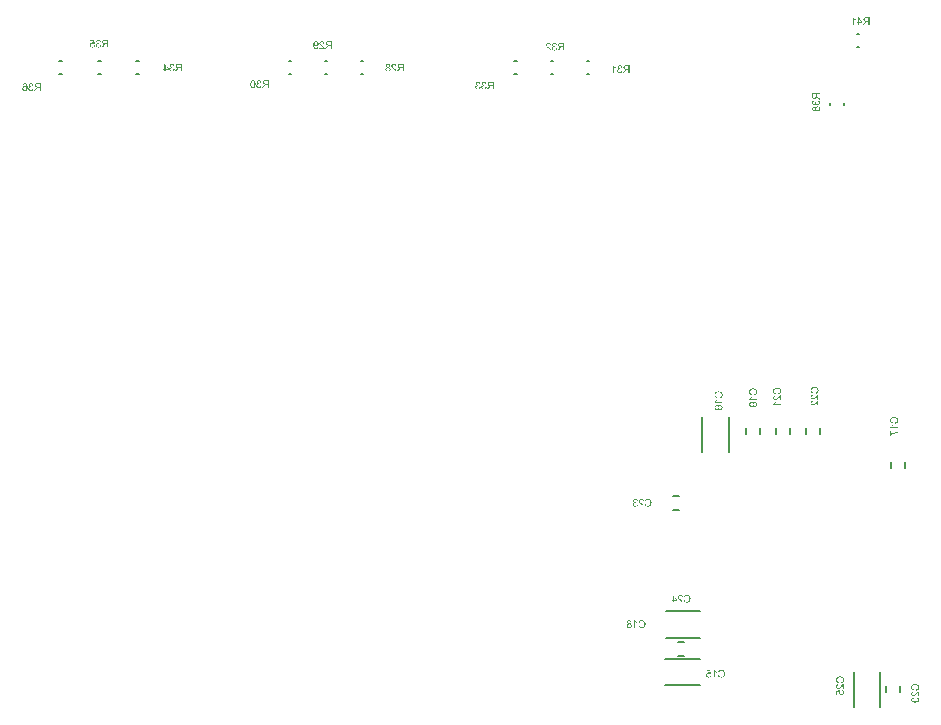
<source format=gbo>
%FSLAX23Y23*%
%MOIN*%
%SFA1B1*%

%IPPOS*%
%ADD16C,0.007870*%
%LNpcb-1*%
%LPD*%
G36*
X4734Y3807D02*
X4734Y3806D01*
X4735Y3806*
X4735Y3805*
X4736Y3805*
X4736Y3804*
X4736Y3804*
X4736Y3804*
X4736Y3804*
X4736Y3804*
X4737Y3803*
X4738Y3803*
X4739Y3802*
X4739Y3802*
X4740Y3801*
X4740Y3801*
X4740Y3801*
X4741Y3801*
X4741Y3801*
X4741Y3801*
X4741*
Y3798*
X4740Y3798*
X4740Y3798*
X4739Y3799*
X4739Y3799*
X4738Y3799*
X4738Y3799*
X4738Y3799*
X4738Y3799*
X4738*
X4737Y3800*
X4736Y3800*
X4736Y3801*
X4735Y3801*
X4735Y3801*
X4735Y3801*
X4735Y3802*
X4735Y3802*
Y3782*
X4731*
Y3807*
X4733*
X4734Y3807*
G37*
G36*
X4788Y3782D02*
X4784D01*
Y3793*
X4780*
X4779Y3793*
X4779*
X4779Y3793*
X4779Y3793*
X4779*
X4778Y3793*
X4778*
X4778Y3793*
X4778Y3793*
X4777Y3792*
X4777Y3792*
X4777Y3792*
X4777Y3792*
X4777Y3792*
X4777Y3792*
X4776Y3792*
X4776Y3791*
X4775Y3791*
X4775Y3791*
X4775Y3791*
X4775Y3790*
X4775Y3790*
X4774Y3789*
X4774Y3789*
X4774Y3788*
X4773Y3788*
X4773Y3787*
X4773Y3787*
X4773Y3787*
X4773Y3787*
Y3787*
X4769Y3782*
X4765*
X4770Y3789*
X4770Y3789*
X4771Y3790*
X4771Y3791*
X4771Y3791*
X4772Y3791*
X4772Y3792*
X4772Y3792*
X4772Y3792*
X4773Y3792*
X4773Y3792*
X4774Y3793*
X4774Y3793*
X4774Y3793*
X4774Y3793*
X4774Y3793*
X4774Y3793*
X4773Y3794*
X4773Y3794*
X4772Y3794*
X4771Y3794*
X4771Y3794*
X4771Y3794*
X4770Y3795*
X4770Y3795*
X4770Y3795*
X4769Y3795*
X4769Y3795*
X4769Y3795*
X4769Y3796*
X4769Y3796*
X4769Y3796*
X4769Y3796*
X4768Y3796*
X4768Y3797*
X4768Y3798*
X4767Y3799*
X4767Y3799*
X4767Y3800*
Y3800*
X4767Y3800*
Y3800*
Y3800*
Y3800*
X4767Y3801*
X4767Y3802*
X4767Y3802*
X4768Y3803*
X4768Y3803*
X4768Y3804*
X4768Y3804*
X4768Y3804*
Y3804*
X4769Y3805*
X4769Y3805*
X4770Y3806*
X4770Y3806*
X4770Y3806*
X4771Y3806*
X4771Y3807*
X4771Y3807*
X4771*
X4771Y3807*
X4772Y3807*
X4773Y3807*
X4774Y3807*
X4774Y3807*
X4775Y3807*
X4775*
X4776Y3807*
X4788*
Y3782*
G37*
G36*
X4764Y3791D02*
Y3788D01*
X4753*
Y3782*
X4750*
Y3788*
X4746*
Y3791*
X4750*
Y3807*
X4752*
X4764Y3791*
G37*
G36*
X4622Y3552D02*
X4611D01*
Y3547*
X4611Y3547*
Y3547*
X4611Y3546*
X4611Y3546*
Y3546*
X4611Y3546*
Y3546*
X4611Y3545*
X4611Y3545*
X4611Y3545*
X4611Y3545*
X4612Y3545*
X4612Y3544*
X4612Y3544*
X4612Y3544*
X4612Y3544*
X4613Y3543*
X4613Y3543*
X4613Y3543*
X4613Y3543*
X4613Y3543*
X4614Y3542*
X4614Y3542*
X4615Y3541*
X4616Y3541*
X4616Y3541*
X4616Y3540*
X4617Y3540*
X4617Y3540*
X4617Y3540*
X4617*
X4622Y3537*
Y3533*
X4615Y3537*
X4614Y3538*
X4614Y3538*
X4613Y3539*
X4613Y3539*
X4612Y3539*
X4612Y3540*
X4612Y3540*
X4612Y3540*
X4612Y3540*
X4611Y3540*
X4611Y3541*
X4611Y3541*
X4611Y3542*
X4611Y3542*
X4610Y3542*
X4610Y3541*
X4610Y3541*
X4610Y3540*
X4610Y3539*
X4610Y3539*
X4610Y3539*
X4609Y3538*
X4609Y3538*
X4609Y3537*
X4609Y3537*
X4609Y3537*
X4608Y3537*
X4608Y3537*
X4608Y3537*
X4608Y3536*
X4608Y3536*
X4608Y3536*
X4607Y3536*
X4607Y3535*
X4606Y3535*
X4605Y3535*
X4604Y3535*
X4604Y3535*
X4604*
X4604Y3535*
X4604*
X4604*
X4604*
X4603Y3535*
X4602Y3535*
X4601Y3535*
X4601Y3535*
X4600Y3535*
X4600Y3536*
X4600Y3536*
X4600Y3536*
X4600*
X4599Y3536*
X4599Y3537*
X4598Y3537*
X4598Y3538*
X4598Y3538*
X4597Y3538*
X4597Y3539*
X4597Y3539*
Y3539*
X4597Y3539*
X4597Y3539*
X4597Y3540*
X4597Y3541*
X4597Y3542*
X4597Y3543*
Y3543*
X4597Y3543*
Y3555*
X4622*
Y3552*
G37*
G36*
X4616Y3531D02*
X4617Y3530D01*
X4618Y3530*
X4618Y3530*
X4619Y3529*
X4619Y3529*
X4620Y3529*
X4620Y3529*
X4620Y3529*
X4620Y3528*
X4620Y3528*
X4620Y3528*
X4621Y3528*
X4621Y3528*
X4621Y3528*
X4621Y3527*
X4622Y3527*
X4622Y3526*
X4622Y3525*
X4622Y3524*
X4622Y3524*
X4622Y3524*
X4623Y3523*
X4623Y3523*
X4623Y3523*
Y3522*
X4623Y3522*
X4622Y3521*
X4622Y3521*
X4622Y3520*
X4622Y3519*
X4622Y3519*
X4622Y3518*
X4621Y3518*
X4621Y3518*
X4621Y3517*
X4621Y3517*
X4621Y3517*
X4620Y3517*
X4620Y3516*
X4620Y3516*
X4620Y3516*
X4620Y3516*
X4619Y3515*
X4619Y3515*
X4618Y3515*
X4618Y3515*
X4617Y3514*
X4617Y3514*
X4616Y3514*
X4616Y3514*
X4615Y3514*
X4615Y3514*
X4615Y3514*
X4615*
X4615*
X4615*
X4614Y3514*
X4613Y3514*
X4612Y3514*
X4612Y3514*
X4611Y3515*
X4611Y3515*
X4611Y3515*
X4610Y3515*
X4610Y3516*
X4609Y3516*
X4609Y3517*
X4609Y3517*
X4609Y3518*
X4608Y3518*
X4608Y3518*
X4608Y3519*
X4608Y3519*
Y3519*
X4608Y3518*
X4608Y3517*
X4607Y3517*
X4607Y3517*
X4607Y3516*
X4606Y3516*
X4606Y3516*
X4606Y3516*
X4606Y3516*
X4605Y3515*
X4605Y3515*
X4604Y3515*
X4604Y3515*
X4603Y3515*
X4603*
X4603*
X4602Y3515*
X4602Y3515*
X4601Y3515*
X4601Y3516*
X4600Y3516*
X4600Y3516*
X4600Y3516*
X4600Y3516*
X4599Y3516*
X4599Y3517*
X4598Y3517*
X4598Y3518*
X4598Y3518*
X4597Y3518*
X4597Y3519*
X4597Y3519*
Y3519*
X4597Y3519*
X4597Y3520*
X4597Y3521*
X4597Y3521*
X4596Y3522*
X4596Y3522*
Y3523*
X4596Y3524*
X4597Y3525*
X4597Y3526*
X4597Y3526*
X4597Y3527*
X4598Y3527*
X4598Y3527*
X4598Y3527*
X4598Y3527*
X4598Y3528*
X4598Y3528*
X4598Y3528*
X4599Y3528*
X4600Y3529*
X4600Y3529*
X4601Y3530*
X4602Y3530*
X4602Y3530*
X4603Y3530*
X4603Y3530*
X4603Y3530*
X4603Y3530*
X4603*
X4604Y3527*
X4603Y3527*
X4602Y3527*
X4601Y3526*
X4601Y3526*
X4601Y3526*
X4600Y3526*
X4600Y3526*
X4600Y3526*
X4600Y3525*
X4599Y3525*
X4599Y3524*
X4599Y3524*
X4599Y3523*
X4599Y3523*
Y3523*
X4599Y3522*
X4599Y3521*
X4599Y3521*
X4600Y3520*
X4600Y3520*
X4600Y3520*
X4600Y3520*
X4600Y3519*
X4601Y3519*
X4601Y3519*
X4602Y3519*
X4602Y3518*
X4602Y3518*
X4603Y3518*
X4603*
X4603*
X4603*
X4603*
X4604Y3518*
X4604Y3519*
X4605Y3519*
X4605Y3519*
X4606Y3519*
X4606Y3520*
X4606Y3520*
X4606Y3520*
Y3520*
X4607Y3521*
X4607Y3521*
X4607Y3522*
X4607Y3522*
X4607Y3523*
X4607Y3523*
Y3524*
X4607Y3524*
Y3524*
X4610Y3524*
X4610Y3524*
X4610Y3523*
X4610Y3523*
X4610Y3523*
X4610Y3523*
Y3522*
X4610Y3521*
X4610Y3521*
X4610Y3520*
X4610Y3520*
X4611Y3519*
X4611Y3519*
X4611Y3519*
X4611Y3519*
X4612Y3518*
X4612Y3518*
X4613Y3517*
X4613Y3517*
X4614Y3517*
X4614Y3517*
X4614Y3517*
X4615*
X4615*
X4615*
X4615Y3517*
X4616Y3517*
X4617Y3518*
X4617Y3518*
X4618Y3518*
X4618Y3518*
X4618Y3519*
X4618Y3519*
X4619Y3519*
X4619Y3520*
X4620Y3521*
X4620Y3521*
X4620Y3522*
X4620Y3522*
X4620Y3522*
Y3522*
X4620Y3523*
X4620Y3524*
X4620Y3524*
X4619Y3525*
X4619Y3525*
X4619Y3525*
X4619Y3526*
X4619Y3526*
X4618Y3526*
X4618Y3526*
X4617Y3527*
X4616Y3527*
X4616Y3527*
X4616Y3527*
X4615Y3527*
X4615Y3527*
X4615Y3527*
X4615Y3527*
X4615*
X4615Y3531*
X4616Y3531*
G37*
G36*
X4615Y3511D02*
X4616Y3511D01*
X4617Y3511*
X4617Y3510*
X4618Y3510*
X4618Y3510*
X4619Y3510*
X4619Y3509*
X4619Y3509*
X4620Y3509*
X4620Y3509*
X4620Y3509*
X4620Y3509*
X4620Y3509*
X4620Y3508*
X4621Y3508*
X4621Y3508*
X4621Y3507*
X4622Y3507*
X4622Y3506*
X4622Y3506*
X4622Y3505*
X4622Y3504*
X4622Y3504*
X4623Y3503*
X4623Y3503*
X4623Y3503*
Y3502*
X4623Y3502*
X4622Y3501*
X4622Y3500*
X4622Y3500*
X4622Y3499*
X4622Y3499*
X4622Y3498*
X4621Y3498*
X4621Y3497*
X4621Y3497*
X4621Y3497*
X4621Y3497*
X4621Y3496*
X4620Y3496*
X4620Y3496*
X4620Y3496*
X4620Y3496*
X4619Y3495*
X4619Y3495*
X4619Y3495*
X4618Y3495*
X4618Y3494*
X4617Y3494*
X4616Y3494*
X4616Y3494*
X4616Y3494*
X4615Y3494*
X4615Y3494*
X4615*
X4615*
X4615*
X4614Y3494*
X4613Y3494*
X4613Y3494*
X4612Y3495*
X4611Y3495*
X4611Y3495*
X4611Y3495*
X4611Y3495*
X4611*
X4610Y3496*
X4610Y3496*
X4609Y3497*
X4609Y3497*
X4609Y3498*
X4608Y3498*
X4608Y3498*
X4608Y3499*
X4608Y3499*
Y3499*
X4608Y3498*
X4608Y3497*
X4607Y3497*
X4607Y3497*
X4607Y3496*
X4606Y3496*
X4606Y3496*
X4606Y3496*
X4606Y3496*
X4605Y3495*
X4605Y3495*
X4604Y3495*
X4604Y3495*
X4603Y3495*
X4603*
X4603*
X4603*
X4603Y3495*
X4602Y3495*
X4601Y3495*
X4600Y3496*
X4600Y3496*
X4599Y3496*
X4599Y3497*
X4599Y3497*
X4599Y3497*
X4598Y3497*
X4598Y3497*
X4598Y3497*
X4598Y3497*
X4598Y3498*
X4597Y3498*
X4597Y3499*
X4597Y3500*
X4597Y3500*
X4597Y3501*
X4597Y3501*
X4596Y3502*
X4596Y3502*
X4596Y3502*
Y3502*
X4596Y3503*
X4596Y3504*
X4597Y3505*
X4597Y3505*
X4597Y3506*
X4597Y3506*
X4597Y3506*
X4598Y3507*
X4598Y3507*
X4598Y3507*
X4598Y3507*
X4598Y3508*
X4598Y3508*
X4598Y3508*
X4598Y3508*
X4599Y3508*
X4599Y3508*
X4599Y3509*
X4600Y3509*
X4601Y3509*
X4601Y3509*
X4602Y3510*
X4602Y3510*
X4603Y3510*
X4603Y3510*
X4603*
X4603*
X4603*
X4604Y3510*
X4604Y3510*
X4605Y3509*
X4605Y3509*
X4606Y3509*
X4606Y3509*
X4606Y3509*
X4606Y3509*
X4607Y3508*
X4607Y3508*
X4607Y3507*
X4608Y3507*
X4608Y3507*
X4608Y3506*
X4608Y3506*
X4608Y3506*
X4608Y3506*
Y3506*
X4609Y3507*
X4609Y3507*
X4609Y3508*
X4610Y3509*
X4610Y3509*
X4610Y3509*
X4611Y3509*
X4611Y3510*
X4611*
X4611Y3510*
X4612Y3510*
X4613Y3510*
X4613Y3511*
X4614Y3511*
X4614Y3511*
X4614*
X4615Y3511*
X4615*
X4615*
X4615*
X4615Y3511*
G37*
G36*
X1994Y3588D02*
X1995Y3587D01*
X1996Y3587*
X1996Y3587*
X1997Y3587*
X1997Y3586*
X1997Y3586*
X1997Y3586*
X1997Y3586*
X1998Y3586*
X1998Y3586*
X1998Y3586*
X1998Y3585*
X1999Y3584*
X1999Y3584*
X2000Y3583*
X2000Y3582*
X2000Y3582*
X2000Y3581*
X2000Y3581*
X2000Y3581*
X2000Y3581*
Y3581*
X1997Y3580*
X1997Y3581*
X1997Y3582*
X1996Y3583*
X1996Y3583*
X1996Y3583*
X1996Y3584*
X1996Y3584*
X1996Y3584*
X1995Y3584*
X1995Y3585*
X1994Y3585*
X1994Y3585*
X1993Y3585*
X1993Y3585*
X1993*
X1992Y3585*
X1991Y3585*
X1991Y3585*
X1990Y3584*
X1990Y3584*
X1990Y3584*
X1990Y3584*
X1989Y3584*
X1989Y3583*
X1989Y3583*
X1989Y3582*
X1988Y3582*
X1988Y3582*
X1988Y3581*
Y3581*
Y3581*
Y3581*
Y3581*
X1988Y3580*
X1989Y3580*
X1989Y3579*
X1989Y3579*
X1989Y3578*
X1990Y3578*
X1990Y3578*
X1990Y3578*
X1990*
X1991Y3577*
X1991Y3577*
X1992Y3577*
X1992Y3577*
X1993Y3577*
X1993Y3577*
X1994*
X1994Y3577*
X1994*
X1994Y3574*
X1994Y3574*
X1993Y3574*
X1993Y3574*
X1993Y3574*
X1993Y3574*
X1992*
X1991Y3574*
X1991Y3574*
X1990Y3574*
X1990Y3574*
X1989Y3573*
X1989Y3573*
X1989Y3573*
X1989Y3573*
X1988Y3572*
X1988Y3572*
X1987Y3571*
X1987Y3571*
X1987Y3570*
X1987Y3570*
X1987Y3570*
Y3569*
Y3569*
Y3569*
X1987Y3569*
X1987Y3568*
X1988Y3567*
X1988Y3567*
X1988Y3566*
X1988Y3566*
X1989Y3566*
X1989Y3566*
X1989Y3565*
X1990Y3565*
X1991Y3564*
X1991Y3564*
X1992Y3564*
X1992Y3564*
X1992Y3564*
X1992*
X1993Y3564*
X1994Y3564*
X1994Y3564*
X1995Y3565*
X1995Y3565*
X1995Y3565*
X1996Y3565*
X1996Y3565*
X1996Y3566*
X1996Y3566*
X1997Y3567*
X1997Y3568*
X1997Y3568*
X1997Y3568*
X1997Y3569*
X1997Y3569*
X1997Y3569*
X1997Y3569*
Y3569*
X2001Y3569*
X2000Y3568*
X2000Y3567*
X2000Y3566*
X2000Y3566*
X1999Y3565*
X1999Y3565*
X1999Y3564*
X1999Y3564*
X1999Y3564*
X1998Y3564*
X1998Y3564*
X1998Y3564*
X1998Y3563*
X1998Y3563*
X1998Y3563*
X1997Y3563*
X1997Y3562*
X1996Y3562*
X1995Y3562*
X1994Y3562*
X1994Y3562*
X1994Y3562*
X1993Y3561*
X1993Y3561*
X1993Y3561*
X1992*
X1992Y3561*
X1991Y3562*
X1991Y3562*
X1990Y3562*
X1989Y3562*
X1989Y3562*
X1988Y3562*
X1988Y3563*
X1988Y3563*
X1987Y3563*
X1987Y3563*
X1987Y3563*
X1987Y3564*
X1986Y3564*
X1986Y3564*
X1986Y3564*
X1986Y3564*
X1985Y3565*
X1985Y3565*
X1985Y3566*
X1985Y3566*
X1984Y3567*
X1984Y3567*
X1984Y3568*
X1984Y3568*
X1984Y3569*
X1984Y3569*
X1984Y3569*
Y3569*
Y3569*
Y3569*
X1984Y3570*
X1984Y3571*
X1984Y3572*
X1984Y3572*
X1985Y3573*
X1985Y3573*
X1985Y3573*
X1985Y3574*
X1986Y3574*
X1986Y3575*
X1987Y3575*
X1987Y3575*
X1988Y3575*
X1988Y3576*
X1988Y3576*
X1989Y3576*
X1989Y3576*
X1989*
X1988Y3576*
X1987Y3576*
X1987Y3577*
X1987Y3577*
X1986Y3577*
X1986Y3578*
X1986Y3578*
X1986Y3578*
X1986Y3578*
X1985Y3579*
X1985Y3579*
X1985Y3580*
X1985Y3580*
X1985Y3581*
Y3581*
Y3581*
X1985Y3582*
X1985Y3582*
X1985Y3583*
X1986Y3583*
X1986Y3584*
X1986Y3584*
X1986Y3584*
X1986Y3584*
X1986Y3585*
X1987Y3585*
X1987Y3586*
X1988Y3586*
X1988Y3586*
X1988Y3587*
X1989Y3587*
X1989Y3587*
X1989*
X1989Y3587*
X1990Y3587*
X1991Y3587*
X1991Y3587*
X1992Y3588*
X1992Y3588*
X1993*
X1994Y3588*
G37*
G36*
X1972Y3588D02*
X1973Y3587D01*
X1974Y3587*
X1974Y3587*
X1975Y3587*
X1975Y3587*
X1976Y3586*
X1976Y3586*
X1977Y3586*
X1977Y3586*
X1977Y3585*
X1978Y3585*
X1978Y3585*
X1978Y3585*
X1978Y3585*
X1978Y3585*
X1979Y3584*
X1979Y3583*
X1979Y3582*
X1980Y3582*
X1980Y3581*
X1980Y3580*
X1980Y3579*
X1981Y3578*
X1981Y3577*
X1981Y3576*
X1981Y3576*
X1981Y3575*
Y3575*
X1981Y3574*
Y3574*
Y3574*
Y3574*
Y3574*
X1981Y3573*
X1981Y3572*
X1981Y3570*
X1980Y3570*
X1980Y3569*
X1980Y3568*
X1980Y3567*
X1980Y3567*
X1979Y3566*
X1979Y3566*
X1979Y3565*
X1979Y3565*
X1979Y3565*
X1978Y3564*
X1978Y3564*
X1978Y3564*
X1978Y3564*
X1977Y3563*
X1977Y3563*
X1976Y3563*
X1976Y3562*
X1975Y3562*
X1975Y3562*
X1974Y3562*
X1974Y3562*
X1973Y3562*
X1973Y3561*
X1973Y3561*
X1972*
X1972Y3561*
X1972*
X1971Y3561*
X1970Y3562*
X1970Y3562*
X1969Y3562*
X1969Y3562*
X1968Y3562*
X1968Y3562*
X1968Y3562*
X1968Y3562*
X1968*
X1967Y3563*
X1967Y3563*
X1966Y3564*
X1966Y3564*
X1965Y3565*
X1965Y3565*
X1965Y3565*
X1965Y3566*
X1965Y3566*
Y3566*
X1965Y3566*
X1964Y3567*
X1964Y3568*
X1964Y3569*
X1964Y3569*
Y3570*
X1964Y3570*
Y3570*
Y3570*
Y3570*
Y3570*
X1964Y3571*
X1964Y3571*
X1964Y3572*
X1964Y3573*
X1964Y3573*
X1965Y3574*
X1965Y3574*
X1965Y3575*
X1965Y3575*
X1965Y3575*
X1966Y3575*
X1966Y3576*
X1966Y3576*
X1966Y3576*
X1966Y3576*
X1966Y3576*
X1967Y3577*
X1967Y3577*
X1967Y3577*
X1968Y3577*
X1968Y3578*
X1969Y3578*
X1970Y3578*
X1970Y3578*
X1970Y3578*
X1971Y3578*
X1971Y3578*
X1971Y3578*
X1971*
X1972Y3578*
X1973Y3578*
X1973Y3578*
X1974Y3578*
X1974Y3578*
X1975Y3578*
X1975Y3578*
X1975Y3578*
X1975*
X1976Y3577*
X1976Y3577*
X1977Y3576*
X1977Y3576*
X1977Y3576*
X1978Y3575*
X1978Y3575*
X1978Y3575*
Y3576*
X1978Y3576*
X1978Y3577*
X1978Y3578*
X1978Y3578*
X1977Y3579*
X1977Y3579*
X1977Y3579*
X1977Y3580*
X1977Y3580*
X1977Y3580*
X1977Y3581*
X1977Y3581*
X1977Y3581*
X1977Y3581*
Y3581*
X1976Y3582*
X1976Y3582*
X1976Y3583*
X1975Y3583*
X1975Y3584*
X1975Y3584*
X1975Y3584*
X1974Y3584*
X1974Y3584*
X1974Y3585*
X1973Y3585*
X1973Y3585*
X1972Y3585*
X1972Y3585*
X1972*
X1971Y3585*
X1971Y3585*
X1970Y3585*
X1970Y3584*
X1969Y3584*
X1969Y3584*
X1969Y3584*
X1969Y3584*
X1968Y3583*
X1968Y3583*
X1968Y3582*
X1968Y3582*
X1968Y3582*
X1968Y3581*
X1967Y3581*
X1967Y3581*
Y3581*
X1964Y3581*
X1965Y3582*
X1965Y3583*
X1965Y3584*
X1966Y3585*
X1966Y3585*
X1966Y3585*
X1966Y3586*
X1966Y3586*
X1967Y3586*
X1967Y3586*
X1967Y3586*
X1967Y3586*
X1967Y3586*
X1968Y3587*
X1969Y3587*
X1970Y3587*
X1971Y3588*
X1971Y3588*
X1971*
X1971Y3588*
X1972*
X1972Y3588*
G37*
G36*
X2025Y3562D02*
X2022D01*
Y3573*
X2017*
X2017Y3573*
X2017*
X2016Y3573*
X2016Y3573*
X2016*
X2016Y3573*
X2016*
X2015Y3573*
X2015Y3573*
X2015Y3573*
X2015Y3573*
X2014Y3572*
X2014Y3572*
X2014Y3572*
X2014Y3572*
X2014Y3572*
X2013Y3571*
X2013Y3571*
X2013Y3571*
X2013Y3571*
X2013Y3571*
X2012Y3570*
X2012Y3570*
X2011Y3569*
X2011Y3568*
X2011Y3568*
X2010Y3568*
X2010Y3567*
X2010Y3567*
X2010Y3567*
Y3567*
X2007Y3562*
X2003*
X2007Y3569*
X2008Y3570*
X2008Y3570*
X2008Y3571*
X2009Y3571*
X2009Y3572*
X2010Y3572*
X2010Y3572*
X2010Y3572*
X2010Y3572*
X2010Y3573*
X2011Y3573*
X2011Y3573*
X2012Y3573*
X2012Y3573*
X2012Y3574*
X2011Y3574*
X2011Y3574*
X2010Y3574*
X2009Y3574*
X2009Y3574*
X2009Y3574*
X2008Y3575*
X2008Y3575*
X2007Y3575*
X2007Y3575*
X2007Y3575*
X2007Y3576*
X2007Y3576*
X2006Y3576*
X2006Y3576*
X2006Y3576*
X2006Y3576*
X2006Y3577*
X2005Y3577*
X2005Y3578*
X2005Y3579*
X2005Y3580*
X2005Y3580*
Y3580*
X2005Y3580*
Y3580*
Y3580*
Y3580*
X2005Y3581*
X2005Y3582*
X2005Y3583*
X2005Y3583*
X2005Y3584*
X2006Y3584*
X2006Y3584*
X2006Y3584*
Y3584*
X2006Y3585*
X2007Y3585*
X2007Y3586*
X2008Y3586*
X2008Y3586*
X2008Y3587*
X2008Y3587*
X2009Y3587*
X2009*
X2009Y3587*
X2009Y3587*
X2010Y3587*
X2011Y3587*
X2012Y3587*
X2013Y3587*
X2013*
X2013Y3587*
X2025*
Y3562*
G37*
G36*
X2219Y3733D02*
X2220Y3732D01*
X2221Y3732*
X2221Y3732*
X2222Y3732*
X2222Y3731*
X2222Y3731*
X2222Y3731*
X2223Y3731*
X2223Y3731*
X2223Y3731*
X2223Y3731*
X2223Y3730*
X2224Y3729*
X2224Y3729*
X2225Y3728*
X2225Y3727*
X2225Y3727*
X2225Y3726*
X2225Y3726*
X2225Y3726*
X2225Y3726*
Y3726*
X2222Y3725*
X2222Y3726*
X2222Y3727*
X2222Y3728*
X2221Y3728*
X2221Y3728*
X2221Y3729*
X2221Y3729*
X2221Y3729*
X2220Y3729*
X2220Y3730*
X2219Y3730*
X2219Y3730*
X2218Y3730*
X2218Y3730*
X2218*
X2217Y3730*
X2216Y3730*
X2216Y3730*
X2215Y3729*
X2215Y3729*
X2215Y3729*
X2215Y3729*
X2215Y3729*
X2214Y3728*
X2214Y3728*
X2214Y3727*
X2214Y3727*
X2213Y3727*
X2213Y3726*
Y3726*
Y3726*
Y3726*
Y3726*
X2213Y3725*
X2214Y3725*
X2214Y3724*
X2214Y3724*
X2214Y3723*
X2215Y3723*
X2215Y3723*
X2215Y3723*
X2215*
X2216Y3722*
X2216Y3722*
X2217Y3722*
X2217Y3722*
X2218Y3722*
X2218Y3722*
X2219*
X2219Y3722*
X2219*
X2219Y3719*
X2219Y3719*
X2219Y3719*
X2218Y3719*
X2218Y3719*
X2218Y3719*
X2217*
X2216Y3719*
X2216Y3719*
X2215Y3719*
X2215Y3719*
X2214Y3718*
X2214Y3718*
X2214Y3718*
X2214Y3718*
X2213Y3717*
X2213Y3717*
X2213Y3716*
X2212Y3716*
X2212Y3715*
X2212Y3715*
X2212Y3715*
Y3714*
Y3714*
Y3714*
X2212Y3714*
X2212Y3713*
X2213Y3712*
X2213Y3712*
X2213Y3711*
X2214Y3711*
X2214Y3711*
X2214Y3711*
X2214Y3710*
X2215Y3710*
X2216Y3709*
X2216Y3709*
X2217Y3709*
X2217Y3709*
X2217Y3709*
X2218*
X2218Y3709*
X2219Y3709*
X2219Y3709*
X2220Y3710*
X2220Y3710*
X2220Y3710*
X2221Y3710*
X2221Y3710*
X2221Y3711*
X2222Y3711*
X2222Y3712*
X2222Y3713*
X2222Y3713*
X2222Y3713*
X2222Y3714*
X2222Y3714*
X2222Y3714*
X2223Y3714*
Y3714*
X2226Y3714*
X2226Y3713*
X2225Y3712*
X2225Y3711*
X2225Y3711*
X2225Y3710*
X2224Y3710*
X2224Y3709*
X2224Y3709*
X2224Y3709*
X2223Y3709*
X2223Y3709*
X2223Y3709*
X2223Y3708*
X2223Y3708*
X2223Y3708*
X2222Y3708*
X2222Y3707*
X2221Y3707*
X2220Y3707*
X2220Y3707*
X2219Y3707*
X2219Y3707*
X2218Y3706*
X2218Y3706*
X2218Y3706*
X2218*
X2217Y3706*
X2216Y3707*
X2216Y3707*
X2215Y3707*
X2214Y3707*
X2214Y3707*
X2213Y3707*
X2213Y3708*
X2213Y3708*
X2212Y3708*
X2212Y3708*
X2212Y3708*
X2212Y3709*
X2211Y3709*
X2211Y3709*
X2211Y3709*
X2211Y3709*
X2211Y3710*
X2210Y3710*
X2210Y3711*
X2210Y3711*
X2209Y3712*
X2209Y3712*
X2209Y3713*
X2209Y3713*
X2209Y3714*
X2209Y3714*
X2209Y3714*
Y3714*
Y3714*
Y3714*
X2209Y3715*
X2209Y3716*
X2209Y3717*
X2210Y3717*
X2210Y3718*
X2210Y3718*
X2210Y3718*
X2210Y3719*
X2211Y3719*
X2211Y3720*
X2212Y3720*
X2212Y3720*
X2213Y3720*
X2213Y3721*
X2213Y3721*
X2214Y3721*
X2214Y3721*
X2214*
X2213Y3721*
X2213Y3721*
X2212Y3722*
X2212Y3722*
X2211Y3722*
X2211Y3723*
X2211Y3723*
X2211Y3723*
X2211Y3723*
X2211Y3724*
X2210Y3724*
X2210Y3725*
X2210Y3725*
X2210Y3726*
Y3726*
Y3726*
X2210Y3727*
X2210Y3727*
X2210Y3728*
X2211Y3728*
X2211Y3729*
X2211Y3729*
X2211Y3729*
X2211Y3729*
X2211Y3730*
X2212Y3730*
X2212Y3731*
X2213Y3731*
X2213Y3731*
X2214Y3732*
X2214Y3732*
X2214Y3732*
X2214*
X2214Y3732*
X2215Y3732*
X2216Y3732*
X2216Y3732*
X2217Y3733*
X2217Y3733*
X2218*
X2219Y3733*
G37*
G36*
X2205Y3719D02*
X2202Y3719D01*
X2202Y3719*
X2202Y3719*
X2201Y3720*
X2201Y3720*
X2201Y3720*
X2201Y3720*
X2200Y3720*
X2200Y3720*
X2200Y3721*
X2199Y3721*
X2199Y3721*
X2199Y3721*
X2198Y3721*
X2198Y3721*
X2197*
X2197Y3721*
X2196Y3721*
X2195Y3721*
X2195Y3720*
X2194Y3720*
X2194Y3720*
X2194Y3720*
X2194Y3720*
Y3719*
X2193Y3719*
X2193Y3718*
X2193Y3717*
X2192Y3717*
X2192Y3716*
X2192Y3716*
Y3716*
X2192Y3716*
Y3715*
Y3715*
Y3715*
Y3715*
X2192Y3714*
X2192Y3713*
X2193Y3713*
X2193Y3712*
X2193Y3711*
X2193Y3711*
X2194Y3711*
X2194Y3711*
X2194Y3711*
X2194Y3711*
X2194Y3710*
X2194Y3710*
X2195Y3710*
X2196Y3709*
X2196Y3709*
X2197Y3709*
X2197Y3709*
X2197Y3709*
X2198*
X2198Y3709*
X2199Y3709*
X2199Y3709*
X2200Y3710*
X2200Y3710*
X2201Y3710*
X2201Y3710*
X2201Y3710*
X2201Y3711*
X2202Y3711*
X2202Y3712*
X2202Y3712*
X2202Y3713*
X2202Y3713*
X2202Y3714*
X2203Y3714*
Y3714*
Y3714*
X2206Y3714*
X2206Y3713*
X2206Y3712*
X2205Y3711*
X2205Y3710*
X2205Y3710*
X2204Y3710*
X2204Y3709*
X2204Y3709*
X2204Y3709*
X2204Y3709*
X2204Y3709*
X2203Y3708*
X2203Y3708*
X2203Y3708*
X2203Y3708*
X2202Y3708*
X2202Y3707*
X2201Y3707*
X2201Y3707*
X2200Y3707*
X2199Y3707*
X2199Y3707*
X2198Y3706*
X2198Y3706*
X2198Y3706*
X2198*
X2197Y3706*
X2196Y3707*
X2195Y3707*
X2195Y3707*
X2194Y3707*
X2194Y3707*
X2193Y3708*
X2193Y3708*
X2192Y3708*
X2192Y3709*
X2192Y3709*
X2191Y3709*
X2191Y3709*
X2191Y3709*
X2191Y3709*
X2191Y3710*
X2190Y3710*
X2190Y3711*
X2190Y3711*
X2190Y3712*
X2189Y3713*
X2189Y3713*
X2189Y3714*
X2189Y3714*
X2189Y3715*
X2189Y3715*
X2189Y3715*
Y3715*
Y3715*
Y3716*
X2189Y3716*
X2189Y3717*
X2189Y3717*
X2189Y3718*
X2189Y3719*
X2190Y3719*
X2190Y3719*
X2190Y3720*
X2190Y3720*
X2190Y3721*
X2191Y3721*
X2191Y3721*
X2191Y3721*
X2191Y3721*
X2191Y3721*
X2191Y3722*
X2192Y3722*
X2192Y3722*
X2193Y3723*
X2193Y3723*
X2193Y3723*
X2194Y3723*
X2195Y3724*
X2195Y3724*
X2196Y3724*
X2196Y3724*
X2196Y3724*
X2196Y3724*
X2197*
X2198Y3724*
X2199Y3724*
X2199Y3723*
X2200Y3723*
X2201Y3723*
X2201Y3723*
X2201Y3722*
X2201Y3722*
X2202Y3722*
X2202Y3722*
X2202Y3722*
X2200Y3729*
X2190*
Y3732*
X2203*
X2205Y3719*
G37*
G36*
X2250Y3707D02*
X2247D01*
Y3718*
X2242*
X2242Y3718*
X2242*
X2241Y3718*
X2241Y3718*
X2241*
X2241Y3718*
X2241*
X2240Y3718*
X2240Y3718*
X2240Y3718*
X2240Y3718*
X2240Y3717*
X2240Y3717*
X2239Y3717*
X2239Y3717*
X2239Y3717*
X2238Y3716*
X2238Y3716*
X2238Y3716*
X2238Y3716*
X2238Y3716*
X2237Y3715*
X2237Y3715*
X2237Y3714*
X2236Y3713*
X2236Y3713*
X2236Y3713*
X2235Y3712*
X2235Y3712*
X2235Y3712*
Y3712*
X2232Y3707*
X2228*
X2232Y3714*
X2233Y3715*
X2233Y3715*
X2234Y3716*
X2234Y3716*
X2234Y3717*
X2235Y3717*
X2235Y3717*
X2235Y3717*
X2235Y3717*
X2236Y3718*
X2236Y3718*
X2237Y3718*
X2237Y3718*
X2237Y3718*
X2237Y3719*
X2236Y3719*
X2236Y3719*
X2235Y3719*
X2235Y3719*
X2234Y3719*
X2234Y3719*
X2233Y3720*
X2233Y3720*
X2233Y3720*
X2232Y3720*
X2232Y3720*
X2232Y3721*
X2232Y3721*
X2232Y3721*
X2232Y3721*
X2232Y3721*
X2231Y3721*
X2231Y3722*
X2230Y3722*
X2230Y3723*
X2230Y3724*
X2230Y3725*
X2230Y3725*
Y3725*
X2230Y3725*
Y3725*
Y3725*
Y3725*
X2230Y3726*
X2230Y3727*
X2230Y3728*
X2230Y3728*
X2230Y3729*
X2231Y3729*
X2231Y3729*
X2231Y3729*
Y3729*
X2231Y3730*
X2232Y3730*
X2232Y3731*
X2233Y3731*
X2233Y3731*
X2233Y3732*
X2234Y3732*
X2234Y3732*
X2234*
X2234Y3732*
X2234Y3732*
X2235Y3732*
X2236Y3732*
X2237Y3732*
X2238Y3732*
X2238*
X2238Y3732*
X2250*
Y3707*
G37*
G36*
X2464Y3653D02*
X2465Y3652D01*
X2465Y3652*
X2466Y3652*
X2467Y3652*
X2467Y3651*
X2467Y3651*
X2467Y3651*
X2467Y3651*
X2467Y3651*
X2468Y3651*
X2468Y3651*
X2468Y3650*
X2469Y3649*
X2469Y3649*
X2470Y3648*
X2470Y3647*
X2470Y3647*
X2470Y3646*
X2470Y3646*
X2470Y3646*
X2470Y3646*
Y3646*
X2467Y3645*
X2467Y3646*
X2467Y3647*
X2466Y3648*
X2466Y3648*
X2466Y3648*
X2466Y3649*
X2466Y3649*
X2465Y3649*
X2465Y3649*
X2464Y3650*
X2464Y3650*
X2464Y3650*
X2463Y3650*
X2463Y3650*
X2462*
X2462Y3650*
X2461Y3650*
X2461Y3650*
X2460Y3649*
X2460Y3649*
X2460Y3649*
X2459Y3649*
X2459Y3649*
X2459Y3648*
X2459Y3648*
X2459Y3647*
X2458Y3647*
X2458Y3647*
X2458Y3646*
Y3646*
Y3646*
Y3646*
Y3646*
X2458Y3645*
X2458Y3645*
X2459Y3644*
X2459Y3644*
X2459Y3643*
X2460Y3643*
X2460Y3643*
X2460Y3643*
X2460*
X2460Y3642*
X2461Y3642*
X2462Y3642*
X2462Y3642*
X2463Y3642*
X2463Y3642*
X2464*
X2464Y3642*
X2464*
X2464Y3639*
X2464Y3639*
X2463Y3639*
X2463Y3639*
X2463Y3639*
X2462Y3639*
X2462*
X2461Y3639*
X2461Y3639*
X2460Y3639*
X2459Y3639*
X2459Y3638*
X2459Y3638*
X2459Y3638*
X2459Y3638*
X2458Y3637*
X2458Y3637*
X2457Y3636*
X2457Y3636*
X2457Y3635*
X2457Y3635*
X2457Y3635*
Y3634*
Y3634*
Y3634*
X2457Y3634*
X2457Y3633*
X2458Y3632*
X2458Y3632*
X2458Y3631*
X2458Y3631*
X2459Y3631*
X2459Y3631*
X2459Y3630*
X2460Y3630*
X2460Y3629*
X2461Y3629*
X2462Y3629*
X2462Y3629*
X2462Y3629*
X2462*
X2463Y3629*
X2464Y3629*
X2464Y3629*
X2465Y3630*
X2465Y3630*
X2465Y3630*
X2465Y3630*
X2466Y3630*
X2466Y3631*
X2466Y3631*
X2467Y3632*
X2467Y3633*
X2467Y3633*
X2467Y3633*
X2467Y3634*
X2467Y3634*
X2467Y3634*
X2467Y3634*
Y3634*
X2471Y3634*
X2470Y3633*
X2470Y3632*
X2470Y3631*
X2470Y3631*
X2469Y3630*
X2469Y3630*
X2469Y3629*
X2469Y3629*
X2469Y3629*
X2468Y3629*
X2468Y3629*
X2468Y3629*
X2468Y3628*
X2468Y3628*
X2468Y3628*
X2467Y3628*
X2467Y3627*
X2466Y3627*
X2465Y3627*
X2464Y3627*
X2464Y3627*
X2464Y3627*
X2463Y3626*
X2463Y3626*
X2463Y3626*
X2462*
X2462Y3626*
X2461Y3627*
X2460Y3627*
X2460Y3627*
X2459Y3627*
X2459Y3627*
X2458Y3627*
X2458Y3628*
X2458Y3628*
X2457Y3628*
X2457Y3628*
X2457Y3628*
X2456Y3629*
X2456Y3629*
X2456Y3629*
X2456Y3629*
X2456Y3629*
X2455Y3630*
X2455Y3630*
X2455Y3631*
X2455Y3631*
X2454Y3632*
X2454Y3632*
X2454Y3633*
X2454Y3633*
X2454Y3634*
X2454Y3634*
X2454Y3634*
Y3634*
Y3634*
Y3634*
X2454Y3635*
X2454Y3636*
X2454Y3637*
X2454Y3637*
X2455Y3638*
X2455Y3638*
X2455Y3638*
X2455Y3639*
X2456Y3639*
X2456Y3640*
X2457Y3640*
X2457Y3640*
X2458Y3640*
X2458Y3641*
X2458Y3641*
X2458Y3641*
X2459Y3641*
X2459*
X2458Y3641*
X2457Y3641*
X2457Y3642*
X2457Y3642*
X2456Y3642*
X2456Y3643*
X2456Y3643*
X2456Y3643*
X2456Y3643*
X2455Y3644*
X2455Y3644*
X2455Y3645*
X2455Y3645*
X2455Y3646*
Y3646*
Y3646*
X2455Y3647*
X2455Y3647*
X2455Y3648*
X2455Y3648*
X2456Y3649*
X2456Y3649*
X2456Y3649*
X2456Y3649*
X2456Y3650*
X2457Y3650*
X2457Y3651*
X2458Y3651*
X2458Y3651*
X2458Y3652*
X2459Y3652*
X2459Y3652*
X2459*
X2459Y3652*
X2460Y3652*
X2461Y3652*
X2461Y3652*
X2462Y3653*
X2462Y3653*
X2463*
X2464Y3653*
G37*
G36*
X2495Y3627D02*
X2492D01*
Y3638*
X2487*
X2487Y3638*
X2487*
X2486Y3638*
X2486Y3638*
X2486*
X2486Y3638*
X2486*
X2485Y3638*
X2485Y3638*
X2485Y3638*
X2485Y3638*
X2484Y3637*
X2484Y3637*
X2484Y3637*
X2484Y3637*
X2484Y3637*
X2483Y3636*
X2483Y3636*
X2483Y3636*
X2483Y3636*
X2483Y3636*
X2482Y3635*
X2482Y3635*
X2481Y3634*
X2481Y3633*
X2481Y3633*
X2480Y3633*
X2480Y3632*
X2480Y3632*
X2480Y3632*
Y3632*
X2477Y3627*
X2473*
X2477Y3634*
X2477Y3635*
X2478Y3635*
X2478Y3636*
X2479Y3636*
X2479Y3637*
X2480Y3637*
X2480Y3637*
X2480Y3637*
X2480Y3637*
X2480Y3638*
X2481Y3638*
X2481Y3638*
X2482Y3638*
X2482Y3638*
X2482Y3639*
X2481Y3639*
X2481Y3639*
X2480Y3639*
X2479Y3639*
X2479Y3639*
X2478Y3639*
X2478Y3640*
X2478Y3640*
X2477Y3640*
X2477Y3640*
X2477Y3640*
X2477Y3641*
X2477Y3641*
X2476Y3641*
X2476Y3641*
X2476Y3641*
X2476Y3641*
X2476Y3642*
X2475Y3642*
X2475Y3643*
X2475Y3644*
X2475Y3645*
X2475Y3645*
Y3645*
X2475Y3645*
Y3645*
Y3645*
Y3645*
X2475Y3646*
X2475Y3647*
X2475Y3648*
X2475Y3648*
X2475Y3649*
X2475Y3649*
X2476Y3649*
X2476Y3649*
Y3649*
X2476Y3650*
X2477Y3650*
X2477Y3651*
X2477Y3651*
X2478Y3651*
X2478Y3652*
X2478Y3652*
X2478Y3652*
X2479*
X2479Y3652*
X2479Y3652*
X2480Y3652*
X2481Y3652*
X2482Y3652*
X2483Y3652*
X2483*
X2483Y3652*
X2495*
Y3627*
G37*
G36*
X2452Y3636D02*
Y3633D01*
X2441*
Y3627*
X2437*
Y3633*
X2434*
Y3636*
X2437*
Y3652*
X2440*
X2452Y3636*
G37*
G36*
X3504Y3593D02*
X3505Y3592D01*
X3506Y3592*
X3506Y3592*
X3507Y3592*
X3507Y3591*
X3507Y3591*
X3507Y3591*
X3507Y3591*
X3508Y3591*
X3508Y3591*
X3508Y3591*
X3508Y3590*
X3509Y3589*
X3509Y3589*
X3510Y3588*
X3510Y3587*
X3510Y3587*
X3510Y3586*
X3510Y3586*
X3510Y3586*
X3510Y3586*
Y3586*
X3507Y3585*
X3507Y3586*
X3507Y3587*
X3506Y3588*
X3506Y3588*
X3506Y3588*
X3506Y3589*
X3506Y3589*
X3506Y3589*
X3505Y3589*
X3505Y3590*
X3504Y3590*
X3504Y3590*
X3503Y3590*
X3503Y3590*
X3503*
X3502Y3590*
X3501Y3590*
X3501Y3590*
X3500Y3589*
X3500Y3589*
X3500Y3589*
X3500Y3589*
X3499Y3589*
X3499Y3588*
X3499Y3588*
X3499Y3587*
X3498Y3587*
X3498Y3587*
X3498Y3586*
Y3586*
Y3586*
Y3586*
Y3586*
X3498Y3585*
X3499Y3585*
X3499Y3584*
X3499Y3584*
X3499Y3583*
X3500Y3583*
X3500Y3583*
X3500Y3583*
X3500*
X3501Y3582*
X3501Y3582*
X3502Y3582*
X3502Y3582*
X3503Y3582*
X3503Y3582*
X3504*
X3504Y3582*
X3504*
X3504Y3579*
X3504Y3579*
X3503Y3579*
X3503Y3579*
X3503Y3579*
X3503Y3579*
X3502*
X3501Y3579*
X3501Y3579*
X3500Y3579*
X3500Y3579*
X3499Y3578*
X3499Y3578*
X3499Y3578*
X3499Y3578*
X3498Y3577*
X3498Y3577*
X3497Y3576*
X3497Y3576*
X3497Y3575*
X3497Y3575*
X3497Y3575*
Y3574*
Y3574*
Y3574*
X3497Y3574*
X3497Y3573*
X3498Y3572*
X3498Y3572*
X3498Y3571*
X3498Y3571*
X3499Y3571*
X3499Y3571*
X3499Y3570*
X3500Y3570*
X3501Y3569*
X3501Y3569*
X3502Y3569*
X3502Y3569*
X3502Y3569*
X3502*
X3503Y3569*
X3504Y3569*
X3504Y3569*
X3505Y3570*
X3505Y3570*
X3505Y3570*
X3506Y3570*
X3506Y3570*
X3506Y3571*
X3506Y3571*
X3507Y3572*
X3507Y3573*
X3507Y3573*
X3507Y3573*
X3507Y3574*
X3507Y3574*
X3507Y3574*
X3507Y3574*
Y3574*
X3511Y3574*
X3510Y3573*
X3510Y3572*
X3510Y3571*
X3510Y3571*
X3509Y3570*
X3509Y3570*
X3509Y3569*
X3509Y3569*
X3509Y3569*
X3508Y3569*
X3508Y3569*
X3508Y3569*
X3508Y3568*
X3508Y3568*
X3508Y3568*
X3507Y3568*
X3507Y3567*
X3506Y3567*
X3505Y3567*
X3504Y3567*
X3504Y3567*
X3504Y3567*
X3503Y3566*
X3503Y3566*
X3503Y3566*
X3502*
X3502Y3566*
X3501Y3567*
X3501Y3567*
X3500Y3567*
X3499Y3567*
X3499Y3567*
X3498Y3567*
X3498Y3568*
X3498Y3568*
X3497Y3568*
X3497Y3568*
X3497Y3568*
X3497Y3569*
X3496Y3569*
X3496Y3569*
X3496Y3569*
X3496Y3569*
X3495Y3570*
X3495Y3570*
X3495Y3571*
X3495Y3571*
X3494Y3572*
X3494Y3572*
X3494Y3573*
X3494Y3573*
X3494Y3574*
X3494Y3574*
X3494Y3574*
Y3574*
Y3574*
Y3574*
X3494Y3575*
X3494Y3576*
X3494Y3577*
X3494Y3577*
X3495Y3578*
X3495Y3578*
X3495Y3578*
X3495Y3579*
X3496Y3579*
X3496Y3580*
X3497Y3580*
X3497Y3580*
X3498Y3580*
X3498Y3581*
X3498Y3581*
X3499Y3581*
X3499Y3581*
X3499*
X3498Y3581*
X3497Y3581*
X3497Y3582*
X3497Y3582*
X3496Y3582*
X3496Y3583*
X3496Y3583*
X3496Y3583*
X3496Y3583*
X3495Y3584*
X3495Y3584*
X3495Y3585*
X3495Y3585*
X3495Y3586*
Y3586*
Y3586*
X3495Y3587*
X3495Y3587*
X3495Y3588*
X3496Y3588*
X3496Y3589*
X3496Y3589*
X3496Y3589*
X3496Y3589*
X3496Y3590*
X3497Y3590*
X3497Y3591*
X3498Y3591*
X3498Y3591*
X3498Y3592*
X3499Y3592*
X3499Y3592*
X3499*
X3499Y3592*
X3500Y3592*
X3501Y3592*
X3501Y3592*
X3502Y3593*
X3502Y3593*
X3503*
X3504Y3593*
G37*
G36*
X3484D02*
X3485Y3592D01*
X3486Y3592*
X3486Y3592*
X3487Y3592*
X3487Y3591*
X3487Y3591*
X3487Y3591*
X3488Y3591*
X3488Y3591*
X3488Y3591*
X3488Y3591*
X3488Y3590*
X3489Y3589*
X3489Y3589*
X3490Y3588*
X3490Y3587*
X3490Y3587*
X3490Y3586*
X3490Y3586*
X3490Y3586*
X3490Y3586*
Y3586*
X3487Y3585*
X3487Y3586*
X3487Y3587*
X3487Y3588*
X3486Y3588*
X3486Y3588*
X3486Y3589*
X3486Y3589*
X3486Y3589*
X3485Y3589*
X3485Y3590*
X3484Y3590*
X3484Y3590*
X3483Y3590*
X3483Y3590*
X3483*
X3482Y3590*
X3481Y3590*
X3481Y3590*
X3480Y3589*
X3480Y3589*
X3480Y3589*
X3480Y3589*
X3480Y3589*
X3479Y3588*
X3479Y3588*
X3479Y3587*
X3479Y3587*
X3478Y3587*
X3478Y3586*
Y3586*
Y3586*
Y3586*
Y3586*
X3478Y3585*
X3479Y3585*
X3479Y3584*
X3479Y3584*
X3479Y3583*
X3480Y3583*
X3480Y3583*
X3480Y3583*
X3480*
X3481Y3582*
X3481Y3582*
X3482Y3582*
X3482Y3582*
X3483Y3582*
X3483Y3582*
X3484*
X3484Y3582*
X3484*
X3484Y3579*
X3484Y3579*
X3484Y3579*
X3483Y3579*
X3483Y3579*
X3483Y3579*
X3482*
X3481Y3579*
X3481Y3579*
X3480Y3579*
X3480Y3579*
X3479Y3578*
X3479Y3578*
X3479Y3578*
X3479Y3578*
X3478Y3577*
X3478Y3577*
X3478Y3576*
X3477Y3576*
X3477Y3575*
X3477Y3575*
X3477Y3575*
Y3574*
Y3574*
Y3574*
X3477Y3574*
X3477Y3573*
X3478Y3572*
X3478Y3572*
X3478Y3571*
X3479Y3571*
X3479Y3571*
X3479Y3571*
X3479Y3570*
X3480Y3570*
X3481Y3569*
X3481Y3569*
X3482Y3569*
X3482Y3569*
X3482Y3569*
X3483*
X3483Y3569*
X3484Y3569*
X3484Y3569*
X3485Y3570*
X3485Y3570*
X3485Y3570*
X3486Y3570*
X3486Y3570*
X3486Y3571*
X3487Y3571*
X3487Y3572*
X3487Y3573*
X3487Y3573*
X3487Y3573*
X3487Y3574*
X3487Y3574*
X3487Y3574*
X3488Y3574*
Y3574*
X3491Y3574*
X3491Y3573*
X3490Y3572*
X3490Y3571*
X3490Y3571*
X3490Y3570*
X3489Y3570*
X3489Y3569*
X3489Y3569*
X3489Y3569*
X3488Y3569*
X3488Y3569*
X3488Y3569*
X3488Y3568*
X3488Y3568*
X3488Y3568*
X3487Y3568*
X3487Y3567*
X3486Y3567*
X3485Y3567*
X3485Y3567*
X3484Y3567*
X3484Y3567*
X3483Y3566*
X3483Y3566*
X3483Y3566*
X3483*
X3482Y3566*
X3481Y3567*
X3481Y3567*
X3480Y3567*
X3479Y3567*
X3479Y3567*
X3478Y3567*
X3478Y3568*
X3478Y3568*
X3477Y3568*
X3477Y3568*
X3477Y3568*
X3477Y3569*
X3476Y3569*
X3476Y3569*
X3476Y3569*
X3476Y3569*
X3476Y3570*
X3475Y3570*
X3475Y3571*
X3475Y3571*
X3474Y3572*
X3474Y3572*
X3474Y3573*
X3474Y3573*
X3474Y3574*
X3474Y3574*
X3474Y3574*
Y3574*
Y3574*
Y3574*
X3474Y3575*
X3474Y3576*
X3474Y3577*
X3475Y3577*
X3475Y3578*
X3475Y3578*
X3475Y3578*
X3475Y3579*
X3476Y3579*
X3476Y3580*
X3477Y3580*
X3477Y3580*
X3478Y3580*
X3478Y3581*
X3478Y3581*
X3479Y3581*
X3479Y3581*
X3479*
X3478Y3581*
X3478Y3581*
X3477Y3582*
X3477Y3582*
X3476Y3582*
X3476Y3583*
X3476Y3583*
X3476Y3583*
X3476Y3583*
X3476Y3584*
X3475Y3584*
X3475Y3585*
X3475Y3585*
X3475Y3586*
Y3586*
Y3586*
X3475Y3587*
X3475Y3587*
X3475Y3588*
X3476Y3588*
X3476Y3589*
X3476Y3589*
X3476Y3589*
X3476Y3589*
X3476Y3590*
X3477Y3590*
X3477Y3591*
X3478Y3591*
X3478Y3591*
X3479Y3592*
X3479Y3592*
X3479Y3592*
X3479*
X3479Y3592*
X3480Y3592*
X3481Y3592*
X3481Y3592*
X3482Y3593*
X3482Y3593*
X3483*
X3484Y3593*
G37*
G36*
X3535Y3567D02*
X3532D01*
Y3578*
X3527*
X3527Y3578*
X3527*
X3526Y3578*
X3526Y3578*
X3526*
X3526Y3578*
X3526*
X3525Y3578*
X3525Y3578*
X3525Y3578*
X3525Y3578*
X3524Y3577*
X3524Y3577*
X3524Y3577*
X3524Y3577*
X3524Y3577*
X3523Y3576*
X3523Y3576*
X3523Y3576*
X3523Y3576*
X3523Y3576*
X3522Y3575*
X3522Y3575*
X3521Y3574*
X3521Y3573*
X3521Y3573*
X3520Y3573*
X3520Y3572*
X3520Y3572*
X3520Y3572*
Y3572*
X3517Y3567*
X3513*
X3517Y3574*
X3518Y3575*
X3518Y3575*
X3518Y3576*
X3519Y3576*
X3519Y3577*
X3520Y3577*
X3520Y3577*
X3520Y3577*
X3520Y3577*
X3520Y3578*
X3521Y3578*
X3521Y3578*
X3522Y3578*
X3522Y3578*
X3522Y3579*
X3521Y3579*
X3521Y3579*
X3520Y3579*
X3519Y3579*
X3519Y3579*
X3519Y3579*
X3518Y3580*
X3518Y3580*
X3517Y3580*
X3517Y3580*
X3517Y3580*
X3517Y3581*
X3517Y3581*
X3516Y3581*
X3516Y3581*
X3516Y3581*
X3516Y3581*
X3516Y3582*
X3515Y3582*
X3515Y3583*
X3515Y3584*
X3515Y3585*
X3515Y3585*
Y3585*
X3515Y3585*
Y3585*
Y3585*
Y3585*
X3515Y3586*
X3515Y3587*
X3515Y3588*
X3515Y3588*
X3515Y3589*
X3516Y3589*
X3516Y3589*
X3516Y3589*
Y3589*
X3516Y3590*
X3517Y3590*
X3517Y3591*
X3518Y3591*
X3518Y3591*
X3518Y3592*
X3518Y3592*
X3519Y3592*
X3519*
X3519Y3592*
X3519Y3592*
X3520Y3592*
X3521Y3592*
X3522Y3592*
X3523Y3592*
X3523*
X3523Y3592*
X3535*
Y3567*
G37*
G36*
X3739Y3723D02*
X3740Y3722D01*
X3740Y3722*
X3741Y3722*
X3741Y3722*
X3742Y3721*
X3742Y3721*
X3742Y3721*
X3742Y3721*
X3742Y3721*
X3742Y3721*
X3743Y3721*
X3743Y3720*
X3744Y3719*
X3744Y3719*
X3745Y3718*
X3745Y3717*
X3745Y3717*
X3745Y3716*
X3745Y3716*
X3745Y3716*
X3745Y3716*
Y3716*
X3742Y3715*
X3742Y3716*
X3742Y3717*
X3741Y3718*
X3741Y3718*
X3741Y3718*
X3741Y3719*
X3740Y3719*
X3740Y3719*
X3740Y3719*
X3739Y3720*
X3739Y3720*
X3738Y3720*
X3738Y3720*
X3738Y3720*
X3737*
X3737Y3720*
X3736Y3720*
X3736Y3720*
X3735Y3719*
X3735Y3719*
X3735Y3719*
X3734Y3719*
X3734Y3719*
X3734Y3718*
X3734Y3718*
X3733Y3717*
X3733Y3717*
X3733Y3717*
X3733Y3716*
Y3716*
Y3716*
Y3716*
Y3716*
X3733Y3715*
X3733Y3715*
X3734Y3714*
X3734Y3714*
X3734Y3713*
X3735Y3713*
X3735Y3713*
X3735Y3713*
X3735*
X3735Y3712*
X3736Y3712*
X3737Y3712*
X3737Y3712*
X3738Y3712*
X3738Y3712*
X3739*
X3739Y3712*
X3739*
X3739Y3709*
X3739Y3709*
X3738Y3709*
X3738Y3709*
X3738Y3709*
X3737Y3709*
X3737*
X3736Y3709*
X3736Y3709*
X3735Y3709*
X3734Y3709*
X3734Y3708*
X3734Y3708*
X3734Y3708*
X3733Y3708*
X3733Y3707*
X3733Y3707*
X3732Y3706*
X3732Y3706*
X3732Y3705*
X3732Y3705*
X3732Y3705*
Y3704*
Y3704*
Y3704*
X3732Y3704*
X3732Y3703*
X3732Y3702*
X3733Y3702*
X3733Y3701*
X3733Y3701*
X3733Y3701*
X3734Y3701*
X3734Y3700*
X3735Y3700*
X3735Y3699*
X3736Y3699*
X3737Y3699*
X3737Y3699*
X3737Y3699*
X3737*
X3738Y3699*
X3739Y3699*
X3739Y3699*
X3740Y3700*
X3740Y3700*
X3740Y3700*
X3740Y3700*
X3740Y3700*
X3741Y3701*
X3741Y3701*
X3742Y3702*
X3742Y3703*
X3742Y3703*
X3742Y3703*
X3742Y3704*
X3742Y3704*
X3742Y3704*
X3742Y3704*
Y3704*
X3745Y3704*
X3745Y3703*
X3745Y3702*
X3745Y3701*
X3745Y3701*
X3744Y3700*
X3744Y3700*
X3744Y3699*
X3744Y3699*
X3743Y3699*
X3743Y3699*
X3743Y3699*
X3743Y3699*
X3743Y3698*
X3743Y3698*
X3742Y3698*
X3742Y3698*
X3742Y3697*
X3741Y3697*
X3740Y3697*
X3739Y3697*
X3739Y3697*
X3739Y3697*
X3738Y3696*
X3738Y3696*
X3738Y3696*
X3737*
X3737Y3696*
X3736Y3697*
X3735Y3697*
X3735Y3697*
X3734Y3697*
X3734Y3697*
X3733Y3697*
X3733Y3698*
X3732Y3698*
X3732Y3698*
X3732Y3698*
X3732Y3698*
X3731Y3699*
X3731Y3699*
X3731Y3699*
X3731Y3699*
X3731Y3699*
X3730Y3700*
X3730Y3700*
X3730Y3701*
X3729Y3701*
X3729Y3702*
X3729Y3702*
X3729Y3703*
X3729Y3703*
X3729Y3704*
X3729Y3704*
X3729Y3704*
Y3704*
Y3704*
Y3704*
X3729Y3705*
X3729Y3706*
X3729Y3707*
X3729Y3707*
X3730Y3708*
X3730Y3708*
X3730Y3708*
X3730Y3709*
X3730Y3709*
X3731Y3710*
X3732Y3710*
X3732Y3710*
X3733Y3710*
X3733Y3711*
X3733Y3711*
X3733Y3711*
X3733Y3711*
X3733*
X3733Y3711*
X3732Y3711*
X3732Y3712*
X3732Y3712*
X3731Y3712*
X3731Y3713*
X3731Y3713*
X3731Y3713*
X3731Y3713*
X3730Y3714*
X3730Y3714*
X3730Y3715*
X3730Y3715*
X3730Y3716*
Y3716*
Y3716*
X3730Y3717*
X3730Y3717*
X3730Y3718*
X3730Y3718*
X3731Y3719*
X3731Y3719*
X3731Y3719*
X3731Y3719*
X3731Y3720*
X3732Y3720*
X3732Y3721*
X3733Y3721*
X3733Y3721*
X3733Y3722*
X3734Y3722*
X3734Y3722*
X3734*
X3734Y3722*
X3735Y3722*
X3736Y3722*
X3736Y3722*
X3737Y3723*
X3737Y3723*
X3738*
X3739Y3723*
G37*
G36*
X3718Y3723D02*
X3718Y3723D01*
X3719Y3722*
X3720Y3722*
X3720Y3722*
X3721Y3722*
X3721Y3722*
X3721Y3722*
X3722Y3721*
X3722Y3721*
X3722Y3721*
X3723Y3721*
X3723Y3721*
X3723Y3721*
X3723Y3721*
X3723Y3721*
X3723Y3720*
X3724Y3720*
X3724Y3719*
X3724Y3719*
X3725Y3718*
X3725Y3717*
X3725Y3717*
X3725Y3716*
X3725Y3716*
X3725Y3716*
X3725Y3716*
Y3715*
X3725Y3715*
Y3715*
X3722Y3715*
X3722Y3716*
X3722Y3716*
X3722Y3717*
X3722Y3718*
X3721Y3718*
X3721Y3718*
X3721Y3719*
X3721Y3719*
X3720Y3719*
X3720Y3719*
X3719Y3720*
X3719Y3720*
X3718Y3720*
X3718Y3720*
X3717Y3720*
X3717*
X3716Y3720*
X3716Y3720*
X3715Y3720*
X3715Y3719*
X3714Y3719*
X3714Y3719*
X3714Y3719*
X3714Y3719*
X3713Y3718*
X3713Y3718*
X3713Y3717*
X3712Y3717*
X3712Y3716*
X3712Y3716*
X3712Y3716*
Y3716*
Y3716*
X3712Y3715*
X3713Y3714*
X3713Y3714*
X3713Y3713*
X3713Y3712*
X3714Y3712*
X3714Y3712*
X3714Y3712*
X3714Y3712*
Y3712*
X3714Y3711*
X3714Y3711*
X3715Y3710*
X3715Y3710*
X3716Y3709*
X3717Y3708*
X3718Y3708*
X3718Y3707*
X3718Y3707*
X3719Y3707*
X3719Y3707*
X3719Y3706*
X3719Y3706*
X3719Y3706*
X3720Y3706*
X3721Y3705*
X3722Y3704*
X3723Y3704*
X3723Y3703*
X3723Y3703*
X3724Y3703*
X3724Y3702*
Y3702*
X3724Y3702*
X3725Y3701*
X3725Y3701*
X3725Y3700*
X3725Y3700*
X3726Y3699*
X3726Y3699*
X3726Y3699*
Y3699*
X3726Y3699*
X3726Y3698*
X3726Y3698*
X3726Y3698*
X3726Y3697*
Y3697*
Y3697*
Y3697*
X3709*
Y3700*
X3722*
X3721Y3701*
X3721Y3701*
X3721Y3701*
X3721Y3701*
X3720Y3701*
X3720Y3702*
X3720Y3702*
X3720Y3702*
X3720Y3702*
X3719Y3702*
X3719Y3703*
X3718Y3704*
X3718Y3704*
X3717Y3704*
X3717Y3704*
X3717Y3705*
X3717Y3705*
X3717Y3705*
X3717Y3705*
X3716Y3705*
X3715Y3706*
X3715Y3706*
X3714Y3707*
X3714Y3707*
X3714Y3707*
X3713Y3708*
X3713Y3708*
X3713Y3708*
X3712Y3709*
X3712Y3709*
X3712Y3709*
X3712Y3709*
X3712Y3709*
X3711Y3710*
X3711Y3710*
X3711Y3711*
X3710Y3711*
X3710Y3712*
X3710Y3712*
X3710Y3712*
X3710Y3712*
X3710Y3713*
X3709Y3714*
X3709Y3714*
X3709Y3715*
X3709Y3715*
X3709Y3715*
Y3715*
Y3715*
X3709Y3716*
X3709Y3717*
X3709Y3717*
X3709Y3718*
X3710Y3718*
X3710Y3719*
X3710Y3719*
X3711Y3720*
X3711Y3720*
X3711Y3720*
X3711Y3720*
X3711Y3720*
X3711Y3720*
X3711Y3721*
X3712Y3721*
X3712Y3721*
X3713Y3721*
X3713Y3722*
X3714Y3722*
X3715Y3722*
X3715Y3722*
X3716Y3722*
X3716Y3723*
X3716Y3723*
X3717Y3723*
X3717*
X3718Y3723*
G37*
G36*
X3770Y3697D02*
X3767D01*
Y3708*
X3762*
X3762Y3708*
X3762*
X3761Y3708*
X3761Y3708*
X3761*
X3761Y3708*
X3761*
X3760Y3708*
X3760Y3708*
X3760Y3708*
X3760Y3708*
X3759Y3707*
X3759Y3707*
X3759Y3707*
X3759Y3707*
X3759Y3707*
X3758Y3706*
X3758Y3706*
X3758Y3706*
X3758Y3706*
X3758Y3706*
X3757Y3705*
X3757Y3705*
X3756Y3704*
X3756Y3703*
X3756Y3703*
X3755Y3703*
X3755Y3702*
X3755Y3702*
X3755Y3702*
Y3702*
X3752Y3697*
X3747*
X3752Y3704*
X3752Y3705*
X3753Y3705*
X3753Y3706*
X3754Y3706*
X3754Y3707*
X3754Y3707*
X3755Y3707*
X3755Y3707*
X3755Y3707*
X3755Y3708*
X3756Y3708*
X3756Y3708*
X3757Y3708*
X3757Y3708*
X3757Y3709*
X3756Y3709*
X3755Y3709*
X3755Y3709*
X3754Y3709*
X3754Y3709*
X3753Y3709*
X3753Y3710*
X3753Y3710*
X3752Y3710*
X3752Y3710*
X3752Y3710*
X3752Y3711*
X3751Y3711*
X3751Y3711*
X3751Y3711*
X3751Y3711*
X3751Y3711*
X3751Y3712*
X3750Y3712*
X3750Y3713*
X3750Y3714*
X3750Y3715*
X3750Y3715*
Y3715*
X3750Y3715*
Y3715*
Y3715*
Y3715*
X3750Y3716*
X3750Y3717*
X3750Y3718*
X3750Y3718*
X3750Y3719*
X3750Y3719*
X3751Y3719*
X3751Y3719*
Y3719*
X3751Y3720*
X3751Y3720*
X3752Y3721*
X3752Y3721*
X3753Y3721*
X3753Y3722*
X3753Y3722*
X3753Y3722*
X3753*
X3754Y3722*
X3754Y3722*
X3755Y3722*
X3756Y3722*
X3757Y3722*
X3757Y3722*
X3758*
X3758Y3722*
X3770*
Y3697*
G37*
G36*
X3956Y3648D02*
X3957Y3647D01*
X3958Y3647*
X3959Y3647*
X3959Y3647*
X3959Y3646*
X3960Y3646*
X3960Y3646*
X3960Y3646*
X3960Y3646*
X3960Y3646*
X3960Y3646*
X3961Y3645*
X3961Y3644*
X3962Y3644*
X3962Y3643*
X3962Y3642*
X3963Y3642*
X3963Y3641*
X3963Y3641*
X3963Y3641*
X3963Y3641*
Y3641*
X3960Y3640*
X3959Y3641*
X3959Y3642*
X3959Y3643*
X3959Y3643*
X3958Y3643*
X3958Y3644*
X3958Y3644*
X3958Y3644*
X3958Y3644*
X3957Y3645*
X3957Y3645*
X3956Y3645*
X3956Y3645*
X3955Y3645*
X3955*
X3954Y3645*
X3954Y3645*
X3953Y3645*
X3953Y3644*
X3952Y3644*
X3952Y3644*
X3952Y3644*
X3952Y3644*
X3952Y3643*
X3951Y3643*
X3951Y3642*
X3951Y3642*
X3951Y3642*
X3951Y3641*
Y3641*
Y3641*
Y3641*
Y3641*
X3951Y3640*
X3951Y3640*
X3951Y3639*
X3952Y3639*
X3952Y3638*
X3952Y3638*
X3952Y3638*
X3952Y3638*
X3952*
X3953Y3637*
X3954Y3637*
X3954Y3637*
X3955Y3637*
X3955Y3637*
X3956Y3637*
X3956*
X3956Y3637*
X3957*
X3957Y3634*
X3956Y3634*
X3956Y3634*
X3956Y3634*
X3955Y3634*
X3955Y3634*
X3955*
X3954Y3634*
X3953Y3634*
X3953Y3634*
X3952Y3634*
X3952Y3633*
X3951Y3633*
X3951Y3633*
X3951Y3633*
X3951Y3632*
X3950Y3632*
X3950Y3631*
X3950Y3631*
X3950Y3630*
X3950Y3630*
X3950Y3630*
Y3629*
Y3629*
Y3629*
X3950Y3629*
X3950Y3628*
X3950Y3627*
X3950Y3627*
X3951Y3626*
X3951Y3626*
X3951Y3626*
X3951Y3626*
X3952Y3625*
X3952Y3625*
X3953Y3624*
X3954Y3624*
X3954Y3624*
X3955Y3624*
X3955Y3624*
X3955*
X3956Y3624*
X3956Y3624*
X3957Y3624*
X3957Y3625*
X3958Y3625*
X3958Y3625*
X3958Y3625*
X3958Y3625*
X3959Y3626*
X3959Y3626*
X3959Y3627*
X3960Y3628*
X3960Y3628*
X3960Y3628*
X3960Y3629*
X3960Y3629*
X3960Y3629*
X3960Y3629*
Y3629*
X3963Y3629*
X3963Y3628*
X3963Y3627*
X3963Y3626*
X3962Y3626*
X3962Y3625*
X3962Y3625*
X3962Y3624*
X3961Y3624*
X3961Y3624*
X3961Y3624*
X3961Y3624*
X3961Y3624*
X3961Y3623*
X3961Y3623*
X3960Y3623*
X3960Y3623*
X3959Y3622*
X3959Y3622*
X3958Y3622*
X3957Y3622*
X3957Y3622*
X3956Y3622*
X3956Y3621*
X3956Y3621*
X3955Y3621*
X3955*
X3954Y3621*
X3954Y3622*
X3953Y3622*
X3952Y3622*
X3952Y3622*
X3951Y3622*
X3951Y3622*
X3951Y3623*
X3950Y3623*
X3950Y3623*
X3949Y3623*
X3949Y3623*
X3949Y3624*
X3949Y3624*
X3949Y3624*
X3949Y3624*
X3948Y3624*
X3948Y3625*
X3948Y3625*
X3947Y3626*
X3947Y3626*
X3947Y3627*
X3947Y3627*
X3947Y3628*
X3946Y3628*
X3946Y3629*
X3946Y3629*
X3946Y3629*
Y3629*
Y3629*
Y3629*
X3946Y3630*
X3947Y3631*
X3947Y3632*
X3947Y3632*
X3947Y3633*
X3947Y3633*
X3948Y3633*
X3948Y3634*
X3948Y3634*
X3949Y3635*
X3949Y3635*
X3950Y3635*
X3950Y3635*
X3951Y3636*
X3951Y3636*
X3951Y3636*
X3951Y3636*
X3951*
X3951Y3636*
X3950Y3636*
X3950Y3637*
X3949Y3637*
X3949Y3637*
X3949Y3638*
X3949Y3638*
X3949Y3638*
X3948Y3638*
X3948Y3639*
X3948Y3639*
X3948Y3640*
X3948Y3640*
X3948Y3641*
Y3641*
Y3641*
X3948Y3642*
X3948Y3642*
X3948Y3643*
X3948Y3643*
X3948Y3644*
X3948Y3644*
X3949Y3644*
X3949Y3644*
X3949Y3645*
X3949Y3645*
X3950Y3646*
X3950Y3646*
X3951Y3646*
X3951Y3647*
X3951Y3647*
X3951Y3647*
X3951*
X3952Y3647*
X3953Y3647*
X3953Y3647*
X3954Y3647*
X3954Y3648*
X3955Y3648*
X3956*
X3956Y3648*
G37*
G36*
X3934Y3647D02*
X3934Y3646D01*
X3935Y3646*
X3935Y3645*
X3936Y3645*
X3936Y3644*
X3936Y3644*
X3936Y3644*
X3936Y3644*
X3936Y3644*
X3937Y3644*
X3938Y3643*
X3939Y3642*
X3939Y3642*
X3940Y3642*
X3940Y3641*
X3940Y3641*
X3941Y3641*
X3941Y3641*
X3941Y3641*
X3941*
Y3638*
X3940Y3638*
X3940Y3639*
X3939Y3639*
X3939Y3639*
X3938Y3639*
X3938Y3640*
X3938Y3640*
X3938Y3640*
X3938*
X3937Y3640*
X3936Y3641*
X3936Y3641*
X3935Y3641*
X3935Y3641*
X3935Y3642*
X3935Y3642*
X3935Y3642*
Y3622*
X3931*
Y3648*
X3933*
X3934Y3647*
G37*
G36*
X3988Y3622D02*
X3984D01*
Y3633*
X3980*
X3979Y3633*
X3979*
X3979Y3633*
X3979Y3633*
X3979*
X3978Y3633*
X3978*
X3978Y3633*
X3978Y3633*
X3977Y3633*
X3977Y3633*
X3977Y3632*
X3977Y3632*
X3977Y3632*
X3977Y3632*
X3976Y3632*
X3976Y3631*
X3975Y3631*
X3975Y3631*
X3975Y3631*
X3975Y3631*
X3975Y3630*
X3974Y3630*
X3974Y3629*
X3974Y3628*
X3973Y3628*
X3973Y3628*
X3973Y3627*
X3973Y3627*
X3973Y3627*
Y3627*
X3969Y3622*
X3965*
X3970Y3629*
X3970Y3630*
X3971Y3630*
X3971Y3631*
X3971Y3631*
X3972Y3632*
X3972Y3632*
X3972Y3632*
X3972Y3632*
X3973Y3632*
X3973Y3633*
X3974Y3633*
X3974Y3633*
X3974Y3633*
X3974Y3633*
X3974Y3634*
X3974Y3634*
X3973Y3634*
X3973Y3634*
X3972Y3634*
X3971Y3634*
X3971Y3634*
X3971Y3635*
X3970Y3635*
X3970Y3635*
X3970Y3635*
X3969Y3635*
X3969Y3636*
X3969Y3636*
X3969Y3636*
X3969Y3636*
X3969Y3636*
X3969Y3636*
X3968Y3637*
X3968Y3637*
X3968Y3638*
X3967Y3639*
X3967Y3640*
X3967Y3640*
Y3640*
X3967Y3640*
Y3640*
Y3640*
Y3640*
X3967Y3641*
X3967Y3642*
X3967Y3643*
X3968Y3643*
X3968Y3644*
X3968Y3644*
X3968Y3644*
X3968Y3644*
Y3644*
X3969Y3645*
X3969Y3645*
X3970Y3646*
X3970Y3646*
X3970Y3646*
X3971Y3647*
X3971Y3647*
X3971Y3647*
X3971*
X3971Y3647*
X3972Y3647*
X3973Y3647*
X3974Y3647*
X3974Y3647*
X3975Y3647*
X3975*
X3976Y3647*
X3988*
Y3622*
G37*
G36*
X2754Y3598D02*
X2755Y3597D01*
X2755Y3597*
X2756Y3597*
X2757Y3597*
X2757Y3596*
X2757Y3596*
X2757Y3596*
X2757Y3596*
X2758Y3596*
X2758Y3596*
X2758Y3596*
X2758Y3595*
X2759Y3594*
X2759Y3594*
X2760Y3593*
X2760Y3592*
X2760Y3592*
X2760Y3591*
X2760Y3591*
X2760Y3591*
X2760Y3591*
Y3591*
X2757Y3590*
X2757Y3591*
X2757Y3592*
X2756Y3593*
X2756Y3593*
X2756Y3593*
X2756Y3594*
X2756Y3594*
X2756Y3594*
X2755Y3594*
X2755Y3595*
X2754Y3595*
X2754Y3595*
X2753Y3595*
X2753Y3595*
X2752*
X2752Y3595*
X2751Y3595*
X2751Y3595*
X2750Y3594*
X2750Y3594*
X2750Y3594*
X2749Y3594*
X2749Y3594*
X2749Y3593*
X2749Y3593*
X2749Y3592*
X2748Y3592*
X2748Y3592*
X2748Y3591*
Y3591*
Y3591*
Y3591*
Y3591*
X2748Y3590*
X2749Y3590*
X2749Y3589*
X2749Y3589*
X2749Y3588*
X2750Y3588*
X2750Y3588*
X2750Y3588*
X2750*
X2751Y3587*
X2751Y3587*
X2752Y3587*
X2752Y3587*
X2753Y3587*
X2753Y3587*
X2754*
X2754Y3587*
X2754*
X2754Y3584*
X2754Y3584*
X2753Y3584*
X2753Y3584*
X2753Y3584*
X2752Y3584*
X2752*
X2751Y3584*
X2751Y3584*
X2750Y3584*
X2750Y3584*
X2749Y3583*
X2749Y3583*
X2749Y3583*
X2749Y3583*
X2748Y3582*
X2748Y3582*
X2747Y3581*
X2747Y3581*
X2747Y3580*
X2747Y3580*
X2747Y3580*
Y3579*
Y3579*
Y3579*
X2747Y3579*
X2747Y3578*
X2748Y3577*
X2748Y3577*
X2748Y3576*
X2748Y3576*
X2749Y3576*
X2749Y3576*
X2749Y3575*
X2750Y3575*
X2751Y3574*
X2751Y3574*
X2752Y3574*
X2752Y3574*
X2752Y3574*
X2752*
X2753Y3574*
X2754Y3574*
X2754Y3574*
X2755Y3575*
X2755Y3575*
X2755Y3575*
X2756Y3575*
X2756Y3575*
X2756Y3576*
X2756Y3576*
X2757Y3577*
X2757Y3578*
X2757Y3578*
X2757Y3578*
X2757Y3579*
X2757Y3579*
X2757Y3579*
X2757Y3579*
Y3579*
X2761Y3579*
X2760Y3578*
X2760Y3577*
X2760Y3576*
X2760Y3576*
X2759Y3575*
X2759Y3575*
X2759Y3574*
X2759Y3574*
X2759Y3574*
X2758Y3574*
X2758Y3574*
X2758Y3574*
X2758Y3573*
X2758Y3573*
X2758Y3573*
X2757Y3573*
X2757Y3572*
X2756Y3572*
X2755Y3572*
X2754Y3572*
X2754Y3572*
X2754Y3572*
X2753Y3571*
X2753Y3571*
X2753Y3571*
X2752*
X2752Y3571*
X2751Y3572*
X2750Y3572*
X2750Y3572*
X2749Y3572*
X2749Y3572*
X2748Y3572*
X2748Y3573*
X2748Y3573*
X2747Y3573*
X2747Y3573*
X2747Y3573*
X2747Y3574*
X2746Y3574*
X2746Y3574*
X2746Y3574*
X2746Y3574*
X2745Y3575*
X2745Y3575*
X2745Y3576*
X2745Y3576*
X2744Y3577*
X2744Y3577*
X2744Y3578*
X2744Y3578*
X2744Y3579*
X2744Y3579*
X2744Y3579*
Y3579*
Y3579*
Y3579*
X2744Y3580*
X2744Y3581*
X2744Y3582*
X2744Y3582*
X2745Y3583*
X2745Y3583*
X2745Y3583*
X2745Y3584*
X2746Y3584*
X2746Y3585*
X2747Y3585*
X2747Y3585*
X2748Y3585*
X2748Y3586*
X2748Y3586*
X2748Y3586*
X2749Y3586*
X2749*
X2748Y3586*
X2747Y3586*
X2747Y3587*
X2747Y3587*
X2746Y3587*
X2746Y3588*
X2746Y3588*
X2746Y3588*
X2746Y3588*
X2745Y3589*
X2745Y3589*
X2745Y3590*
X2745Y3590*
X2745Y3591*
Y3591*
Y3591*
X2745Y3592*
X2745Y3592*
X2745Y3593*
X2746Y3593*
X2746Y3594*
X2746Y3594*
X2746Y3594*
X2746Y3594*
X2746Y3595*
X2747Y3595*
X2747Y3596*
X2748Y3596*
X2748Y3596*
X2748Y3597*
X2749Y3597*
X2749Y3597*
X2749*
X2749Y3597*
X2750Y3597*
X2751Y3597*
X2751Y3597*
X2752Y3598*
X2752Y3598*
X2753*
X2754Y3598*
G37*
G36*
X2785Y3572D02*
X2782D01*
Y3583*
X2777*
X2777Y3583*
X2777*
X2776Y3583*
X2776Y3583*
X2776*
X2776Y3583*
X2776*
X2775Y3583*
X2775Y3583*
X2775Y3583*
X2775Y3583*
X2774Y3582*
X2774Y3582*
X2774Y3582*
X2774Y3582*
X2774Y3582*
X2773Y3581*
X2773Y3581*
X2773Y3581*
X2773Y3581*
X2773Y3581*
X2772Y3580*
X2772Y3580*
X2771Y3579*
X2771Y3578*
X2771Y3578*
X2770Y3578*
X2770Y3577*
X2770Y3577*
X2770Y3577*
Y3577*
X2767Y3572*
X2763*
X2767Y3579*
X2767Y3580*
X2768Y3580*
X2768Y3581*
X2769Y3581*
X2769Y3582*
X2770Y3582*
X2770Y3582*
X2770Y3582*
X2770Y3582*
X2770Y3583*
X2771Y3583*
X2771Y3583*
X2772Y3583*
X2772Y3583*
X2772Y3584*
X2771Y3584*
X2771Y3584*
X2770Y3584*
X2769Y3584*
X2769Y3584*
X2768Y3584*
X2768Y3585*
X2768Y3585*
X2767Y3585*
X2767Y3585*
X2767Y3585*
X2767Y3586*
X2767Y3586*
X2766Y3586*
X2766Y3586*
X2766Y3586*
X2766Y3586*
X2766Y3587*
X2765Y3587*
X2765Y3588*
X2765Y3589*
X2765Y3590*
X2765Y3590*
Y3590*
X2765Y3590*
Y3590*
Y3590*
Y3590*
X2765Y3591*
X2765Y3592*
X2765Y3593*
X2765Y3593*
X2765Y3594*
X2765Y3594*
X2766Y3594*
X2766Y3594*
Y3594*
X2766Y3595*
X2767Y3595*
X2767Y3596*
X2767Y3596*
X2768Y3596*
X2768Y3597*
X2768Y3597*
X2768Y3597*
X2769*
X2769Y3597*
X2769Y3597*
X2770Y3597*
X2771Y3597*
X2772Y3597*
X2773Y3597*
X2773*
X2773Y3597*
X2785*
Y3572*
G37*
G36*
X2733Y3598D02*
X2734Y3597D01*
X2735Y3597*
X2736Y3597*
X2736Y3597*
X2736Y3596*
X2737Y3596*
X2737Y3596*
X2737Y3596*
X2737Y3596*
X2737*
X2738Y3595*
X2738Y3595*
X2739Y3594*
X2739Y3593*
X2739Y3593*
X2739Y3593*
X2740Y3592*
X2740Y3592*
X2740Y3592*
X2740Y3592*
Y3592*
X2740Y3591*
X2740Y3591*
X2740Y3589*
X2740Y3588*
X2741Y3587*
X2741Y3587*
X2741Y3586*
Y3586*
X2741Y3585*
Y3585*
Y3585*
Y3585*
Y3584*
X2741Y3583*
X2741Y3582*
X2740Y3581*
X2740Y3580*
X2740Y3579*
X2740Y3578*
X2740Y3577*
X2739Y3577*
X2739Y3576*
X2739Y3575*
X2739Y3575*
X2739Y3575*
X2738Y3574*
X2738Y3574*
X2738Y3574*
X2738Y3574*
X2738Y3574*
X2737Y3573*
X2737Y3573*
X2736Y3573*
X2736Y3572*
X2735Y3572*
X2735Y3572*
X2734Y3572*
X2734Y3572*
X2734Y3572*
X2733Y3571*
X2733Y3571*
X2733Y3571*
X2732*
X2731Y3571*
X2730Y3572*
X2730Y3572*
X2729Y3572*
X2728Y3572*
X2728Y3573*
X2728Y3573*
X2728Y3573*
X2728Y3573*
X2728Y3573*
X2728*
X2727Y3574*
X2726Y3574*
X2726Y3575*
X2726Y3576*
X2725Y3576*
X2725Y3576*
X2725Y3577*
X2725Y3577*
X2725Y3577*
X2725Y3577*
Y3577*
X2725Y3578*
X2725Y3578*
X2724Y3579*
X2724Y3581*
X2724Y3582*
X2724Y3582*
X2724Y3583*
Y3583*
X2724Y3584*
Y3584*
Y3584*
Y3584*
Y3584*
Y3585*
X2724Y3586*
Y3586*
X2724Y3587*
X2724Y3588*
X2724Y3588*
X2724Y3589*
X2724Y3589*
X2724Y3589*
X2724Y3590*
X2724Y3590*
X2724Y3590*
X2724Y3590*
X2724Y3590*
X2725Y3590*
Y3591*
X2725Y3591*
X2725Y3592*
X2725Y3593*
X2726Y3593*
X2726Y3594*
X2726Y3594*
X2726Y3594*
X2726Y3594*
X2727Y3595*
X2727Y3595*
X2727Y3596*
X2728Y3596*
X2728Y3596*
X2728Y3597*
X2729Y3597*
X2729Y3597*
X2729*
X2729Y3597*
X2730Y3597*
X2731Y3597*
X2731Y3597*
X2732Y3598*
X2732Y3598*
X2732*
X2733Y3598*
G37*
G36*
X2963Y3728D02*
X2963Y3728D01*
X2964Y3727*
X2965Y3727*
X2965Y3727*
X2966Y3727*
X2966Y3727*
X2966Y3727*
X2967Y3726*
X2967Y3726*
X2967Y3726*
X2968Y3726*
X2968Y3726*
X2968Y3726*
X2968Y3726*
X2968Y3726*
X2968Y3725*
X2969Y3725*
X2969Y3724*
X2969Y3724*
X2970Y3723*
X2970Y3722*
X2970Y3722*
X2970Y3721*
X2970Y3721*
X2970Y3721*
X2970Y3721*
Y3720*
X2970Y3720*
Y3720*
X2967Y3720*
X2967Y3721*
X2967Y3721*
X2967Y3722*
X2967Y3723*
X2966Y3723*
X2966Y3723*
X2966Y3724*
X2966Y3724*
X2965Y3724*
X2965Y3724*
X2964Y3725*
X2964Y3725*
X2963Y3725*
X2963Y3725*
X2962Y3725*
X2962*
X2961Y3725*
X2961Y3725*
X2960Y3725*
X2960Y3724*
X2959Y3724*
X2959Y3724*
X2959Y3724*
X2959Y3724*
X2958Y3723*
X2958Y3723*
X2958Y3722*
X2958Y3722*
X2957Y3721*
X2957Y3721*
X2957Y3721*
Y3721*
Y3721*
X2957Y3720*
X2958Y3719*
X2958Y3719*
X2958Y3718*
X2958Y3717*
X2959Y3717*
X2959Y3717*
X2959Y3717*
X2959Y3717*
Y3717*
X2959Y3716*
X2960Y3716*
X2960Y3715*
X2960Y3715*
X2961Y3714*
X2962Y3713*
X2963Y3713*
X2963Y3712*
X2964Y3712*
X2964Y3712*
X2964Y3712*
X2964Y3711*
X2964Y3711*
X2965Y3711*
X2965Y3711*
X2966Y3710*
X2967Y3709*
X2968Y3709*
X2968Y3708*
X2968Y3708*
X2969Y3708*
X2969Y3707*
Y3707*
X2969Y3707*
X2970Y3706*
X2970Y3706*
X2970Y3705*
X2970Y3705*
X2971Y3704*
X2971Y3704*
X2971Y3704*
Y3704*
X2971Y3704*
X2971Y3703*
X2971Y3703*
X2971Y3703*
X2971Y3702*
Y3702*
Y3702*
Y3702*
X2954*
Y3705*
X2967*
X2966Y3706*
X2966Y3706*
X2966Y3706*
X2966Y3706*
X2966Y3706*
X2965Y3707*
X2965Y3707*
X2965Y3707*
X2965Y3707*
X2964Y3707*
X2964Y3708*
X2963Y3709*
X2963Y3709*
X2962Y3709*
X2962Y3709*
X2962Y3710*
X2962Y3710*
X2962Y3710*
X2962Y3710*
X2961Y3710*
X2961Y3711*
X2960Y3711*
X2960Y3712*
X2959Y3712*
X2959Y3712*
X2958Y3713*
X2958Y3713*
X2958Y3713*
X2958Y3714*
X2957Y3714*
X2957Y3714*
X2957Y3714*
X2957Y3714*
X2956Y3715*
X2956Y3715*
X2956Y3716*
X2955Y3716*
X2955Y3717*
X2955Y3717*
X2955Y3717*
X2955Y3717*
X2955Y3718*
X2954Y3719*
X2954Y3719*
X2954Y3720*
X2954Y3720*
X2954Y3720*
Y3720*
Y3720*
X2954Y3721*
X2954Y3722*
X2954Y3722*
X2954Y3723*
X2955Y3723*
X2955Y3724*
X2955Y3724*
X2956Y3725*
X2956Y3725*
X2956Y3725*
X2956Y3725*
X2956Y3725*
X2956Y3725*
X2956Y3726*
X2957Y3726*
X2957Y3726*
X2958Y3726*
X2958Y3727*
X2959Y3727*
X2960Y3727*
X2960Y3727*
X2961Y3727*
X2961Y3728*
X2962Y3728*
X2962Y3728*
X2962*
X2963Y3728*
G37*
G36*
X2943D02*
X2944Y3727D01*
X2945Y3727*
X2945Y3727*
X2946Y3727*
X2946Y3727*
X2947Y3726*
X2947Y3726*
X2948Y3726*
X2948Y3726*
X2948Y3726*
X2948Y3725*
X2948Y3725*
X2948Y3725*
X2948Y3725*
X2949Y3725*
X2949Y3724*
X2950Y3724*
X2950Y3723*
X2950Y3723*
X2950Y3722*
X2950Y3721*
X2951Y3721*
X2951Y3720*
X2951Y3720*
X2951Y3720*
X2951Y3719*
Y3719*
Y3719*
Y3719*
X2951Y3718*
X2951Y3718*
X2951Y3717*
X2950Y3716*
X2950Y3716*
X2950Y3715*
X2950Y3715*
X2950Y3714*
X2949Y3714*
X2949Y3714*
X2949Y3714*
X2949Y3713*
X2949Y3713*
X2949Y3713*
X2949Y3713*
X2949Y3713*
X2948Y3712*
X2948Y3712*
X2947Y3712*
X2947Y3712*
X2946Y3711*
X2946Y3711*
X2945Y3711*
X2945Y3711*
X2944Y3711*
X2944Y3711*
X2944Y3711*
X2943Y3711*
X2943*
X2942Y3711*
X2942Y3711*
X2941Y3711*
X2941Y3711*
X2940Y3711*
X2940Y3711*
X2940Y3711*
X2940Y3711*
X2939Y3712*
X2939Y3712*
X2938Y3713*
X2938Y3713*
X2937Y3713*
X2937Y3714*
X2937Y3714*
X2937Y3714*
Y3714*
Y3713*
Y3713*
Y3713*
X2937Y3713*
X2937Y3712*
X2937Y3711*
X2937Y3711*
X2937Y3710*
X2937Y3710*
X2937Y3710*
Y3710*
X2938Y3709*
Y3709*
X2938Y3709*
X2938Y3708*
X2938Y3708*
X2938Y3707*
X2938Y3707*
X2939Y3707*
X2939Y3706*
X2939Y3706*
X2939Y3706*
X2939Y3706*
X2940Y3705*
X2940Y3705*
X2940Y3705*
X2940Y3705*
X2940Y3705*
X2940Y3705*
X2941Y3704*
X2941Y3704*
X2942Y3704*
X2942Y3704*
X2942Y3704*
X2943Y3704*
X2943*
X2944Y3704*
X2944Y3704*
X2945Y3704*
X2945Y3704*
X2945Y3705*
X2946Y3705*
X2946Y3705*
X2946Y3705*
X2946Y3705*
X2946Y3706*
X2947Y3706*
X2947Y3707*
X2947Y3707*
X2947Y3708*
X2947Y3708*
Y3708*
X2947Y3708*
Y3708*
X2950Y3708*
X2950Y3707*
X2950Y3706*
X2949Y3705*
X2949Y3704*
X2949Y3704*
X2948Y3704*
X2948Y3703*
X2948Y3703*
X2948Y3703*
X2948Y3703*
X2948Y3703*
X2948Y3703*
X2947Y3703*
X2946Y3702*
X2946Y3702*
X2945Y3702*
X2944Y3701*
X2944Y3701*
X2944*
X2943Y3701*
X2943*
X2942Y3701*
X2941Y3702*
X2940Y3702*
X2940Y3702*
X2939Y3702*
X2939Y3702*
X2939Y3703*
X2939Y3703*
X2938Y3703*
X2938Y3703*
X2938Y3703*
X2938*
X2937Y3704*
X2937Y3704*
X2936Y3705*
X2936Y3706*
X2935Y3706*
X2935Y3707*
X2935Y3707*
X2935Y3707*
X2935Y3707*
X2935Y3707*
Y3707*
X2935Y3708*
X2935Y3709*
X2934Y3710*
X2934Y3711*
X2934Y3712*
X2934Y3713*
X2934Y3713*
Y3714*
X2934Y3714*
Y3715*
Y3715*
Y3715*
Y3715*
Y3716*
X2934Y3717*
X2934Y3718*
X2934Y3718*
X2934Y3719*
X2934Y3720*
X2934Y3720*
X2934Y3721*
X2935Y3721*
X2935Y3721*
X2935Y3722*
X2935Y3722*
X2935Y3722*
X2935Y3722*
X2935Y3722*
Y3722*
X2935Y3723*
X2936Y3724*
X2936Y3725*
X2937Y3725*
X2937Y3726*
X2938Y3726*
X2938Y3726*
X2938Y3726*
X2938Y3726*
X2938*
X2939Y3727*
X2940Y3727*
X2940Y3727*
X2941Y3727*
X2942Y3728*
X2942Y3728*
X2942*
X2942Y3728*
X2943*
X2943Y3728*
G37*
G36*
X2995Y3702D02*
X2992D01*
Y3713*
X2987*
X2987Y3713*
X2987*
X2986Y3713*
X2986Y3713*
X2986*
X2986Y3713*
X2986*
X2985Y3713*
X2985Y3713*
X2985Y3713*
X2985Y3713*
X2985Y3712*
X2984Y3712*
X2984Y3712*
X2984Y3712*
X2984Y3712*
X2983Y3711*
X2983Y3711*
X2983Y3711*
X2983Y3711*
X2983Y3711*
X2982Y3710*
X2982Y3710*
X2981Y3709*
X2981Y3708*
X2981Y3708*
X2980Y3708*
X2980Y3707*
X2980Y3707*
X2980Y3707*
Y3707*
X2977Y3702*
X2973*
X2977Y3709*
X2978Y3710*
X2978Y3710*
X2979Y3711*
X2979Y3711*
X2979Y3712*
X2980Y3712*
X2980Y3712*
X2980Y3712*
X2980Y3712*
X2980Y3713*
X2981Y3713*
X2981Y3713*
X2982Y3713*
X2982Y3713*
X2982Y3714*
X2981Y3714*
X2981Y3714*
X2980Y3714*
X2979Y3714*
X2979Y3714*
X2979Y3714*
X2978Y3715*
X2978Y3715*
X2977Y3715*
X2977Y3715*
X2977Y3715*
X2977Y3716*
X2977Y3716*
X2977Y3716*
X2976Y3716*
X2976Y3716*
X2976Y3716*
X2976Y3717*
X2975Y3717*
X2975Y3718*
X2975Y3719*
X2975Y3720*
X2975Y3720*
Y3720*
X2975Y3720*
Y3720*
Y3720*
Y3720*
X2975Y3721*
X2975Y3722*
X2975Y3723*
X2975Y3723*
X2975Y3724*
X2976Y3724*
X2976Y3724*
X2976Y3724*
Y3724*
X2976Y3725*
X2977Y3725*
X2977Y3726*
X2978Y3726*
X2978Y3726*
X2978Y3727*
X2979Y3727*
X2979Y3727*
X2979*
X2979Y3727*
X2979Y3727*
X2980Y3727*
X2981Y3727*
X2982Y3727*
X2983Y3727*
X2983*
X2983Y3727*
X2995*
Y3702*
G37*
G36*
X3203Y3653D02*
X3203Y3653D01*
X3204Y3652*
X3205Y3652*
X3205Y3652*
X3206Y3652*
X3206Y3652*
X3206Y3652*
X3207Y3651*
X3207Y3651*
X3207Y3651*
X3208Y3651*
X3208Y3651*
X3208Y3651*
X3208Y3651*
X3208Y3651*
X3208Y3650*
X3209Y3650*
X3209Y3649*
X3209Y3649*
X3210Y3648*
X3210Y3647*
X3210Y3647*
X3210Y3646*
X3210Y3646*
X3210Y3646*
X3210Y3646*
Y3645*
X3210Y3645*
Y3645*
X3207Y3645*
X3207Y3646*
X3207Y3646*
X3207Y3647*
X3207Y3648*
X3206Y3648*
X3206Y3648*
X3206Y3649*
X3206Y3649*
X3205Y3649*
X3205Y3649*
X3204Y3650*
X3204Y3650*
X3203Y3650*
X3203Y3650*
X3202Y3650*
X3202*
X3201Y3650*
X3201Y3650*
X3200Y3650*
X3200Y3649*
X3199Y3649*
X3199Y3649*
X3199Y3649*
X3199Y3649*
X3198Y3648*
X3198Y3648*
X3198Y3647*
X3198Y3647*
X3197Y3646*
X3197Y3646*
X3197Y3646*
Y3646*
Y3646*
X3197Y3645*
X3198Y3644*
X3198Y3644*
X3198Y3643*
X3198Y3642*
X3199Y3642*
X3199Y3642*
X3199Y3642*
X3199Y3642*
Y3642*
X3199Y3641*
X3200Y3641*
X3200Y3640*
X3200Y3640*
X3201Y3639*
X3202Y3638*
X3203Y3638*
X3203Y3637*
X3204Y3637*
X3204Y3637*
X3204Y3637*
X3204Y3636*
X3204Y3636*
X3205Y3636*
X3205Y3636*
X3206Y3635*
X3207Y3634*
X3208Y3634*
X3208Y3633*
X3208Y3633*
X3209Y3633*
X3209Y3632*
Y3632*
X3209Y3632*
X3210Y3631*
X3210Y3631*
X3210Y3630*
X3210Y3630*
X3211Y3629*
X3211Y3629*
X3211Y3629*
Y3629*
X3211Y3629*
X3211Y3628*
X3211Y3628*
X3211Y3628*
X3211Y3627*
Y3627*
Y3627*
Y3627*
X3194*
Y3630*
X3207*
X3206Y3631*
X3206Y3631*
X3206Y3631*
X3206Y3631*
X3206Y3631*
X3205Y3632*
X3205Y3632*
X3205Y3632*
X3205Y3632*
X3204Y3632*
X3204Y3633*
X3203Y3634*
X3203Y3634*
X3202Y3634*
X3202Y3634*
X3202Y3635*
X3202Y3635*
X3202Y3635*
X3202Y3635*
X3201Y3635*
X3201Y3636*
X3200Y3636*
X3200Y3637*
X3199Y3637*
X3199Y3637*
X3198Y3638*
X3198Y3638*
X3198Y3638*
X3198Y3639*
X3197Y3639*
X3197Y3639*
X3197Y3639*
X3197Y3639*
X3196Y3640*
X3196Y3640*
X3196Y3641*
X3195Y3641*
X3195Y3642*
X3195Y3642*
X3195Y3642*
X3195Y3642*
X3195Y3643*
X3194Y3644*
X3194Y3644*
X3194Y3645*
X3194Y3645*
X3194Y3645*
Y3645*
Y3645*
X3194Y3646*
X3194Y3647*
X3194Y3647*
X3194Y3648*
X3195Y3648*
X3195Y3649*
X3195Y3649*
X3196Y3650*
X3196Y3650*
X3196Y3650*
X3196Y3650*
X3196Y3650*
X3196Y3650*
X3196Y3651*
X3197Y3651*
X3197Y3651*
X3198Y3651*
X3198Y3652*
X3199Y3652*
X3200Y3652*
X3200Y3652*
X3201Y3652*
X3201Y3653*
X3202Y3653*
X3202Y3653*
X3202*
X3203Y3653*
G37*
G36*
X3235Y3627D02*
X3232D01*
Y3638*
X3227*
X3227Y3638*
X3227*
X3226Y3638*
X3226Y3638*
X3226*
X3226Y3638*
X3226*
X3225Y3638*
X3225Y3638*
X3225Y3638*
X3225Y3638*
X3225Y3637*
X3224Y3637*
X3224Y3637*
X3224Y3637*
X3224Y3637*
X3223Y3636*
X3223Y3636*
X3223Y3636*
X3223Y3636*
X3223Y3636*
X3222Y3635*
X3222Y3635*
X3221Y3634*
X3221Y3633*
X3221Y3633*
X3220Y3633*
X3220Y3632*
X3220Y3632*
X3220Y3632*
Y3632*
X3217Y3627*
X3213*
X3217Y3634*
X3218Y3635*
X3218Y3635*
X3219Y3636*
X3219Y3636*
X3219Y3637*
X3220Y3637*
X3220Y3637*
X3220Y3637*
X3220Y3637*
X3220Y3638*
X3221Y3638*
X3221Y3638*
X3222Y3638*
X3222Y3638*
X3222Y3639*
X3221Y3639*
X3221Y3639*
X3220Y3639*
X3219Y3639*
X3219Y3639*
X3219Y3639*
X3218Y3640*
X3218Y3640*
X3217Y3640*
X3217Y3640*
X3217Y3640*
X3217Y3641*
X3217Y3641*
X3217Y3641*
X3216Y3641*
X3216Y3641*
X3216Y3641*
X3216Y3642*
X3215Y3642*
X3215Y3643*
X3215Y3644*
X3215Y3645*
X3215Y3645*
Y3645*
X3215Y3645*
Y3645*
Y3645*
Y3645*
X3215Y3646*
X3215Y3647*
X3215Y3648*
X3215Y3648*
X3215Y3649*
X3216Y3649*
X3216Y3649*
X3216Y3649*
Y3649*
X3216Y3650*
X3217Y3650*
X3217Y3651*
X3218Y3651*
X3218Y3651*
X3218Y3652*
X3219Y3652*
X3219Y3652*
X3219*
X3219Y3652*
X3219Y3652*
X3220Y3652*
X3221Y3652*
X3222Y3652*
X3223Y3652*
X3223*
X3223Y3652*
X3235*
Y3627*
G37*
G36*
X3183Y3653D02*
X3184Y3653D01*
X3185Y3652*
X3185Y3652*
X3186Y3652*
X3186Y3652*
X3186Y3652*
X3187Y3651*
X3187Y3651*
X3187Y3651*
X3187Y3651*
X3188Y3651*
X3188Y3651*
X3188Y3651*
X3188Y3651*
X3188Y3650*
X3188Y3650*
X3189Y3650*
X3189Y3649*
X3189Y3648*
X3189Y3648*
X3190Y3647*
X3190Y3647*
X3190Y3646*
X3190Y3646*
Y3646*
Y3646*
Y3646*
X3190Y3645*
X3190Y3645*
X3189Y3644*
X3189Y3644*
X3189Y3643*
X3189Y3643*
X3189Y3643*
X3189Y3643*
X3188Y3642*
X3188Y3642*
X3187Y3642*
X3187Y3641*
X3187Y3641*
X3186Y3641*
X3186Y3641*
X3186Y3641*
X3186Y3641*
X3186*
X3187Y3640*
X3187Y3640*
X3188Y3640*
X3189Y3639*
X3189Y3639*
X3189Y3639*
X3189Y3638*
X3190Y3638*
Y3638*
X3190Y3638*
X3190Y3637*
X3190Y3636*
X3191Y3636*
X3191Y3635*
X3191Y3635*
Y3635*
X3191Y3634*
Y3634*
Y3634*
Y3634*
X3191Y3634*
X3191Y3633*
X3191Y3632*
X3190Y3632*
X3190Y3631*
X3190Y3631*
X3190Y3630*
X3189Y3630*
X3189Y3630*
X3189Y3629*
X3189Y3629*
X3189Y3629*
X3189Y3629*
X3189Y3629*
X3188Y3629*
X3188Y3628*
X3188Y3628*
X3187Y3628*
X3187Y3627*
X3186Y3627*
X3186Y3627*
X3185Y3627*
X3184Y3627*
X3184Y3627*
X3183Y3626*
X3183Y3626*
X3183Y3626*
X3182*
X3182Y3626*
X3181Y3627*
X3180Y3627*
X3180Y3627*
X3179Y3627*
X3179Y3627*
X3178Y3627*
X3178Y3628*
X3177Y3628*
X3177Y3628*
X3177Y3628*
X3177Y3628*
X3176Y3628*
X3176Y3629*
X3176Y3629*
X3176Y3629*
X3176Y3629*
X3175Y3630*
X3175Y3630*
X3175Y3630*
X3175Y3631*
X3174Y3631*
X3174Y3632*
X3174Y3633*
X3174Y3633*
X3174Y3633*
X3174Y3634*
X3174Y3634*
Y3634*
Y3634*
Y3634*
X3174Y3635*
X3174Y3636*
X3174Y3636*
X3175Y3637*
X3175Y3638*
X3175Y3638*
X3175Y3638*
X3175Y3638*
Y3638*
X3176Y3639*
X3176Y3639*
X3177Y3640*
X3177Y3640*
X3178Y3640*
X3178Y3641*
X3178Y3641*
X3179Y3641*
X3179Y3641*
X3179*
X3178Y3641*
X3177Y3641*
X3177Y3642*
X3177Y3642*
X3176Y3642*
X3176Y3643*
X3176Y3643*
X3176Y3643*
X3176Y3643*
X3175Y3644*
X3175Y3644*
X3175Y3645*
X3175Y3645*
X3175Y3646*
Y3646*
Y3646*
Y3646*
X3175Y3646*
X3175Y3647*
X3175Y3648*
X3176Y3649*
X3176Y3649*
X3176Y3650*
X3177Y3650*
X3177Y3650*
X3177Y3650*
X3177Y3651*
X3177Y3651*
X3177Y3651*
X3177Y3651*
X3178Y3651*
X3178Y3652*
X3179Y3652*
X3180Y3652*
X3180Y3652*
X3181Y3652*
X3181Y3652*
X3182Y3653*
X3182Y3653*
X3182Y3653*
X3182*
X3183Y3653*
G37*
G36*
X4691Y1611D02*
X4692Y1610D01*
X4693Y1610*
X4694Y1610*
X4694Y1610*
X4695Y1610*
X4695Y1610*
X4695Y1610*
X4696Y1610*
X4696Y1609*
X4696Y1609*
X4696Y1609*
X4696*
X4697Y1609*
X4698Y1608*
X4699Y1608*
X4699Y1607*
X4700Y1607*
X4700Y1607*
X4700Y1606*
X4701Y1606*
X4701Y1606*
X4701Y1606*
X4701Y1606*
X4701Y1605*
X4701Y1605*
X4701Y1605*
X4702Y1604*
X4702Y1603*
X4702Y1602*
X4703Y1601*
X4703Y1601*
X4703Y1600*
X4703Y1600*
Y1599*
X4703Y1599*
Y1599*
X4703Y1598*
X4703Y1597*
X4703Y1597*
X4702Y1596*
X4702Y1595*
X4702Y1595*
X4702Y1594*
X4702Y1594*
X4701Y1593*
X4701Y1593*
X4701Y1593*
X4701Y1592*
X4701Y1592*
X4701Y1592*
X4701Y1592*
X4701Y1592*
X4700Y1591*
X4700Y1591*
X4699Y1591*
X4699Y1590*
X4698Y1589*
X4697Y1589*
X4696Y1589*
X4696Y1589*
X4695Y1588*
X4695Y1588*
X4695Y1588*
X4694Y1588*
X4694Y1588*
X4694*
X4693Y1591*
X4694Y1592*
X4694Y1592*
X4695Y1592*
X4695Y1592*
X4696Y1592*
X4696Y1593*
X4697Y1593*
X4697Y1593*
X4697Y1593*
X4698Y1594*
X4698Y1594*
X4698Y1594*
X4698Y1594*
X4698Y1594*
X4698Y1594*
X4698Y1594*
X4699Y1595*
X4699Y1595*
X4699Y1596*
X4699Y1597*
X4700Y1597*
X4700Y1598*
X4700Y1598*
Y1599*
X4700Y1599*
Y1599*
X4700Y1600*
X4700Y1601*
X4699Y1601*
X4699Y1602*
X4699Y1603*
X4699Y1603*
X4699Y1603*
X4699Y1603*
X4699Y1603*
X4699Y1603*
Y1603*
X4698Y1604*
X4698Y1605*
X4697Y1605*
X4696Y1606*
X4696Y1606*
X4695Y1606*
X4695Y1606*
X4695Y1606*
X4695Y1606*
X4695*
X4694Y1607*
X4693Y1607*
X4692Y1607*
X4691Y1607*
X4691Y1607*
X4690Y1607*
X4690*
X4690Y1607*
X4690*
X4689*
X4689*
X4689*
X4688Y1607*
X4687Y1607*
X4687Y1607*
X4686Y1607*
X4685Y1607*
X4685Y1607*
X4685Y1607*
X4685Y1607*
X4685Y1606*
X4684Y1606*
X4684*
X4684Y1606*
X4683Y1606*
X4682Y1605*
X4682Y1605*
X4681Y1604*
X4681Y1604*
X4681Y1604*
X4681Y1604*
Y1604*
X4680Y1603*
X4680Y1602*
X4679Y1601*
X4679Y1600*
X4679Y1600*
X4679Y1599*
Y1599*
X4679Y1599*
Y1599*
X4679Y1598*
X4679Y1597*
X4680Y1596*
X4680Y1596*
X4680Y1595*
X4680Y1595*
X4680Y1595*
X4680Y1594*
X4681Y1594*
X4682Y1593*
X4682Y1593*
X4683Y1593*
X4684Y1592*
X4684Y1592*
X4684Y1592*
X4684Y1592*
X4684Y1592*
X4684Y1592*
X4685*
X4684Y1589*
X4683Y1589*
X4682Y1589*
X4682Y1589*
X4681Y1590*
X4681Y1590*
X4680Y1590*
X4680Y1590*
X4680Y1591*
X4679Y1591*
X4679Y1591*
X4679Y1592*
X4679Y1592*
X4678Y1592*
X4678Y1592*
X4678Y1592*
X4678Y1592*
X4678Y1593*
X4678Y1593*
X4677Y1594*
X4677Y1594*
X4677Y1595*
X4677Y1596*
X4676Y1597*
X4676Y1597*
X4676Y1598*
X4676Y1598*
X4676Y1598*
Y1599*
X4676Y1600*
X4677Y1601*
X4677Y1602*
X4677Y1603*
X4677Y1603*
X4677Y1603*
X4677Y1604*
X4677Y1604*
X4678Y1604*
X4678Y1605*
X4678Y1605*
X4678Y1605*
X4678Y1605*
X4678Y1606*
X4679Y1607*
X4680Y1607*
X4681Y1608*
X4681Y1609*
X4682Y1609*
X4682Y1609*
X4682Y1609*
X4682Y1609*
X4682Y1609*
X4682Y1609*
X4684Y1610*
X4685Y1610*
X4686Y1610*
X4687Y1611*
X4687Y1611*
X4688Y1611*
X4688Y1611*
X4689*
X4689Y1611*
X4689*
X4689*
X4689*
X4691Y1611*
G37*
G36*
X4702Y1569D02*
X4699D01*
Y1581*
X4699Y1581*
X4698Y1581*
X4698Y1580*
X4698Y1580*
X4698Y1580*
X4698Y1580*
X4698Y1580*
X4697Y1580*
X4697Y1580*
X4697Y1579*
X4696Y1578*
X4696Y1578*
X4695Y1577*
X4695Y1577*
X4695Y1577*
X4695Y1577*
X4694Y1576*
X4694Y1576*
X4694Y1576*
X4694Y1576*
X4693Y1575*
X4693Y1575*
X4692Y1574*
X4692Y1574*
X4692Y1573*
X4691Y1573*
X4691Y1573*
X4691Y1572*
X4691Y1572*
X4690Y1572*
X4690Y1572*
X4690Y1572*
X4690Y1571*
X4689Y1571*
X4689Y1570*
X4688Y1570*
X4688Y1570*
X4687Y1570*
X4687Y1569*
X4687Y1569*
X4687Y1569*
X4686Y1569*
X4686Y1569*
X4685Y1569*
X4685Y1569*
X4684Y1569*
X4684Y1569*
X4684*
X4684*
X4683Y1569*
X4683Y1569*
X4682Y1569*
X4682Y1569*
X4681Y1569*
X4680Y1570*
X4680Y1570*
X4679Y1570*
X4679Y1570*
X4679Y1571*
X4679Y1571*
X4679Y1571*
X4679Y1571*
X4679Y1571*
X4678Y1571*
X4678Y1572*
X4678Y1572*
X4677Y1573*
X4677Y1574*
X4677Y1575*
X4677Y1575*
X4677Y1575*
X4677Y1576*
X4677Y1576*
X4677Y1576*
Y1577*
X4677Y1577*
X4677Y1578*
X4677Y1579*
X4677Y1579*
X4677Y1580*
X4677Y1580*
X4677Y1581*
X4678Y1581*
X4678Y1581*
X4678Y1582*
X4678Y1582*
X4678Y1582*
X4678Y1582*
X4678Y1582*
X4678Y1583*
X4679Y1583*
X4679Y1583*
X4679Y1583*
X4680Y1584*
X4680Y1584*
X4681Y1584*
X4682Y1585*
X4682Y1585*
X4683Y1585*
X4683Y1585*
X4683Y1585*
X4684Y1585*
X4684*
X4684Y1585*
X4684*
X4684Y1582*
X4683Y1582*
X4683Y1582*
X4682Y1581*
X4682Y1581*
X4681Y1581*
X4681Y1581*
X4681Y1581*
X4681Y1580*
X4680Y1580*
X4680Y1579*
X4680Y1579*
X4679Y1578*
X4679Y1578*
X4679Y1577*
X4679Y1577*
Y1577*
X4679Y1576*
X4679Y1575*
X4680Y1575*
X4680Y1574*
X4680Y1574*
X4680Y1574*
X4680Y1573*
X4680Y1573*
X4681Y1573*
X4682Y1572*
X4682Y1572*
X4683Y1572*
X4683Y1572*
X4683Y1572*
X4684Y1572*
X4684*
X4684*
X4684Y1572*
X4685Y1572*
X4686Y1572*
X4686Y1573*
X4687Y1573*
X4687Y1573*
X4687Y1573*
X4687Y1573*
X4687Y1573*
X4687*
X4688Y1574*
X4688Y1574*
X4689Y1574*
X4689Y1575*
X4690Y1576*
X4691Y1577*
X4691Y1577*
X4692Y1578*
X4692Y1578*
X4692Y1578*
X4693Y1579*
X4693Y1579*
X4693Y1579*
X4693Y1579*
X4694Y1580*
X4694Y1581*
X4695Y1582*
X4696Y1582*
X4696Y1583*
X4696Y1583*
X4697Y1583*
X4697Y1583*
X4697*
X4697Y1584*
X4698Y1584*
X4699Y1584*
X4699Y1585*
X4699Y1585*
X4700Y1585*
X4700Y1585*
X4700Y1585*
X4700*
X4701Y1585*
X4701Y1585*
X4701Y1586*
X4702Y1586*
X4702Y1586*
X4702*
X4702*
X4702*
Y1569*
G37*
G36*
X4696Y1565D02*
X4697Y1565D01*
X4698Y1565*
X4699Y1564*
X4699Y1564*
X4699Y1564*
X4700Y1564*
X4700Y1564*
X4700Y1563*
X4700Y1563*
X4701Y1563*
X4701Y1563*
X4701Y1563*
X4701Y1563*
X4701Y1562*
X4701Y1562*
X4702Y1561*
X4702Y1561*
X4702Y1560*
X4702Y1559*
X4703Y1559*
X4703Y1558*
X4703Y1558*
X4703Y1558*
X4703Y1557*
Y1557*
X4703Y1556*
X4703Y1556*
X4702Y1555*
X4702Y1554*
X4702Y1554*
X4702Y1553*
X4701Y1553*
X4701Y1552*
X4701Y1552*
X4701Y1551*
X4700Y1551*
X4700Y1551*
X4700Y1551*
X4700Y1550*
X4700Y1550*
X4700Y1550*
X4699Y1550*
X4699Y1550*
X4698Y1549*
X4698Y1549*
X4697Y1549*
X4696Y1549*
X4695Y1548*
X4695Y1548*
X4695Y1548*
X4694Y1548*
X4694Y1548*
X4694*
X4694*
X4694*
X4693Y1548*
X4692Y1548*
X4692Y1549*
X4691Y1549*
X4691Y1549*
X4690Y1549*
X4690Y1549*
X4689Y1549*
X4689Y1550*
X4689Y1550*
X4688Y1550*
X4688Y1550*
X4688Y1550*
X4688Y1551*
X4688Y1551*
X4688Y1551*
X4687Y1551*
X4687Y1552*
X4687Y1552*
X4686Y1552*
X4686Y1553*
X4686Y1553*
X4686Y1554*
X4686Y1555*
X4685Y1555*
X4685Y1555*
X4685Y1556*
X4685Y1556*
Y1557*
X4685Y1557*
X4686Y1558*
X4686Y1559*
X4686Y1560*
X4686Y1560*
X4687Y1561*
X4687Y1561*
X4687Y1561*
X4687Y1561*
X4687Y1561*
X4687Y1561*
X4680Y1560*
Y1550*
X4677*
Y1562*
X4690Y1565*
X4691Y1562*
X4690Y1562*
X4690Y1561*
X4690Y1561*
X4689Y1561*
X4689Y1560*
X4689Y1560*
X4689Y1560*
X4689Y1560*
X4689Y1559*
X4688Y1559*
X4688Y1558*
X4688Y1558*
X4688Y1558*
X4688Y1557*
Y1557*
X4688Y1556*
X4688Y1555*
X4689Y1555*
X4689Y1554*
X4689Y1554*
X4689Y1553*
X4690Y1553*
X4690Y1553*
X4690*
X4690Y1553*
X4691Y1552*
X4692Y1552*
X4692Y1552*
X4693Y1552*
X4693Y1552*
X4693*
X4694Y1552*
X4694*
X4694*
X4694*
X4694*
X4695Y1552*
X4696Y1552*
X4697Y1552*
X4697Y1552*
X4698Y1553*
X4698Y1553*
X4698Y1553*
X4698Y1553*
X4698Y1553*
X4698Y1553*
X4699Y1554*
X4699Y1554*
X4699Y1554*
X4700Y1555*
X4700Y1556*
X4700Y1556*
X4700Y1557*
X4700Y1557*
Y1557*
X4700Y1558*
X4700Y1558*
X4700Y1559*
X4700Y1559*
X4699Y1560*
X4699Y1560*
X4699Y1560*
X4699Y1560*
X4698Y1561*
X4698Y1561*
X4697Y1561*
X4697Y1562*
X4696Y1562*
X4696Y1562*
X4696Y1562*
X4695Y1562*
X4695*
X4695*
X4696Y1565*
X4696Y1565*
G37*
G36*
X4157Y1882D02*
X4158Y1882D01*
X4158Y1882*
X4159Y1882*
X4160Y1882*
X4160Y1882*
X4160Y1882*
X4161Y1881*
X4161Y1881*
X4162Y1881*
X4162Y1881*
X4162Y1881*
X4162Y1881*
X4162Y1881*
X4162Y1881*
X4162Y1880*
X4163Y1880*
X4163Y1880*
X4163Y1879*
X4164Y1879*
X4164Y1878*
X4164Y1877*
X4165Y1877*
X4165Y1876*
X4165Y1876*
X4165Y1876*
X4165Y1875*
Y1875*
X4165Y1875*
Y1875*
X4162Y1875*
X4162Y1876*
X4161Y1876*
X4161Y1877*
X4161Y1877*
X4161Y1878*
X4161Y1878*
X4160Y1878*
X4160Y1878*
X4160Y1879*
X4159Y1879*
X4159Y1879*
X4158Y1880*
X4157Y1880*
X4157Y1880*
X4157Y1880*
X4157*
X4156Y1880*
X4155Y1880*
X4155Y1879*
X4154Y1879*
X4154Y1879*
X4153Y1879*
X4153Y1879*
X4153Y1879*
X4153Y1878*
X4152Y1877*
X4152Y1877*
X4152Y1876*
X4152Y1876*
X4152Y1876*
X4152Y1875*
Y1875*
Y1875*
X4152Y1875*
X4152Y1874*
X4152Y1873*
X4152Y1873*
X4153Y1872*
X4153Y1872*
X4153Y1872*
X4153Y1872*
X4153Y1872*
Y1872*
X4154Y1871*
X4154Y1871*
X4154Y1870*
X4155Y1870*
X4156Y1869*
X4157Y1868*
X4157Y1868*
X4158Y1867*
X4158Y1867*
X4158Y1867*
X4159Y1866*
X4159Y1866*
X4159Y1866*
X4159Y1866*
X4160Y1865*
X4161Y1865*
X4161Y1864*
X4162Y1863*
X4162Y1863*
X4163Y1863*
X4163Y1862*
X4163Y1862*
Y1862*
X4164Y1862*
X4164Y1861*
X4164Y1860*
X4165Y1860*
X4165Y1860*
X4165Y1859*
X4165Y1859*
X4165Y1859*
Y1859*
X4165Y1858*
X4165Y1858*
X4165Y1858*
X4165Y1857*
X4165Y1857*
Y1857*
Y1857*
Y1857*
X4148*
Y1860*
X4161*
X4161Y1860*
X4160Y1861*
X4160Y1861*
X4160Y1861*
X4160Y1861*
X4160Y1861*
X4160Y1861*
X4160Y1862*
X4159Y1862*
X4159Y1862*
X4158Y1863*
X4158Y1863*
X4157Y1864*
X4157Y1864*
X4157Y1864*
X4156Y1864*
X4156Y1865*
X4156Y1865*
X4156Y1865*
X4156Y1865*
X4155Y1866*
X4154Y1866*
X4154Y1867*
X4153Y1867*
X4153Y1867*
X4153Y1868*
X4152Y1868*
X4152Y1868*
X4152Y1868*
X4152Y1869*
X4152Y1869*
X4151Y1869*
X4151Y1869*
X4151Y1870*
X4150Y1870*
X4150Y1871*
X4150Y1871*
X4149Y1872*
X4149Y1872*
X4149Y1872*
X4149Y1872*
X4149Y1873*
X4149Y1873*
X4149Y1874*
X4149Y1874*
X4149Y1875*
X4149Y1875*
Y1875*
Y1875*
X4149Y1876*
X4149Y1876*
X4149Y1877*
X4149Y1877*
X4149Y1878*
X4150Y1879*
X4150Y1879*
X4150Y1880*
X4150Y1880*
X4150Y1880*
X4151Y1880*
X4151Y1880*
X4151Y1880*
X4151Y1880*
X4151Y1881*
X4152Y1881*
X4152Y1881*
X4153Y1882*
X4153Y1882*
X4154Y1882*
X4155Y1882*
X4155Y1882*
X4156Y1882*
X4156Y1882*
X4156Y1882*
X4157*
X4157Y1882*
G37*
G36*
X4180Y1883D02*
X4181Y1882D01*
X4182Y1882*
X4182Y1882*
X4183Y1882*
X4183Y1882*
X4184Y1882*
X4184Y1882*
X4184Y1881*
X4184Y1881*
X4185Y1881*
X4185Y1881*
X4185Y1881*
X4186Y1881*
X4187Y1880*
X4187Y1879*
X4188Y1878*
X4188Y1878*
X4189Y1877*
X4189Y1877*
X4189Y1877*
X4189Y1877*
X4189Y1877*
X4189Y1877*
X4190Y1875*
X4190Y1874*
X4190Y1873*
X4190Y1872*
X4190Y1872*
X4190Y1871*
X4191Y1871*
Y1870*
X4191Y1870*
Y1870*
Y1870*
Y1870*
X4190Y1868*
X4190Y1867*
X4190Y1866*
X4190Y1865*
X4190Y1865*
X4190Y1864*
X4190Y1864*
X4190Y1864*
X4189Y1863*
X4189Y1863*
X4189Y1863*
X4189Y1863*
Y1863*
X4189Y1862*
X4188Y1861*
X4187Y1860*
X4187Y1860*
X4187Y1859*
X4186Y1859*
X4186Y1859*
X4186Y1858*
X4186Y1858*
X4186Y1858*
X4185Y1858*
X4185Y1858*
X4185Y1858*
X4185Y1858*
X4184Y1857*
X4183Y1857*
X4182Y1857*
X4181Y1856*
X4180Y1856*
X4180Y1856*
X4180Y1856*
X4179*
X4179Y1856*
X4179*
X4178Y1856*
X4177Y1856*
X4176Y1856*
X4176Y1857*
X4175Y1857*
X4175Y1857*
X4174Y1857*
X4174Y1857*
X4173Y1858*
X4173Y1858*
X4173Y1858*
X4172Y1858*
X4172Y1858*
X4172Y1858*
X4172Y1858*
X4172Y1858*
X4171Y1859*
X4171Y1859*
X4170Y1860*
X4170Y1860*
X4169Y1861*
X4169Y1862*
X4169Y1863*
X4168Y1863*
X4168Y1864*
X4168Y1864*
X4168Y1864*
X4168Y1865*
X4168Y1865*
Y1865*
X4171Y1866*
X4171Y1865*
X4172Y1865*
X4172Y1864*
X4172Y1864*
X4172Y1863*
X4172Y1863*
X4173Y1862*
X4173Y1862*
X4173Y1862*
X4173Y1861*
X4174Y1861*
X4174Y1861*
X4174Y1861*
X4174Y1861*
X4174Y1861*
X4174Y1861*
X4174Y1860*
X4175Y1860*
X4176Y1860*
X4176Y1860*
X4177Y1859*
X4178Y1859*
X4178Y1859*
X4178*
X4179Y1859*
X4179*
X4180Y1859*
X4181Y1859*
X4181Y1860*
X4182Y1860*
X4182Y1860*
X4183Y1860*
X4183Y1860*
X4183Y1860*
X4183Y1860*
X4183Y1860*
X4183*
X4184Y1861*
X4184Y1861*
X4185Y1862*
X4185Y1863*
X4186Y1863*
X4186Y1864*
X4186Y1864*
X4186Y1864*
X4186Y1864*
Y1864*
X4186Y1865*
X4187Y1866*
X4187Y1867*
X4187Y1868*
X4187Y1868*
X4187Y1869*
Y1869*
X4187Y1869*
Y1869*
Y1870*
Y1870*
Y1870*
X4187Y1871*
X4187Y1872*
X4187Y1872*
X4187Y1873*
X4187Y1874*
X4186Y1874*
X4186Y1874*
X4186Y1874*
X4186Y1874*
X4186Y1875*
Y1875*
X4186Y1875*
X4186Y1876*
X4185Y1877*
X4185Y1877*
X4184Y1878*
X4184Y1878*
X4184Y1878*
X4184Y1878*
X4184*
X4183Y1879*
X4182Y1879*
X4181Y1880*
X4180Y1880*
X4180Y1880*
X4179Y1880*
X4179*
X4179Y1880*
X4179*
X4178Y1880*
X4177Y1880*
X4176Y1879*
X4175Y1879*
X4175Y1879*
X4175Y1879*
X4174Y1879*
X4174Y1879*
X4174Y1878*
X4173Y1877*
X4173Y1877*
X4172Y1876*
X4172Y1875*
X4172Y1875*
X4172Y1875*
X4172Y1875*
X4172Y1875*
X4172Y1875*
Y1874*
X4168Y1875*
X4169Y1876*
X4169Y1877*
X4169Y1877*
X4169Y1878*
X4170Y1878*
X4170Y1879*
X4170Y1879*
X4171Y1879*
X4171Y1880*
X4171Y1880*
X4171Y1880*
X4172Y1880*
X4172Y1881*
X4172Y1881*
X4172Y1881*
X4172Y1881*
X4173Y1881*
X4173Y1881*
X4174Y1882*
X4174Y1882*
X4175Y1882*
X4176Y1882*
X4177Y1883*
X4177Y1883*
X4178Y1883*
X4178Y1883*
X4178Y1883*
X4179*
X4180Y1883*
G37*
G36*
X4146Y1866D02*
Y1863D01*
X4135*
Y1857*
X4132*
Y1863*
X4128*
Y1866*
X4132*
Y1882*
X4134*
X4146Y1866*
G37*
G36*
X4008Y2202D02*
X4009Y2202D01*
X4010Y2202*
X4011Y2202*
X4011Y2201*
X4011Y2201*
X4012Y2201*
X4012Y2201*
X4012Y2201*
X4012Y2201*
X4012Y2201*
X4012Y2201*
X4013Y2200*
X4013Y2199*
X4014Y2198*
X4014Y2198*
X4015Y2197*
X4015Y2197*
X4015Y2196*
X4015Y2196*
X4015Y2196*
X4015Y2196*
Y2196*
X4012Y2195*
X4012Y2196*
X4011Y2197*
X4011Y2197*
X4011Y2198*
X4011Y2198*
X4010Y2198*
X4010Y2199*
X4010Y2199*
X4010Y2199*
X4009Y2199*
X4009Y2200*
X4008Y2200*
X4008Y2200*
X4007Y2200*
X4007*
X4006Y2200*
X4006Y2200*
X4005Y2199*
X4005Y2199*
X4005Y2199*
X4004Y2199*
X4004Y2199*
X4004Y2199*
X4004Y2198*
X4003Y2198*
X4003Y2197*
X4003Y2197*
X4003Y2196*
X4003Y2196*
Y2196*
Y2196*
Y2196*
Y2195*
X4003Y2195*
X4003Y2194*
X4003Y2194*
X4004Y2193*
X4004Y2193*
X4004Y2193*
X4004Y2193*
X4004Y2193*
X4004*
X4005Y2192*
X4006Y2192*
X4006Y2192*
X4007Y2192*
X4007Y2192*
X4008Y2192*
X4008*
X4008Y2192*
X4009*
X4009Y2189*
X4008Y2189*
X4008Y2189*
X4008Y2189*
X4007Y2189*
X4007Y2189*
X4007*
X4006Y2189*
X4005Y2189*
X4005Y2189*
X4004Y2188*
X4004Y2188*
X4003Y2188*
X4003Y2188*
X4003Y2188*
X4003Y2187*
X4002Y2187*
X4002Y2186*
X4002Y2185*
X4002Y2185*
X4002Y2185*
X4002Y2184*
Y2184*
Y2184*
Y2184*
X4002Y2183*
X4002Y2183*
X4002Y2182*
X4002Y2181*
X4003Y2181*
X4003Y2181*
X4003Y2180*
X4003Y2180*
X4004Y2180*
X4004Y2179*
X4005Y2179*
X4006Y2179*
X4006Y2179*
X4007Y2179*
X4007Y2179*
X4007*
X4008Y2179*
X4008Y2179*
X4009Y2179*
X4009Y2179*
X4010Y2180*
X4010Y2180*
X4010Y2180*
X4010Y2180*
X4011Y2181*
X4011Y2181*
X4011Y2182*
X4012Y2182*
X4012Y2183*
X4012Y2183*
X4012Y2183*
X4012Y2184*
X4012Y2184*
X4012Y2184*
Y2184*
X4015Y2183*
X4015Y2183*
X4015Y2182*
X4015Y2181*
X4014Y2180*
X4014Y2180*
X4014Y2180*
X4014Y2179*
X4013Y2179*
X4013Y2179*
X4013Y2179*
X4013Y2178*
X4013Y2178*
X4013Y2178*
X4013Y2178*
X4012Y2178*
X4012Y2178*
X4011Y2177*
X4011Y2177*
X4010Y2177*
X4009Y2177*
X4009Y2176*
X4008Y2176*
X4008Y2176*
X4008Y2176*
X4007Y2176*
X4007*
X4006Y2176*
X4006Y2176*
X4005Y2176*
X4004Y2177*
X4004Y2177*
X4003Y2177*
X4003Y2177*
X4003Y2177*
X4002Y2178*
X4002Y2178*
X4002Y2178*
X4001Y2178*
X4001Y2178*
X4001Y2178*
X4001Y2179*
X4001Y2179*
X4000Y2179*
X4000Y2180*
X4000Y2180*
X3999Y2180*
X3999Y2181*
X3999Y2181*
X3999Y2182*
X3999Y2183*
X3999Y2183*
X3998Y2183*
X3998Y2184*
X3998Y2184*
Y2184*
Y2184*
Y2184*
X3998Y2185*
X3999Y2186*
X3999Y2187*
X3999Y2187*
X3999Y2188*
X3999Y2188*
X4000Y2188*
X4000Y2188*
X4000Y2189*
X4001Y2189*
X4001Y2190*
X4002Y2190*
X4002Y2190*
X4003Y2190*
X4003Y2191*
X4003Y2191*
X4003Y2191*
X4003*
X4003Y2191*
X4002Y2191*
X4002Y2192*
X4001Y2192*
X4001Y2192*
X4001Y2193*
X4001Y2193*
X4001Y2193*
X4000Y2193*
X4000Y2194*
X4000Y2194*
X4000Y2195*
X4000Y2195*
X4000Y2195*
Y2196*
Y2196*
X4000Y2196*
X4000Y2197*
X4000Y2198*
X4000Y2198*
X4000Y2198*
X4000Y2199*
X4001Y2199*
X4001Y2199*
X4001Y2200*
X4001Y2200*
X4002Y2200*
X4002Y2201*
X4003Y2201*
X4003Y2201*
X4003Y2201*
X4003Y2201*
X4003*
X4004Y2202*
X4005Y2202*
X4005Y2202*
X4006Y2202*
X4006Y2202*
X4007Y2202*
X4008*
X4008Y2202*
G37*
G36*
X4027Y2202D02*
X4028Y2202D01*
X4029Y2202*
X4029Y2202*
X4030Y2202*
X4030Y2202*
X4031Y2202*
X4031Y2201*
X4031Y2201*
X4032Y2201*
X4032Y2201*
X4032Y2201*
X4032Y2201*
X4032Y2201*
X4032Y2201*
X4032Y2200*
X4033Y2200*
X4033Y2200*
X4034Y2199*
X4034Y2199*
X4034Y2198*
X4035Y2197*
X4035Y2197*
X4035Y2196*
X4035Y2196*
X4035Y2196*
X4035Y2195*
Y2195*
X4035Y2195*
Y2195*
X4032Y2195*
X4032Y2196*
X4032Y2196*
X4031Y2197*
X4031Y2197*
X4031Y2198*
X4031Y2198*
X4030Y2198*
X4030Y2198*
X4030Y2199*
X4029Y2199*
X4029Y2199*
X4028Y2200*
X4028Y2200*
X4027Y2200*
X4027Y2200*
X4027*
X4026Y2200*
X4025Y2200*
X4025Y2199*
X4024Y2199*
X4024Y2199*
X4023Y2199*
X4023Y2199*
X4023Y2199*
X4023Y2198*
X4022Y2197*
X4022Y2197*
X4022Y2196*
X4022Y2196*
X4022Y2196*
X4022Y2195*
Y2195*
Y2195*
X4022Y2195*
X4022Y2194*
X4022Y2193*
X4023Y2193*
X4023Y2192*
X4023Y2192*
X4023Y2192*
X4023Y2192*
X4023Y2192*
Y2192*
X4024Y2191*
X4024Y2191*
X4024Y2190*
X4025Y2190*
X4026Y2189*
X4027Y2188*
X4027Y2188*
X4028Y2187*
X4028Y2187*
X4028Y2187*
X4029Y2186*
X4029Y2186*
X4029Y2186*
X4029Y2186*
X4030Y2185*
X4031Y2185*
X4031Y2184*
X4032Y2183*
X4033Y2183*
X4033Y2183*
X4033Y2182*
X4033Y2182*
Y2182*
X4034Y2182*
X4034Y2181*
X4034Y2180*
X4035Y2180*
X4035Y2180*
X4035Y2179*
X4035Y2179*
X4035Y2179*
Y2179*
X4035Y2178*
X4035Y2178*
X4035Y2178*
X4035Y2177*
X4036Y2177*
Y2177*
Y2177*
Y2177*
X4019*
Y2180*
X4031*
X4031Y2180*
X4031Y2181*
X4030Y2181*
X4030Y2181*
X4030Y2181*
X4030Y2181*
X4030Y2181*
X4030Y2182*
X4029Y2182*
X4029Y2182*
X4028Y2183*
X4028Y2183*
X4027Y2184*
X4027Y2184*
X4027Y2184*
X4026Y2184*
X4026Y2185*
X4026Y2185*
X4026Y2185*
X4026Y2185*
X4025Y2186*
X4024Y2186*
X4024Y2187*
X4024Y2187*
X4023Y2187*
X4023Y2188*
X4023Y2188*
X4022Y2188*
X4022Y2188*
X4022Y2189*
X4022Y2189*
X4021Y2189*
X4021Y2189*
X4021Y2190*
X4020Y2190*
X4020Y2191*
X4020Y2191*
X4020Y2192*
X4019Y2192*
X4019Y2192*
X4019Y2192*
X4019Y2193*
X4019Y2193*
X4019Y2194*
X4019Y2194*
X4019Y2195*
X4019Y2195*
Y2195*
Y2195*
X4019Y2196*
X4019Y2196*
X4019Y2197*
X4019Y2197*
X4019Y2198*
X4020Y2199*
X4020Y2199*
X4020Y2200*
X4020Y2200*
X4020Y2200*
X4021Y2200*
X4021Y2200*
X4021Y2200*
X4021Y2200*
X4021Y2201*
X4022Y2201*
X4022Y2201*
X4023Y2202*
X4024Y2202*
X4025Y2202*
X4025Y2202*
X4025Y2202*
X4026Y2202*
X4026Y2202*
X4026Y2202*
X4027*
X4027Y2202*
G37*
G36*
X4050Y2203D02*
X4051Y2202D01*
X4052Y2202*
X4052Y2202*
X4053Y2202*
X4053Y2202*
X4054Y2202*
X4054Y2202*
X4054Y2201*
X4054Y2201*
X4055Y2201*
X4055Y2201*
X4055Y2201*
X4056Y2201*
X4057Y2200*
X4057Y2199*
X4058Y2198*
X4058Y2198*
X4059Y2197*
X4059Y2197*
X4059Y2197*
X4059Y2197*
X4059Y2197*
X4059Y2197*
X4060Y2195*
X4060Y2194*
X4060Y2193*
X4060Y2192*
X4061Y2192*
X4061Y2191*
X4061Y2191*
Y2190*
X4061Y2190*
Y2190*
Y2190*
Y2190*
X4061Y2188*
X4060Y2187*
X4060Y2186*
X4060Y2185*
X4060Y2185*
X4060Y2184*
X4060Y2184*
X4060Y2184*
X4060Y2183*
X4059Y2183*
X4059Y2183*
X4059Y2183*
Y2183*
X4059Y2182*
X4058Y2181*
X4057Y2180*
X4057Y2180*
X4057Y2179*
X4057Y2179*
X4056Y2179*
X4056Y2178*
X4056Y2178*
X4056Y2178*
X4055Y2178*
X4055Y2178*
X4055Y2178*
X4055Y2178*
X4054Y2177*
X4053Y2177*
X4052Y2177*
X4051Y2176*
X4050Y2176*
X4050Y2176*
X4050Y2176*
X4049*
X4049Y2176*
X4049*
X4048Y2176*
X4047Y2176*
X4046Y2176*
X4046Y2177*
X4045Y2177*
X4045Y2177*
X4044Y2177*
X4044Y2177*
X4043Y2178*
X4043Y2178*
X4043Y2178*
X4042Y2178*
X4042Y2178*
X4042Y2178*
X4042Y2178*
X4042Y2178*
X4041Y2179*
X4041Y2179*
X4040Y2180*
X4040Y2180*
X4039Y2181*
X4039Y2182*
X4039Y2183*
X4038Y2183*
X4038Y2184*
X4038Y2184*
X4038Y2184*
X4038Y2185*
X4038Y2185*
Y2185*
X4041Y2186*
X4042Y2185*
X4042Y2185*
X4042Y2184*
X4042Y2184*
X4042Y2183*
X4043Y2183*
X4043Y2182*
X4043Y2182*
X4043Y2182*
X4043Y2181*
X4044Y2181*
X4044Y2181*
X4044Y2181*
X4044Y2181*
X4044Y2181*
X4044Y2181*
X4044Y2180*
X4045Y2180*
X4046Y2180*
X4046Y2180*
X4047Y2179*
X4048Y2179*
X4048Y2179*
X4048*
X4049Y2179*
X4049*
X4050Y2179*
X4051Y2179*
X4051Y2180*
X4052Y2180*
X4052Y2180*
X4053Y2180*
X4053Y2180*
X4053Y2180*
X4053Y2180*
X4053Y2180*
X4053*
X4054Y2181*
X4055Y2181*
X4055Y2182*
X4055Y2183*
X4056Y2183*
X4056Y2184*
X4056Y2184*
X4056Y2184*
X4056Y2184*
Y2184*
X4057Y2185*
X4057Y2186*
X4057Y2187*
X4057Y2188*
X4057Y2188*
X4057Y2189*
Y2189*
X4057Y2189*
Y2189*
Y2190*
Y2190*
Y2190*
X4057Y2191*
X4057Y2192*
X4057Y2192*
X4057Y2193*
X4057Y2194*
X4057Y2194*
X4056Y2194*
X4056Y2194*
X4056Y2194*
X4056Y2195*
Y2195*
X4056Y2195*
X4056Y2196*
X4055Y2197*
X4055Y2197*
X4054Y2198*
X4054Y2198*
X4054Y2198*
X4054Y2198*
X4054*
X4053Y2199*
X4052Y2199*
X4051Y2200*
X4050Y2200*
X4050Y2200*
X4049Y2200*
X4049*
X4049Y2200*
X4049*
X4048Y2200*
X4047Y2200*
X4046Y2199*
X4046Y2199*
X4045Y2199*
X4045Y2199*
X4044Y2199*
X4044Y2199*
X4044Y2198*
X4043Y2197*
X4043Y2197*
X4042Y2196*
X4042Y2195*
X4042Y2195*
X4042Y2195*
X4042Y2195*
X4042Y2195*
X4042Y2195*
Y2194*
X4038Y2195*
X4039Y2196*
X4039Y2197*
X4039Y2197*
X4039Y2198*
X4040Y2198*
X4040Y2199*
X4040Y2199*
X4041Y2199*
X4041Y2200*
X4041Y2200*
X4041Y2200*
X4042Y2200*
X4042Y2201*
X4042Y2201*
X4042Y2201*
X4042Y2201*
X4043Y2201*
X4043Y2201*
X4044Y2202*
X4044Y2202*
X4045Y2202*
X4046Y2202*
X4047Y2203*
X4047Y2203*
X4048Y2203*
X4048Y2203*
X4048Y2203*
X4049*
X4050Y2203*
G37*
G36*
X4606Y2575D02*
X4607Y2575D01*
X4608Y2575*
X4609Y2575*
X4609Y2575*
X4610Y2575*
X4610Y2575*
X4610Y2574*
X4611Y2574*
X4611Y2574*
X4611Y2574*
X4611Y2574*
X4611*
X4612Y2574*
X4613Y2573*
X4614Y2572*
X4614Y2572*
X4615Y2572*
X4615Y2571*
X4615Y2571*
X4616Y2571*
X4616Y2571*
X4616Y2570*
X4616Y2570*
X4616Y2570*
X4616Y2570*
X4616Y2570*
X4617Y2569*
X4617Y2568*
X4617Y2567*
X4618Y2566*
X4618Y2565*
X4618Y2565*
X4618Y2565*
Y2564*
X4618Y2564*
Y2563*
X4618Y2563*
X4618Y2562*
X4618Y2561*
X4617Y2561*
X4617Y2560*
X4617Y2560*
X4617Y2559*
X4617Y2559*
X4616Y2558*
X4616Y2558*
X4616Y2557*
X4616Y2557*
X4616Y2557*
X4616Y2557*
X4616Y2557*
X4616Y2557*
X4615Y2556*
X4615Y2556*
X4614Y2555*
X4614Y2555*
X4613Y2554*
X4612Y2554*
X4611Y2554*
X4611Y2553*
X4610Y2553*
X4610Y2553*
X4610Y2553*
X4609Y2553*
X4609Y2553*
X4609*
X4608Y2556*
X4609Y2556*
X4609Y2557*
X4610Y2557*
X4610Y2557*
X4611Y2557*
X4611Y2557*
X4612Y2558*
X4612Y2558*
X4612Y2558*
X4613Y2558*
X4613Y2558*
X4613Y2559*
X4613Y2559*
X4613Y2559*
X4613Y2559*
X4613Y2559*
X4614Y2559*
X4614Y2560*
X4614Y2561*
X4614Y2561*
X4615Y2562*
X4615Y2563*
X4615Y2563*
Y2563*
X4615Y2564*
Y2564*
X4615Y2565*
X4615Y2565*
X4614Y2566*
X4614Y2567*
X4614Y2567*
X4614Y2568*
X4614Y2568*
X4614Y2568*
X4614Y2568*
X4614Y2568*
Y2568*
X4613Y2569*
X4613Y2569*
X4612Y2570*
X4611Y2570*
X4611Y2571*
X4610Y2571*
X4610Y2571*
X4610Y2571*
X4610Y2571*
X4610*
X4609Y2571*
X4608Y2572*
X4607Y2572*
X4606Y2572*
X4606Y2572*
X4605Y2572*
X4605*
X4605Y2572*
X4605*
X4604*
X4604*
X4604*
X4603Y2572*
X4602Y2572*
X4602Y2572*
X4601Y2572*
X4600Y2571*
X4600Y2571*
X4600Y2571*
X4600Y2571*
X4600Y2571*
X4599Y2571*
X4599*
X4599Y2571*
X4598Y2570*
X4597Y2570*
X4597Y2570*
X4596Y2569*
X4596Y2569*
X4596Y2569*
X4596Y2568*
Y2568*
X4595Y2568*
X4595Y2567*
X4594Y2566*
X4594Y2565*
X4594Y2565*
X4594Y2564*
Y2564*
X4594Y2564*
Y2564*
X4594Y2563*
X4594Y2562*
X4595Y2561*
X4595Y2560*
X4595Y2560*
X4595Y2560*
X4595Y2559*
X4595Y2559*
X4596Y2559*
X4597Y2558*
X4597Y2558*
X4598Y2557*
X4599Y2557*
X4599Y2557*
X4599Y2557*
X4599Y2557*
X4599Y2557*
X4599Y2557*
X4600*
X4599Y2553*
X4598Y2554*
X4597Y2554*
X4597Y2554*
X4596Y2554*
X4596Y2555*
X4595Y2555*
X4595Y2555*
X4595Y2556*
X4594Y2556*
X4594Y2556*
X4594Y2556*
X4594Y2557*
X4593Y2557*
X4593Y2557*
X4593Y2557*
X4593Y2557*
X4593Y2557*
X4593Y2558*
X4592Y2559*
X4592Y2559*
X4592Y2560*
X4592Y2561*
X4591Y2562*
X4591Y2562*
X4591Y2562*
X4591Y2563*
X4591Y2563*
Y2563*
X4591Y2565*
X4592Y2566*
X4592Y2567*
X4592Y2567*
X4592Y2568*
X4592Y2568*
X4592Y2569*
X4592Y2569*
X4593Y2569*
X4593Y2569*
X4593Y2569*
X4593Y2570*
X4593Y2570*
X4593Y2571*
X4594Y2571*
X4595Y2572*
X4596Y2573*
X4596Y2573*
X4597Y2574*
X4597Y2574*
X4597Y2574*
X4597Y2574*
X4597Y2574*
X4597Y2574*
X4599Y2574*
X4600Y2575*
X4601Y2575*
X4602Y2575*
X4602Y2575*
X4603Y2575*
X4603Y2575*
X4604*
X4604Y2575*
X4604*
X4604*
X4604*
X4606Y2575*
G37*
G36*
X4617Y2533D02*
X4614D01*
Y2546*
X4614Y2546*
X4613Y2545*
X4613Y2545*
X4613Y2545*
X4613Y2545*
X4613Y2545*
X4613Y2545*
X4612Y2545*
X4612Y2544*
X4612Y2544*
X4611Y2543*
X4611Y2543*
X4610Y2542*
X4610Y2542*
X4610Y2541*
X4610Y2541*
X4609Y2541*
X4609Y2541*
X4609Y2541*
X4609Y2540*
X4608Y2540*
X4608Y2539*
X4607Y2539*
X4607Y2538*
X4607Y2538*
X4606Y2538*
X4606Y2537*
X4606Y2537*
X4606Y2537*
X4605Y2537*
X4605Y2536*
X4605Y2536*
X4605Y2536*
X4604Y2536*
X4604Y2535*
X4603Y2535*
X4603Y2535*
X4602Y2534*
X4602Y2534*
X4602Y2534*
X4602Y2534*
X4601Y2534*
X4601Y2534*
X4600Y2534*
X4600Y2534*
X4599Y2533*
X4599Y2533*
X4599*
X4599*
X4598Y2533*
X4598Y2534*
X4597Y2534*
X4597Y2534*
X4596Y2534*
X4595Y2535*
X4595Y2535*
X4594Y2535*
X4594Y2535*
X4594Y2535*
X4594Y2535*
X4594Y2536*
X4594Y2536*
X4594Y2536*
X4593Y2536*
X4593Y2536*
X4593Y2537*
X4592Y2537*
X4592Y2538*
X4592Y2539*
X4592Y2540*
X4592Y2540*
X4592Y2541*
X4592Y2541*
X4592Y2541*
Y2541*
X4592Y2542*
X4592Y2543*
X4592Y2543*
X4592Y2544*
X4592Y2544*
X4592Y2545*
X4592Y2545*
X4593Y2546*
X4593Y2546*
X4593Y2546*
X4593Y2547*
X4593Y2547*
X4593Y2547*
X4593Y2547*
X4593Y2547*
X4594Y2547*
X4594Y2548*
X4594Y2548*
X4595Y2548*
X4595Y2549*
X4596Y2549*
X4597Y2549*
X4597Y2549*
X4598Y2550*
X4598Y2550*
X4598Y2550*
X4599Y2550*
X4599*
X4599Y2550*
X4599*
X4599Y2547*
X4598Y2547*
X4598Y2546*
X4597Y2546*
X4597Y2546*
X4596Y2546*
X4596Y2545*
X4596Y2545*
X4596Y2545*
X4595Y2545*
X4595Y2544*
X4595Y2543*
X4594Y2543*
X4594Y2542*
X4594Y2542*
X4594Y2542*
Y2542*
X4594Y2541*
X4594Y2540*
X4595Y2539*
X4595Y2539*
X4595Y2539*
X4595Y2538*
X4595Y2538*
X4595Y2538*
X4596Y2538*
X4597Y2537*
X4597Y2537*
X4598Y2537*
X4598Y2537*
X4598Y2537*
X4599Y2537*
X4599*
X4599*
X4599Y2537*
X4600Y2537*
X4601Y2537*
X4601Y2537*
X4602Y2538*
X4602Y2538*
X4602Y2538*
X4602Y2538*
X4602Y2538*
X4602*
X4603Y2538*
X4603Y2539*
X4604Y2539*
X4604Y2540*
X4605Y2541*
X4606Y2542*
X4606Y2542*
X4607Y2542*
X4607Y2543*
X4607Y2543*
X4608Y2543*
X4608Y2544*
X4608Y2544*
X4608Y2544*
X4609Y2545*
X4609Y2546*
X4610Y2546*
X4611Y2547*
X4611Y2547*
X4611Y2548*
X4612Y2548*
X4612Y2548*
X4612*
X4612Y2548*
X4613Y2549*
X4614Y2549*
X4614Y2550*
X4614Y2550*
X4615Y2550*
X4615Y2550*
X4615Y2550*
X4615*
X4616Y2550*
X4616Y2550*
X4616Y2550*
X4617Y2550*
X4617Y2550*
X4617*
X4617*
X4617*
Y2533*
G37*
G36*
Y2514D02*
X4614D01*
Y2526*
X4614Y2526*
X4613Y2525*
X4613Y2525*
X4613Y2525*
X4613Y2525*
X4613Y2525*
X4613Y2525*
X4612Y2525*
X4612Y2524*
X4612Y2524*
X4611Y2523*
X4611Y2523*
X4610Y2522*
X4610Y2522*
X4610Y2522*
X4610Y2521*
X4609Y2521*
X4609Y2521*
X4609Y2521*
X4609Y2521*
X4608Y2520*
X4608Y2519*
X4607Y2519*
X4607Y2519*
X4607Y2518*
X4606Y2518*
X4606Y2517*
X4606Y2517*
X4606Y2517*
X4605Y2517*
X4605Y2517*
X4605Y2516*
X4605Y2516*
X4604Y2516*
X4604Y2515*
X4603Y2515*
X4603Y2515*
X4602Y2514*
X4602Y2514*
X4602Y2514*
X4602Y2514*
X4601Y2514*
X4601Y2514*
X4600Y2514*
X4600Y2514*
X4599Y2514*
X4599Y2514*
X4599*
X4599*
X4598Y2514*
X4598Y2514*
X4597Y2514*
X4597Y2514*
X4596Y2514*
X4595Y2515*
X4595Y2515*
X4594Y2515*
X4594Y2515*
X4594Y2515*
X4594Y2516*
X4594Y2516*
X4594Y2516*
X4594Y2516*
X4593Y2516*
X4593Y2517*
X4593Y2517*
X4592Y2518*
X4592Y2519*
X4592Y2519*
X4592Y2520*
X4592Y2520*
X4592Y2521*
X4592Y2521*
X4592Y2521*
Y2522*
X4592Y2522*
X4592Y2523*
X4592Y2523*
X4592Y2524*
X4592Y2525*
X4592Y2525*
X4592Y2525*
X4593Y2526*
X4593Y2526*
X4593Y2527*
X4593Y2527*
X4593Y2527*
X4593Y2527*
X4593Y2527*
X4593Y2527*
X4594Y2527*
X4594Y2528*
X4594Y2528*
X4595Y2528*
X4595Y2529*
X4596Y2529*
X4597Y2529*
X4597Y2530*
X4598Y2530*
X4598Y2530*
X4598Y2530*
X4599Y2530*
X4599*
X4599Y2530*
X4599*
X4599Y2527*
X4598Y2527*
X4598Y2526*
X4597Y2526*
X4597Y2526*
X4596Y2526*
X4596Y2526*
X4596Y2525*
X4596Y2525*
X4595Y2525*
X4595Y2524*
X4595Y2524*
X4594Y2523*
X4594Y2522*
X4594Y2522*
X4594Y2522*
Y2522*
X4594Y2521*
X4594Y2520*
X4595Y2520*
X4595Y2519*
X4595Y2519*
X4595Y2518*
X4595Y2518*
X4595Y2518*
X4596Y2518*
X4597Y2517*
X4597Y2517*
X4598Y2517*
X4598Y2517*
X4598Y2517*
X4599Y2517*
X4599*
X4599*
X4599Y2517*
X4600Y2517*
X4601Y2517*
X4601Y2518*
X4602Y2518*
X4602Y2518*
X4602Y2518*
X4602Y2518*
X4602Y2518*
X4602*
X4603Y2519*
X4603Y2519*
X4604Y2519*
X4604Y2520*
X4605Y2521*
X4606Y2522*
X4606Y2522*
X4607Y2523*
X4607Y2523*
X4607Y2523*
X4608Y2524*
X4608Y2524*
X4608Y2524*
X4608Y2524*
X4609Y2525*
X4609Y2526*
X4610Y2526*
X4611Y2527*
X4611Y2527*
X4611Y2528*
X4612Y2528*
X4612Y2528*
X4612*
X4612Y2529*
X4613Y2529*
X4614Y2529*
X4614Y2530*
X4614Y2530*
X4615Y2530*
X4615Y2530*
X4615Y2530*
X4615*
X4616Y2530*
X4616Y2530*
X4616Y2530*
X4617Y2530*
X4617Y2530*
X4617*
X4617*
X4617*
Y2514*
G37*
G36*
X4481Y2573D02*
X4482Y2573D01*
X4483Y2573*
X4484Y2573*
X4484Y2572*
X4485Y2572*
X4485Y2572*
X4485Y2572*
X4486Y2572*
X4486Y2572*
X4486Y2572*
X4486Y2572*
X4486*
X4487Y2571*
X4488Y2571*
X4489Y2570*
X4489Y2570*
X4490Y2569*
X4490Y2569*
X4490Y2569*
X4491Y2568*
X4491Y2568*
X4491Y2568*
X4491Y2568*
X4491Y2568*
X4491Y2568*
X4491Y2567*
X4492Y2567*
X4492Y2566*
X4492Y2565*
X4493Y2564*
X4493Y2563*
X4493Y2563*
X4493Y2562*
Y2562*
X4493Y2562*
Y2561*
X4493Y2560*
X4493Y2560*
X4493Y2559*
X4492Y2558*
X4492Y2558*
X4492Y2557*
X4492Y2557*
X4492Y2556*
X4491Y2556*
X4491Y2555*
X4491Y2555*
X4491Y2555*
X4491Y2555*
X4491Y2554*
X4491Y2554*
X4491Y2554*
X4490Y2554*
X4490Y2553*
X4489Y2553*
X4489Y2553*
X4488Y2552*
X4487Y2551*
X4486Y2551*
X4486Y2551*
X4485Y2551*
X4485Y2551*
X4485Y2551*
X4484Y2551*
X4484Y2550*
X4484*
X4483Y2554*
X4484Y2554*
X4484Y2554*
X4485Y2554*
X4485Y2555*
X4486Y2555*
X4486Y2555*
X4487Y2555*
X4487Y2556*
X4487Y2556*
X4488Y2556*
X4488Y2556*
X4488Y2556*
X4488Y2556*
X4488Y2557*
X4488Y2557*
X4488Y2557*
X4489Y2557*
X4489Y2557*
X4489Y2558*
X4489Y2559*
X4490Y2560*
X4490Y2560*
X4490Y2561*
Y2561*
X4490Y2561*
Y2561*
X4490Y2562*
X4490Y2563*
X4489Y2564*
X4489Y2564*
X4489Y2565*
X4489Y2565*
X4489Y2565*
X4489Y2566*
X4489Y2566*
X4489Y2566*
Y2566*
X4488Y2566*
X4488Y2567*
X4487Y2568*
X4486Y2568*
X4486Y2568*
X4485Y2569*
X4485Y2569*
X4485Y2569*
X4485Y2569*
X4485*
X4484Y2569*
X4483Y2569*
X4482Y2569*
X4481Y2570*
X4481Y2570*
X4480Y2570*
X4480*
X4480Y2570*
X4480*
X4479*
X4479*
X4479*
X4478Y2570*
X4477Y2570*
X4477Y2569*
X4476Y2569*
X4475Y2569*
X4475Y2569*
X4475Y2569*
X4475Y2569*
X4475Y2569*
X4474Y2569*
X4474*
X4474Y2569*
X4473Y2568*
X4472Y2568*
X4472Y2567*
X4471Y2567*
X4471Y2566*
X4471Y2566*
X4471Y2566*
Y2566*
X4470Y2565*
X4470Y2564*
X4469Y2564*
X4469Y2563*
X4469Y2562*
X4469Y2562*
Y2562*
X4469Y2561*
Y2561*
X4469Y2560*
X4469Y2559*
X4470Y2559*
X4470Y2558*
X4470Y2558*
X4470Y2557*
X4470Y2557*
X4470Y2557*
X4471Y2556*
X4472Y2556*
X4472Y2555*
X4473Y2555*
X4474Y2555*
X4474Y2555*
X4474Y2554*
X4474Y2554*
X4474Y2554*
X4474Y2554*
X4475*
X4474Y2551*
X4473Y2551*
X4472Y2551*
X4472Y2552*
X4471Y2552*
X4471Y2552*
X4470Y2553*
X4470Y2553*
X4470Y2553*
X4469Y2553*
X4469Y2554*
X4469Y2554*
X4469Y2554*
X4468Y2554*
X4468Y2554*
X4468Y2555*
X4468Y2555*
X4468Y2555*
X4468Y2556*
X4467Y2556*
X4467Y2557*
X4467Y2558*
X4467Y2559*
X4466Y2559*
X4466Y2560*
X4466Y2560*
X4466Y2560*
X4466Y2561*
Y2561*
X4466Y2562*
X4467Y2563*
X4467Y2565*
X4467Y2565*
X4467Y2565*
X4467Y2566*
X4467Y2566*
X4467Y2567*
X4468Y2567*
X4468Y2567*
X4468Y2567*
X4468Y2567*
X4468Y2567*
X4468Y2568*
X4469Y2569*
X4470Y2570*
X4471Y2571*
X4471Y2571*
X4472Y2571*
X4472Y2571*
X4472Y2571*
X4472Y2572*
X4472Y2572*
X4472Y2572*
X4474Y2572*
X4475Y2573*
X4476Y2573*
X4477Y2573*
X4477Y2573*
X4478Y2573*
X4478Y2573*
X4479*
X4479Y2573*
X4479*
X4479*
X4479*
X4481Y2573*
G37*
G36*
X4492Y2531D02*
X4489D01*
Y2544*
X4489Y2543*
X4488Y2543*
X4488Y2543*
X4488Y2543*
X4488Y2543*
X4488Y2542*
X4488Y2542*
X4487Y2542*
X4487Y2542*
X4487Y2541*
X4486Y2541*
X4486Y2540*
X4485Y2540*
X4485Y2539*
X4485Y2539*
X4485Y2539*
X4484Y2539*
X4484Y2539*
X4484Y2539*
X4484Y2538*
X4483Y2538*
X4483Y2537*
X4482Y2537*
X4482Y2536*
X4482Y2536*
X4481Y2535*
X4481Y2535*
X4481Y2535*
X4481Y2535*
X4480Y2534*
X4480Y2534*
X4480Y2534*
X4480Y2534*
X4479Y2533*
X4479Y2533*
X4478Y2533*
X4478Y2532*
X4477Y2532*
X4477Y2532*
X4477Y2532*
X4477Y2532*
X4476Y2532*
X4476Y2531*
X4475Y2531*
X4475Y2531*
X4474Y2531*
X4474Y2531*
X4474*
X4474*
X4473Y2531*
X4473Y2531*
X4472Y2531*
X4472Y2531*
X4471Y2532*
X4470Y2532*
X4470Y2532*
X4469Y2533*
X4469Y2533*
X4469Y2533*
X4469Y2533*
X4469Y2533*
X4469Y2533*
X4469Y2533*
X4468Y2534*
X4468Y2534*
X4468Y2535*
X4467Y2535*
X4467Y2536*
X4467Y2537*
X4467Y2537*
X4467Y2538*
X4467Y2538*
X4467Y2539*
X4467Y2539*
Y2539*
X4467Y2540*
X4467Y2540*
X4467Y2541*
X4467Y2542*
X4467Y2542*
X4467Y2543*
X4467Y2543*
X4468Y2543*
X4468Y2544*
X4468Y2544*
X4468Y2544*
X4468Y2545*
X4468Y2545*
X4468Y2545*
X4468Y2545*
X4469Y2545*
X4469Y2545*
X4469Y2546*
X4470Y2546*
X4470Y2546*
X4471Y2547*
X4472Y2547*
X4472Y2547*
X4473Y2547*
X4473Y2547*
X4473Y2547*
X4474Y2547*
X4474*
X4474Y2547*
X4474*
X4474Y2544*
X4473Y2544*
X4473Y2544*
X4472Y2544*
X4472Y2544*
X4471Y2543*
X4471Y2543*
X4471Y2543*
X4471Y2543*
X4470Y2542*
X4470Y2542*
X4470Y2541*
X4469Y2541*
X4469Y2540*
X4469Y2540*
X4469Y2539*
Y2539*
X4469Y2538*
X4469Y2538*
X4470Y2537*
X4470Y2537*
X4470Y2536*
X4470Y2536*
X4470Y2536*
X4470Y2536*
X4471Y2535*
X4472Y2535*
X4472Y2535*
X4473Y2535*
X4473Y2534*
X4473Y2534*
X4474Y2534*
X4474*
X4474*
X4474Y2534*
X4475Y2535*
X4476Y2535*
X4476Y2535*
X4477Y2535*
X4477Y2536*
X4477Y2536*
X4477Y2536*
X4477Y2536*
X4477*
X4478Y2536*
X4478Y2537*
X4479Y2537*
X4479Y2537*
X4480Y2538*
X4481Y2539*
X4481Y2540*
X4482Y2540*
X4482Y2541*
X4482Y2541*
X4483Y2541*
X4483Y2541*
X4483Y2541*
X4483Y2542*
X4484Y2542*
X4484Y2543*
X4485Y2544*
X4486Y2545*
X4486Y2545*
X4486Y2545*
X4487Y2546*
X4487Y2546*
X4487*
X4487Y2546*
X4488Y2547*
X4489Y2547*
X4489Y2547*
X4489Y2547*
X4490Y2548*
X4490Y2548*
X4490Y2548*
X4490*
X4491Y2548*
X4491Y2548*
X4491Y2548*
X4492Y2548*
X4492Y2548*
X4492*
X4492*
X4492*
Y2531*
G37*
G36*
X4476Y2525D02*
X4476Y2524D01*
X4475Y2524*
X4475Y2523*
X4475Y2523*
X4475Y2522*
X4475Y2522*
X4474Y2522*
Y2522*
X4474Y2521*
X4474Y2521*
X4473Y2520*
X4473Y2520*
X4473Y2519*
X4472Y2519*
X4472Y2519*
X4472Y2519*
X4492*
Y2516*
X4467*
Y2518*
X4467Y2518*
X4468Y2519*
X4468Y2519*
X4469Y2520*
X4469Y2520*
X4470Y2520*
X4470Y2521*
X4470Y2521*
X4470Y2521*
X4470Y2521*
X4471Y2521*
X4471Y2522*
X4472Y2523*
X4472Y2524*
X4473Y2524*
X4473Y2525*
X4473Y2525*
X4473Y2525*
X4473Y2525*
X4473Y2525*
Y2525*
X4476*
X4476Y2525*
G37*
G36*
X4941Y1586D02*
X4942Y1585D01*
X4943Y1585*
X4944Y1585*
X4944Y1585*
X4945Y1585*
X4945Y1585*
X4945Y1585*
X4946Y1584*
X4946Y1584*
X4946Y1584*
X4946Y1584*
X4946*
X4947Y1584*
X4948Y1583*
X4949Y1582*
X4949Y1582*
X4950Y1582*
X4950Y1581*
X4950Y1581*
X4951Y1581*
X4951Y1581*
X4951Y1581*
X4951Y1580*
X4951Y1580*
X4951Y1580*
X4951Y1580*
X4952Y1579*
X4952Y1578*
X4952Y1577*
X4953Y1576*
X4953Y1575*
X4953Y1575*
X4953Y1575*
Y1574*
X4953Y1574*
Y1574*
X4953Y1573*
X4953Y1572*
X4953Y1571*
X4952Y1571*
X4952Y1570*
X4952Y1570*
X4952Y1569*
X4952Y1569*
X4951Y1568*
X4951Y1568*
X4951Y1568*
X4951Y1567*
X4951Y1567*
X4951Y1567*
X4951Y1567*
X4951Y1567*
X4950Y1566*
X4950Y1566*
X4949Y1565*
X4949Y1565*
X4948Y1564*
X4947Y1564*
X4946Y1564*
X4946Y1563*
X4945Y1563*
X4945Y1563*
X4945Y1563*
X4944Y1563*
X4944Y1563*
X4944*
X4943Y1566*
X4944Y1566*
X4944Y1567*
X4945Y1567*
X4945Y1567*
X4946Y1567*
X4946Y1567*
X4947Y1568*
X4947Y1568*
X4947Y1568*
X4948Y1568*
X4948Y1569*
X4948Y1569*
X4948Y1569*
X4948Y1569*
X4948Y1569*
X4948Y1569*
X4949Y1569*
X4949Y1570*
X4949Y1571*
X4949Y1571*
X4950Y1572*
X4950Y1573*
X4950Y1573*
Y1573*
X4950Y1574*
Y1574*
X4950Y1575*
X4950Y1576*
X4949Y1576*
X4949Y1577*
X4949Y1577*
X4949Y1578*
X4949Y1578*
X4949Y1578*
X4949Y1578*
X4949Y1578*
Y1578*
X4948Y1579*
X4948Y1580*
X4947Y1580*
X4946Y1580*
X4946Y1581*
X4945Y1581*
X4945Y1581*
X4945Y1581*
X4945Y1581*
X4945*
X4944Y1581*
X4943Y1582*
X4942Y1582*
X4941Y1582*
X4941Y1582*
X4940Y1582*
X4940*
X4940Y1582*
X4940*
X4939*
X4939*
X4939*
X4938Y1582*
X4937Y1582*
X4937Y1582*
X4936Y1582*
X4935Y1582*
X4935Y1582*
X4935Y1581*
X4935Y1581*
X4935Y1581*
X4934Y1581*
X4934*
X4934Y1581*
X4933Y1581*
X4932Y1580*
X4932Y1580*
X4931Y1579*
X4931Y1579*
X4931Y1579*
X4931Y1579*
Y1579*
X4930Y1578*
X4930Y1577*
X4929Y1576*
X4929Y1575*
X4929Y1575*
X4929Y1574*
Y1574*
X4929Y1574*
Y1574*
X4929Y1573*
X4929Y1572*
X4930Y1571*
X4930Y1570*
X4930Y1570*
X4930Y1570*
X4930Y1569*
X4930Y1569*
X4931Y1569*
X4932Y1568*
X4932Y1568*
X4933Y1567*
X4934Y1567*
X4934Y1567*
X4934Y1567*
X4934Y1567*
X4934Y1567*
X4934Y1567*
X4935*
X4934Y1563*
X4933Y1564*
X4932Y1564*
X4932Y1564*
X4931Y1564*
X4931Y1565*
X4930Y1565*
X4930Y1565*
X4930Y1566*
X4929Y1566*
X4929Y1566*
X4929Y1566*
X4929Y1567*
X4928Y1567*
X4928Y1567*
X4928Y1567*
X4928Y1567*
X4928Y1568*
X4928Y1568*
X4927Y1569*
X4927Y1569*
X4927Y1570*
X4927Y1571*
X4926Y1572*
X4926Y1572*
X4926Y1573*
X4926Y1573*
X4926Y1573*
Y1574*
X4926Y1575*
X4927Y1576*
X4927Y1577*
X4927Y1577*
X4927Y1578*
X4927Y1578*
X4927Y1579*
X4927Y1579*
X4928Y1579*
X4928Y1579*
X4928Y1580*
X4928Y1580*
X4928Y1580*
X4928Y1581*
X4929Y1582*
X4930Y1582*
X4931Y1583*
X4931Y1583*
X4932Y1584*
X4932Y1584*
X4932Y1584*
X4932Y1584*
X4932Y1584*
X4932Y1584*
X4934Y1585*
X4935Y1585*
X4936Y1585*
X4937Y1585*
X4937Y1585*
X4938Y1586*
X4938Y1586*
X4939*
X4939Y1586*
X4939*
X4939*
X4939*
X4941Y1586*
G37*
G36*
X4952Y1544D02*
X4949D01*
Y1556*
X4949Y1556*
X4948Y1555*
X4948Y1555*
X4948Y1555*
X4948Y1555*
X4948Y1555*
X4948Y1555*
X4947Y1555*
X4947Y1554*
X4947Y1554*
X4946Y1553*
X4946Y1553*
X4945Y1552*
X4945Y1552*
X4945Y1552*
X4945Y1551*
X4944Y1551*
X4944Y1551*
X4944Y1551*
X4944Y1551*
X4943Y1550*
X4943Y1549*
X4942Y1549*
X4942Y1549*
X4942Y1548*
X4941Y1548*
X4941Y1547*
X4941Y1547*
X4941Y1547*
X4940Y1547*
X4940Y1547*
X4940Y1546*
X4940Y1546*
X4939Y1546*
X4939Y1545*
X4938Y1545*
X4938Y1545*
X4937Y1544*
X4937Y1544*
X4937Y1544*
X4937Y1544*
X4936Y1544*
X4936Y1544*
X4935Y1544*
X4935Y1544*
X4934Y1544*
X4934Y1544*
X4934*
X4934*
X4933Y1544*
X4933Y1544*
X4932Y1544*
X4932Y1544*
X4931Y1544*
X4930Y1545*
X4930Y1545*
X4929Y1545*
X4929Y1545*
X4929Y1545*
X4929Y1546*
X4929Y1546*
X4929Y1546*
X4929Y1546*
X4928Y1546*
X4928Y1547*
X4928Y1547*
X4927Y1548*
X4927Y1549*
X4927Y1549*
X4927Y1550*
X4927Y1550*
X4927Y1551*
X4927Y1551*
X4927Y1551*
Y1552*
X4927Y1552*
X4927Y1553*
X4927Y1553*
X4927Y1554*
X4927Y1555*
X4927Y1555*
X4927Y1555*
X4928Y1556*
X4928Y1556*
X4928Y1557*
X4928Y1557*
X4928Y1557*
X4928Y1557*
X4928Y1557*
X4928Y1557*
X4929Y1557*
X4929Y1558*
X4929Y1558*
X4930Y1558*
X4930Y1559*
X4931Y1559*
X4932Y1559*
X4932Y1560*
X4933Y1560*
X4933Y1560*
X4933Y1560*
X4934Y1560*
X4934*
X4934Y1560*
X4934*
X4934Y1557*
X4933Y1557*
X4933Y1556*
X4932Y1556*
X4932Y1556*
X4931Y1556*
X4931Y1556*
X4931Y1555*
X4931Y1555*
X4930Y1555*
X4930Y1554*
X4930Y1554*
X4929Y1553*
X4929Y1552*
X4929Y1552*
X4929Y1552*
Y1552*
X4929Y1551*
X4929Y1550*
X4930Y1550*
X4930Y1549*
X4930Y1549*
X4930Y1548*
X4930Y1548*
X4930Y1548*
X4931Y1548*
X4932Y1547*
X4932Y1547*
X4933Y1547*
X4933Y1547*
X4933Y1547*
X4934Y1547*
X4934*
X4934*
X4934Y1547*
X4935Y1547*
X4936Y1547*
X4936Y1548*
X4937Y1548*
X4937Y1548*
X4937Y1548*
X4937Y1548*
X4937Y1548*
X4937*
X4938Y1549*
X4938Y1549*
X4939Y1549*
X4939Y1550*
X4940Y1551*
X4941Y1552*
X4941Y1552*
X4942Y1553*
X4942Y1553*
X4942Y1553*
X4943Y1554*
X4943Y1554*
X4943Y1554*
X4943Y1554*
X4944Y1555*
X4944Y1556*
X4945Y1556*
X4946Y1557*
X4946Y1557*
X4946Y1558*
X4947Y1558*
X4947Y1558*
X4947*
X4947Y1559*
X4948Y1559*
X4949Y1559*
X4949Y1560*
X4949Y1560*
X4950Y1560*
X4950Y1560*
X4950Y1560*
X4950*
X4951Y1560*
X4951Y1560*
X4951Y1560*
X4952Y1560*
X4952Y1560*
X4952*
X4952*
X4952*
Y1544*
G37*
G36*
X4941Y1540D02*
X4942Y1540D01*
X4943Y1540*
X4944Y1540*
X4945Y1540*
X4946Y1539*
X4947Y1539*
X4948Y1539*
X4948Y1539*
X4949Y1538*
X4949Y1538*
X4949Y1538*
X4950Y1538*
X4950Y1538*
X4950Y1538*
X4950Y1538*
X4951Y1537*
X4951Y1537*
X4951Y1536*
X4952Y1536*
X4952Y1535*
X4952Y1535*
X4952Y1534*
X4952Y1534*
X4953Y1533*
X4953Y1533*
X4953Y1533*
X4953Y1532*
X4953Y1532*
Y1532*
X4953Y1531*
X4953Y1530*
X4952Y1529*
X4952Y1528*
X4952Y1528*
X4952Y1528*
X4951Y1527*
X4951Y1527*
X4951Y1527*
X4951Y1527*
Y1527*
X4951Y1526*
X4950Y1526*
X4949Y1525*
X4949Y1525*
X4948Y1525*
X4948Y1525*
X4947Y1525*
X4947Y1524*
X4947Y1524*
X4947Y1524*
X4947*
X4946Y1524*
X4946Y1524*
X4945Y1524*
X4943Y1524*
X4942Y1524*
X4942Y1523*
X4941Y1523*
X4941*
X4940Y1523*
X4940*
X4940*
X4940*
X4940*
X4939*
X4938Y1523*
X4938*
X4937Y1523*
X4937Y1524*
X4936Y1524*
X4936Y1524*
X4935Y1524*
X4935Y1524*
X4935Y1524*
X4934Y1524*
X4934Y1524*
X4934Y1524*
X4934Y1524*
X4934Y1524*
X4934*
X4933Y1524*
X4932Y1524*
X4931Y1525*
X4931Y1525*
X4930Y1525*
X4930Y1525*
X4930Y1526*
X4930Y1526*
X4929Y1526*
X4929Y1526*
X4928Y1527*
X4928Y1527*
X4928Y1528*
X4928Y1528*
X4927Y1528*
X4927Y1528*
Y1528*
X4927Y1529*
X4927Y1529*
X4927Y1530*
X4927Y1531*
X4927Y1531*
X4927Y1531*
Y1532*
X4927Y1533*
X4927Y1534*
X4927Y1534*
X4927Y1535*
X4928Y1536*
X4928Y1536*
X4928Y1536*
X4928Y1536*
X4928Y1536*
X4928Y1536*
Y1536*
X4929Y1537*
X4929Y1538*
X4930Y1538*
X4931Y1539*
X4931Y1539*
X4932Y1539*
X4932Y1539*
X4932Y1539*
X4932Y1539*
X4932Y1539*
X4932*
X4933Y1539*
X4933Y1540*
X4935Y1540*
X4936Y1540*
X4937Y1540*
X4938Y1540*
X4938Y1540*
X4939*
X4939Y1540*
X4939*
X4940*
X4940*
X4940*
X4941Y1540*
G37*
G36*
X4401Y2571D02*
X4402Y2570D01*
X4403Y2570*
X4404Y2570*
X4404Y2570*
X4405Y2570*
X4405Y2570*
X4405Y2570*
X4406Y2570*
X4406Y2569*
X4406Y2569*
X4406Y2569*
X4406*
X4407Y2569*
X4408Y2568*
X4409Y2567*
X4409Y2567*
X4410Y2567*
X4410Y2567*
X4410Y2566*
X4411Y2566*
X4411Y2566*
X4411Y2566*
X4411Y2565*
X4411Y2565*
X4411Y2565*
X4411Y2565*
X4412Y2564*
X4412Y2563*
X4412Y2562*
X4413Y2561*
X4413Y2561*
X4413Y2560*
X4413Y2560*
Y2559*
X4413Y2559*
Y2559*
X4413Y2558*
X4413Y2557*
X4413Y2557*
X4412Y2556*
X4412Y2555*
X4412Y2555*
X4412Y2554*
X4412Y2554*
X4411Y2553*
X4411Y2553*
X4411Y2553*
X4411Y2552*
X4411Y2552*
X4411Y2552*
X4411Y2552*
X4411Y2552*
X4410Y2551*
X4410Y2551*
X4409Y2550*
X4409Y2550*
X4408Y2549*
X4407Y2549*
X4406Y2549*
X4406Y2548*
X4405Y2548*
X4405Y2548*
X4405Y2548*
X4404Y2548*
X4404Y2548*
X4404*
X4403Y2551*
X4404Y2552*
X4404Y2552*
X4405Y2552*
X4405Y2552*
X4406Y2552*
X4406Y2553*
X4407Y2553*
X4407Y2553*
X4407Y2553*
X4408Y2553*
X4408Y2554*
X4408Y2554*
X4408Y2554*
X4408Y2554*
X4408Y2554*
X4408Y2554*
X4409Y2554*
X4409Y2555*
X4409Y2556*
X4409Y2556*
X4410Y2557*
X4410Y2558*
X4410Y2558*
Y2558*
X4410Y2559*
Y2559*
X4410Y2560*
X4410Y2561*
X4409Y2561*
X4409Y2562*
X4409Y2562*
X4409Y2563*
X4409Y2563*
X4409Y2563*
X4409Y2563*
X4409Y2563*
Y2563*
X4408Y2564*
X4408Y2565*
X4407Y2565*
X4406Y2565*
X4406Y2566*
X4405Y2566*
X4405Y2566*
X4405Y2566*
X4405Y2566*
X4405*
X4404Y2567*
X4403Y2567*
X4402Y2567*
X4401Y2567*
X4401Y2567*
X4400Y2567*
X4400*
X4400Y2567*
X4400*
X4399*
X4399*
X4399*
X4398Y2567*
X4397Y2567*
X4397Y2567*
X4396Y2567*
X4395Y2567*
X4395Y2567*
X4395Y2566*
X4395Y2566*
X4395Y2566*
X4394Y2566*
X4394*
X4394Y2566*
X4393Y2566*
X4392Y2565*
X4392Y2565*
X4391Y2564*
X4391Y2564*
X4391Y2564*
X4391Y2564*
Y2564*
X4390Y2563*
X4390Y2562*
X4389Y2561*
X4389Y2560*
X4389Y2560*
X4389Y2559*
Y2559*
X4389Y2559*
Y2559*
X4389Y2558*
X4389Y2557*
X4390Y2556*
X4390Y2556*
X4390Y2555*
X4390Y2555*
X4390Y2554*
X4390Y2554*
X4391Y2554*
X4392Y2553*
X4392Y2553*
X4393Y2552*
X4394Y2552*
X4394Y2552*
X4394Y2552*
X4394Y2552*
X4394Y2552*
X4394Y2552*
X4395*
X4394Y2548*
X4393Y2549*
X4392Y2549*
X4392Y2549*
X4391Y2549*
X4391Y2550*
X4390Y2550*
X4390Y2550*
X4390Y2551*
X4389Y2551*
X4389Y2551*
X4389Y2551*
X4389Y2552*
X4388Y2552*
X4388Y2552*
X4388Y2552*
X4388Y2552*
X4388Y2553*
X4388Y2553*
X4387Y2554*
X4387Y2554*
X4387Y2555*
X4387Y2556*
X4386Y2557*
X4386Y2557*
X4386Y2558*
X4386Y2558*
X4386Y2558*
Y2559*
X4386Y2560*
X4387Y2561*
X4387Y2562*
X4387Y2562*
X4387Y2563*
X4387Y2563*
X4387Y2564*
X4387Y2564*
X4388Y2564*
X4388Y2564*
X4388Y2565*
X4388Y2565*
X4388Y2565*
X4388Y2566*
X4389Y2567*
X4390Y2567*
X4391Y2568*
X4391Y2568*
X4392Y2569*
X4392Y2569*
X4392Y2569*
X4392Y2569*
X4392Y2569*
X4392Y2569*
X4394Y2570*
X4395Y2570*
X4396Y2570*
X4397Y2570*
X4397Y2571*
X4398Y2571*
X4398Y2571*
X4399*
X4399Y2571*
X4399*
X4399*
X4399*
X4401Y2571*
G37*
G36*
X4396Y2542D02*
X4396Y2542D01*
X4395Y2541*
X4395Y2541*
X4395Y2540*
X4395Y2540*
X4395Y2539*
X4394Y2539*
Y2539*
X4394Y2539*
X4394Y2538*
X4393Y2538*
X4393Y2537*
X4393Y2537*
X4392Y2537*
X4392Y2536*
X4392Y2536*
X4412*
Y2533*
X4387*
Y2535*
X4387Y2536*
X4388Y2536*
X4388Y2537*
X4389Y2537*
X4389Y2537*
X4390Y2538*
X4390Y2538*
X4390Y2538*
X4390Y2538*
X4390Y2538*
X4391Y2539*
X4391Y2540*
X4392Y2540*
X4392Y2541*
X4393Y2542*
X4393Y2542*
X4393Y2542*
X4393Y2542*
X4393Y2543*
X4393Y2543*
Y2543*
X4396*
X4396Y2542*
G37*
G36*
X4396Y2525D02*
X4397Y2525D01*
X4397Y2525*
X4398Y2525*
X4398Y2525*
X4399Y2525*
X4399Y2524*
X4400Y2524*
X4400Y2524*
X4400Y2524*
X4401Y2524*
X4401Y2523*
X4401Y2523*
X4401Y2523*
X4401Y2523*
X4401Y2523*
X4402Y2523*
X4402Y2522*
X4402Y2522*
X4403Y2521*
X4403Y2521*
X4403Y2520*
X4403Y2520*
X4403Y2519*
X4404Y2519*
X4404Y2518*
X4404Y2518*
X4404Y2518*
Y2518*
X4404Y2517*
X4403Y2516*
X4403Y2516*
X4403Y2515*
X4403Y2515*
X4403Y2514*
X4403Y2514*
X4403Y2514*
X4402Y2514*
X4402Y2513*
X4402Y2513*
X4401Y2512*
X4401Y2512*
X4401Y2512*
X4400Y2512*
X4400Y2512*
X4401*
X4401*
X4401*
X4401*
X4402Y2512*
X4402Y2512*
X4403Y2512*
X4404Y2512*
X4404Y2512*
X4404Y2512*
X4405Y2512*
X4405*
X4405Y2512*
X4405*
X4405Y2512*
X4406Y2512*
X4406Y2513*
X4407Y2513*
X4407Y2513*
X4408Y2513*
X4408Y2513*
X4408Y2513*
X4408Y2513*
X4408Y2514*
X4409Y2514*
X4409Y2514*
X4409Y2515*
X4409Y2515*
X4409Y2515*
X4410Y2515*
X4410Y2515*
X4410Y2516*
X4410Y2516*
X4410Y2517*
X4410Y2517*
X4410Y2517*
Y2517*
X4410Y2518*
X4410Y2519*
X4410Y2519*
X4410Y2520*
X4410Y2520*
X4409Y2520*
X4409Y2520*
X4409Y2520*
X4409Y2521*
X4408Y2521*
X4408Y2521*
X4407Y2521*
X4407Y2522*
X4406Y2522*
X4406Y2522*
X4406*
X4406Y2522*
X4406*
X4406Y2525*
X4407Y2525*
X4408Y2524*
X4409Y2524*
X4410Y2523*
X4410Y2523*
X4411Y2523*
X4411Y2523*
X4411Y2523*
X4411Y2523*
X4411Y2523*
X4411Y2522*
X4411Y2522*
X4412Y2522*
X4412Y2521*
X4412Y2520*
X4413Y2519*
X4413Y2519*
X4413Y2518*
Y2518*
X4413Y2518*
Y2518*
X4413Y2517*
X4413Y2516*
X4412Y2515*
X4412Y2514*
X4412Y2514*
X4412Y2513*
X4412Y2513*
X4411Y2513*
X4411Y2513*
X4411Y2513*
X4411Y2513*
Y2513*
X4411Y2512*
X4410Y2511*
X4409Y2511*
X4408Y2510*
X4408Y2510*
X4408Y2510*
X4407Y2510*
X4407Y2510*
X4407Y2509*
X4407Y2509*
X4407*
X4406Y2509*
X4406Y2509*
X4404Y2509*
X4403Y2509*
X4402Y2509*
X4401Y2508*
X4401Y2508*
X4400*
X4400Y2508*
X4399*
X4399*
X4399*
X4399*
X4398*
X4397Y2508*
X4397Y2508*
X4396Y2509*
X4395Y2509*
X4395Y2509*
X4394Y2509*
X4394Y2509*
X4393Y2509*
X4393Y2509*
X4393Y2509*
X4392Y2509*
X4392Y2509*
X4392Y2509*
X4392Y2509*
X4392*
X4391Y2510*
X4390Y2510*
X4389Y2511*
X4389Y2511*
X4389Y2512*
X4388Y2512*
X4388Y2512*
X4388Y2513*
X4388Y2513*
Y2513*
X4388Y2513*
X4387Y2514*
X4387Y2515*
X4387Y2516*
X4387Y2516*
X4387Y2517*
Y2517*
X4387Y2517*
Y2517*
X4387Y2518*
X4387Y2518*
X4387Y2519*
X4387Y2520*
X4387Y2521*
X4388Y2521*
X4388Y2521*
X4388Y2522*
X4388Y2522*
X4388Y2522*
X4389Y2523*
X4389Y2523*
X4389Y2523*
X4389Y2523*
X4389Y2523*
X4389Y2523*
X4390Y2524*
X4390Y2524*
X4391Y2524*
X4392Y2524*
X4392Y2525*
X4393Y2525*
X4393Y2525*
X4394Y2525*
X4394Y2525*
X4395Y2525*
X4395Y2525*
X4395*
X4395*
X4395*
X4396Y2525*
G37*
G36*
X4006Y1797D02*
X4006Y1796D01*
X4007Y1796*
X4007Y1795*
X4007Y1795*
X4008Y1794*
X4008Y1794*
X4008Y1794*
X4008Y1794*
X4008Y1794*
X4009Y1793*
X4010Y1793*
X4010Y1792*
X4011Y1792*
X4012Y1791*
X4012Y1791*
X4012Y1791*
X4012Y1791*
X4013Y1791*
X4013Y1791*
X4013*
Y1788*
X4012Y1788*
X4012Y1788*
X4011Y1789*
X4011Y1789*
X4010Y1789*
X4010Y1789*
X4009Y1789*
X4009Y1790*
X4009*
X4009Y1790*
X4008Y1790*
X4008Y1791*
X4007Y1791*
X4007Y1791*
X4007Y1792*
X4006Y1792*
X4006Y1792*
Y1772*
X4003*
Y1797*
X4005*
X4006Y1797*
G37*
G36*
X4030Y1798D02*
X4031Y1797D01*
X4032Y1797*
X4033Y1797*
X4033Y1797*
X4033Y1797*
X4034Y1797*
X4034Y1797*
X4034Y1796*
X4034Y1796*
X4035Y1796*
X4035Y1796*
X4035Y1796*
X4036Y1796*
X4037Y1795*
X4037Y1794*
X4038Y1793*
X4038Y1793*
X4039Y1792*
X4039Y1792*
X4039Y1792*
X4039Y1792*
X4039Y1792*
X4039Y1792*
X4040Y1790*
X4040Y1789*
X4040Y1788*
X4040Y1787*
X4041Y1787*
X4041Y1786*
X4041Y1786*
Y1785*
X4041Y1785*
Y1785*
Y1785*
Y1785*
X4041Y1783*
X4040Y1782*
X4040Y1781*
X4040Y1780*
X4040Y1780*
X4040Y1779*
X4040Y1779*
X4040Y1779*
X4040Y1778*
X4039Y1778*
X4039Y1778*
X4039Y1778*
Y1778*
X4039Y1777*
X4038Y1776*
X4037Y1775*
X4037Y1775*
X4037Y1774*
X4037Y1774*
X4036Y1774*
X4036Y1773*
X4036Y1773*
X4036Y1773*
X4035Y1773*
X4035Y1773*
X4035Y1773*
X4035Y1773*
X4034Y1772*
X4033Y1772*
X4032Y1772*
X4031Y1771*
X4031Y1771*
X4030Y1771*
X4030Y1771*
X4029*
X4029Y1771*
X4029*
X4028Y1771*
X4027Y1771*
X4027Y1771*
X4026Y1772*
X4025Y1772*
X4025Y1772*
X4024Y1772*
X4024Y1772*
X4023Y1773*
X4023Y1773*
X4023Y1773*
X4022Y1773*
X4022Y1773*
X4022Y1773*
X4022Y1773*
X4022Y1773*
X4021Y1774*
X4021Y1774*
X4020Y1775*
X4020Y1775*
X4019Y1776*
X4019Y1777*
X4019Y1778*
X4018Y1778*
X4018Y1779*
X4018Y1779*
X4018Y1779*
X4018Y1780*
X4018Y1780*
Y1780*
X4021Y1781*
X4022Y1780*
X4022Y1780*
X4022Y1779*
X4022Y1779*
X4022Y1778*
X4023Y1778*
X4023Y1777*
X4023Y1777*
X4023Y1777*
X4023Y1776*
X4024Y1776*
X4024Y1776*
X4024Y1776*
X4024Y1776*
X4024Y1776*
X4024Y1776*
X4024Y1775*
X4025Y1775*
X4026Y1775*
X4026Y1775*
X4027Y1774*
X4028Y1774*
X4028Y1774*
X4028*
X4029Y1774*
X4029*
X4030Y1774*
X4031Y1774*
X4031Y1775*
X4032Y1775*
X4033Y1775*
X4033Y1775*
X4033Y1775*
X4033Y1775*
X4033Y1775*
X4033Y1775*
X4033*
X4034Y1776*
X4035Y1776*
X4035Y1777*
X4035Y1778*
X4036Y1778*
X4036Y1779*
X4036Y1779*
X4036Y1779*
X4036Y1779*
Y1779*
X4037Y1780*
X4037Y1781*
X4037Y1782*
X4037Y1783*
X4037Y1783*
X4037Y1784*
Y1784*
X4037Y1784*
Y1784*
Y1785*
Y1785*
Y1785*
X4037Y1786*
X4037Y1787*
X4037Y1787*
X4037Y1788*
X4037Y1789*
X4037Y1789*
X4036Y1789*
X4036Y1789*
X4036Y1789*
X4036Y1790*
Y1790*
X4036Y1790*
X4036Y1791*
X4035Y1792*
X4035Y1792*
X4034Y1793*
X4034Y1793*
X4034Y1793*
X4034Y1793*
X4034*
X4033Y1794*
X4032Y1794*
X4031Y1795*
X4030Y1795*
X4030Y1795*
X4029Y1795*
X4029*
X4029Y1795*
X4029*
X4028Y1795*
X4027Y1795*
X4026Y1794*
X4026Y1794*
X4025Y1794*
X4025Y1794*
X4024Y1794*
X4024Y1794*
X4024Y1793*
X4023Y1792*
X4023Y1792*
X4022Y1791*
X4022Y1790*
X4022Y1790*
X4022Y1790*
X4022Y1790*
X4022Y1790*
X4022Y1790*
Y1789*
X4018Y1790*
X4019Y1791*
X4019Y1792*
X4019Y1792*
X4019Y1793*
X4020Y1793*
X4020Y1794*
X4020Y1794*
X4021Y1794*
X4021Y1795*
X4021Y1795*
X4021Y1795*
X4022Y1795*
X4022Y1796*
X4022Y1796*
X4022Y1796*
X4022Y1796*
X4023Y1796*
X4023Y1796*
X4024Y1797*
X4024Y1797*
X4025Y1797*
X4026Y1797*
X4027Y1798*
X4027Y1798*
X4028Y1798*
X4028Y1798*
X4028Y1798*
X4029*
X4030Y1798*
G37*
G36*
X3987Y1797D02*
X3988Y1797D01*
X3989Y1797*
X3990Y1797*
X3990Y1797*
X3990Y1797*
X3991Y1796*
X3991Y1796*
X3991Y1796*
X3992Y1796*
X3992Y1796*
X3992Y1796*
X3992Y1796*
X3992Y1796*
X3992Y1795*
X3993Y1795*
X3993Y1795*
X3993Y1794*
X3993Y1794*
X3994Y1793*
X3994Y1792*
X3994Y1792*
X3994Y1791*
X3994Y1791*
X3994Y1791*
Y1791*
Y1791*
Y1791*
X3994Y1790*
X3994Y1789*
X3994Y1789*
X3994Y1788*
X3994Y1788*
X3993Y1788*
X3993Y1788*
X3993Y1788*
X3993Y1787*
X3992Y1787*
X3992Y1786*
X3991Y1786*
X3991Y1786*
X3991Y1786*
X3991Y1786*
X3990Y1786*
X3990Y1786*
X3990*
X3991Y1785*
X3992Y1785*
X3993Y1785*
X3993Y1784*
X3993Y1784*
X3994Y1784*
X3994Y1783*
X3994Y1783*
Y1783*
X3994Y1783*
X3995Y1782*
X3995Y1781*
X3995Y1781*
X3995Y1780*
X3995Y1780*
Y1779*
X3995Y1779*
Y1779*
Y1779*
Y1779*
X3995Y1778*
X3995Y1778*
X3995Y1777*
X3995Y1777*
X3995Y1776*
X3994Y1775*
X3994Y1775*
X3994Y1775*
X3994Y1774*
X3993Y1774*
X3993Y1774*
X3993Y1774*
X3993Y1774*
X3993Y1774*
X3993Y1773*
X3993Y1773*
X3992Y1773*
X3992Y1772*
X3991Y1772*
X3991Y1772*
X3990Y1772*
X3989Y1772*
X3989Y1771*
X3988Y1771*
X3988Y1771*
X3987Y1771*
X3987Y1771*
X3987*
X3986Y1771*
X3985Y1771*
X3985Y1771*
X3984Y1772*
X3984Y1772*
X3983Y1772*
X3983Y1772*
X3982Y1772*
X3982Y1773*
X3982Y1773*
X3981Y1773*
X3981Y1773*
X3981Y1773*
X3981Y1773*
X3981Y1773*
X3981Y1773*
X3980Y1774*
X3980Y1774*
X3980Y1775*
X3979Y1775*
X3979Y1776*
X3979Y1776*
X3979Y1777*
X3979Y1777*
X3978Y1778*
X3978Y1778*
X3978Y1778*
X3978Y1779*
Y1779*
Y1779*
Y1779*
X3978Y1780*
X3979Y1781*
X3979Y1781*
X3979Y1782*
X3979Y1782*
X3979Y1783*
X3980Y1783*
X3980Y1783*
Y1783*
X3980Y1784*
X3981Y1784*
X3981Y1785*
X3982Y1785*
X3982Y1785*
X3983Y1785*
X3983Y1785*
X3983Y1786*
X3983Y1786*
X3983*
X3983Y1786*
X3982Y1786*
X3981Y1787*
X3981Y1787*
X3981Y1787*
X3981Y1787*
X3980Y1788*
X3980Y1788*
X3980Y1788*
X3980Y1789*
X3980Y1789*
X3980Y1790*
X3979Y1790*
X3979Y1790*
Y1791*
Y1791*
Y1791*
X3979Y1791*
X3979Y1792*
X3980Y1793*
X3980Y1793*
X3980Y1794*
X3981Y1795*
X3981Y1795*
X3981Y1795*
X3981Y1795*
X3981Y1795*
X3981Y1795*
X3981Y1795*
X3982Y1796*
X3982Y1796*
X3983Y1796*
X3983Y1797*
X3984Y1797*
X3985Y1797*
X3985Y1797*
X3986Y1797*
X3986Y1797*
X3986Y1797*
X3987Y1797*
X3987*
X3987Y1797*
G37*
G36*
X4871Y2476D02*
X4872Y2475D01*
X4873Y2475*
X4874Y2475*
X4874Y2475*
X4875Y2475*
X4875Y2475*
X4875Y2475*
X4876Y2475*
X4876Y2474*
X4876Y2474*
X4876Y2474*
X4876*
X4877Y2474*
X4878Y2473*
X4879Y2472*
X4879Y2472*
X4880Y2472*
X4880Y2472*
X4880Y2471*
X4881Y2471*
X4881Y2471*
X4881Y2471*
X4881Y2470*
X4881Y2470*
X4881Y2470*
X4881Y2470*
X4882Y2469*
X4882Y2468*
X4882Y2467*
X4883Y2466*
X4883Y2465*
X4883Y2465*
X4883Y2465*
Y2464*
X4883Y2464*
Y2464*
X4883Y2463*
X4883Y2462*
X4883Y2461*
X4882Y2461*
X4882Y2460*
X4882Y2460*
X4882Y2459*
X4882Y2459*
X4881Y2458*
X4881Y2458*
X4881Y2458*
X4881Y2457*
X4881Y2457*
X4881Y2457*
X4881Y2457*
X4881Y2457*
X4880Y2456*
X4880Y2456*
X4879Y2455*
X4879Y2455*
X4878Y2454*
X4877Y2454*
X4876Y2454*
X4876Y2453*
X4875Y2453*
X4875Y2453*
X4875Y2453*
X4874Y2453*
X4874Y2453*
X4874*
X4873Y2456*
X4874Y2457*
X4875Y2457*
X4875Y2457*
X4875Y2457*
X4876Y2457*
X4876Y2458*
X4877Y2458*
X4877Y2458*
X4877Y2458*
X4878Y2458*
X4878Y2459*
X4878Y2459*
X4878Y2459*
X4878Y2459*
X4878Y2459*
X4878Y2459*
X4879Y2459*
X4879Y2460*
X4879Y2461*
X4879Y2461*
X4880Y2462*
X4880Y2463*
X4880Y2463*
Y2463*
X4880Y2464*
Y2464*
X4880Y2465*
X4880Y2466*
X4879Y2466*
X4879Y2467*
X4879Y2467*
X4879Y2468*
X4879Y2468*
X4879Y2468*
X4879Y2468*
X4879Y2468*
Y2468*
X4878Y2469*
X4878Y2470*
X4877Y2470*
X4876Y2470*
X4876Y2471*
X4875Y2471*
X4875Y2471*
X4875Y2471*
X4875Y2471*
X4875*
X4874Y2472*
X4873Y2472*
X4872Y2472*
X4871Y2472*
X4871Y2472*
X4870Y2472*
X4870*
X4870Y2472*
X4870*
X4869*
X4869*
X4869*
X4868Y2472*
X4867Y2472*
X4867Y2472*
X4866Y2472*
X4865Y2472*
X4865Y2472*
X4865Y2471*
X4865Y2471*
X4865Y2471*
X4864Y2471*
X4864*
X4864Y2471*
X4863Y2471*
X4862Y2470*
X4862Y2470*
X4861Y2469*
X4861Y2469*
X4861Y2469*
X4861Y2469*
Y2469*
X4860Y2468*
X4860Y2467*
X4859Y2466*
X4859Y2465*
X4859Y2465*
X4859Y2464*
Y2464*
X4859Y2464*
Y2464*
X4859Y2463*
X4859Y2462*
X4860Y2461*
X4860Y2461*
X4860Y2460*
X4860Y2460*
X4860Y2459*
X4860Y2459*
X4861Y2459*
X4862Y2458*
X4862Y2458*
X4863Y2457*
X4864Y2457*
X4864Y2457*
X4864Y2457*
X4864Y2457*
X4864Y2457*
X4864Y2457*
X4865*
X4864Y2453*
X4863Y2454*
X4862Y2454*
X4862Y2454*
X4861Y2454*
X4861Y2455*
X4860Y2455*
X4860Y2455*
X4860Y2456*
X4859Y2456*
X4859Y2456*
X4859Y2456*
X4859Y2457*
X4858Y2457*
X4858Y2457*
X4858Y2457*
X4858Y2457*
X4858Y2458*
X4858Y2458*
X4857Y2459*
X4857Y2459*
X4857Y2460*
X4857Y2461*
X4856Y2462*
X4856Y2462*
X4856Y2463*
X4856Y2463*
X4856Y2463*
Y2464*
X4856Y2465*
X4857Y2466*
X4857Y2467*
X4857Y2467*
X4857Y2468*
X4857Y2468*
X4857Y2469*
X4857Y2469*
X4858Y2469*
X4858Y2469*
X4858Y2470*
X4858Y2470*
X4858Y2470*
X4858Y2471*
X4859Y2472*
X4860Y2472*
X4861Y2473*
X4861Y2473*
X4862Y2474*
X4862Y2474*
X4862Y2474*
X4862Y2474*
X4862Y2474*
X4862Y2474*
X4864Y2475*
X4865Y2475*
X4866Y2475*
X4867Y2475*
X4867Y2476*
X4868Y2476*
X4868Y2476*
X4869*
X4869Y2476*
X4869*
X4869*
X4869*
X4871Y2476*
G37*
G36*
X4866Y2447D02*
X4866Y2447D01*
X4865Y2446*
X4865Y2446*
X4865Y2445*
X4865Y2445*
X4865Y2444*
X4864Y2444*
Y2444*
X4864Y2444*
X4864Y2443*
X4863Y2443*
X4863Y2442*
X4863Y2442*
X4862Y2442*
X4862Y2441*
X4862Y2441*
X4882*
Y2438*
X4857*
Y2440*
X4857Y2441*
X4858Y2441*
X4858Y2442*
X4859Y2442*
X4859Y2442*
X4860Y2443*
X4860Y2443*
X4860Y2443*
X4860Y2443*
X4860Y2443*
X4861Y2444*
X4861Y2445*
X4862Y2445*
X4862Y2446*
X4863Y2447*
X4863Y2447*
X4863Y2447*
X4863Y2447*
X4863Y2448*
X4863Y2448*
Y2448*
X4866*
X4866Y2447*
G37*
G36*
X4860Y2417D02*
X4861Y2418D01*
X4862Y2419*
X4863Y2420*
X4864Y2421*
X4865Y2421*
X4865Y2421*
X4866Y2421*
X4866Y2422*
X4866Y2422*
X4867Y2422*
X4867Y2422*
X4867Y2422*
X4868Y2423*
X4870Y2423*
X4871Y2424*
X4872Y2424*
X4872Y2424*
X4873Y2425*
X4874Y2425*
X4874Y2425*
X4874Y2425*
X4875Y2425*
X4875Y2425*
X4875Y2425*
X4875*
X4877Y2426*
X4877Y2426*
X4878Y2426*
X4879Y2426*
X4879Y2426*
X4880Y2426*
X4880Y2426*
X4881Y2426*
X4881Y2426*
X4881Y2426*
X4882*
X4882Y2426*
X4882*
X4882*
X4882*
Y2423*
X4881Y2423*
X4880Y2423*
X4878Y2423*
X4878Y2423*
X4877Y2422*
X4877Y2422*
X4876Y2422*
X4876Y2422*
X4876Y2422*
X4876Y2422*
X4875Y2422*
X4875Y2422*
X4875*
X4874Y2421*
X4872Y2421*
X4871Y2421*
X4870Y2420*
X4870Y2420*
X4869Y2420*
X4869Y2419*
X4868Y2419*
X4868Y2419*
X4867Y2419*
X4867Y2418*
X4867Y2418*
X4866Y2418*
X4866Y2418*
X4866Y2418*
X4865Y2417*
X4864Y2417*
X4864Y2416*
X4863Y2416*
X4862Y2416*
X4862Y2415*
X4861Y2415*
X4861Y2415*
X4861Y2414*
X4860Y2414*
X4860Y2414*
X4860Y2414*
X4860Y2413*
X4860Y2413*
X4860Y2413*
X4857*
Y2430*
X4860*
Y2417*
G37*
G36*
X4286Y2561D02*
X4287Y2560D01*
X4288Y2560*
X4289Y2560*
X4289Y2560*
X4290Y2560*
X4290Y2560*
X4290Y2560*
X4291Y2560*
X4291Y2559*
X4291Y2559*
X4291Y2559*
X4291*
X4292Y2559*
X4293Y2558*
X4294Y2557*
X4294Y2557*
X4295Y2557*
X4295Y2557*
X4295Y2556*
X4296Y2556*
X4296Y2556*
X4296Y2556*
X4296Y2555*
X4296Y2555*
X4296Y2555*
X4296Y2555*
X4297Y2554*
X4297Y2553*
X4297Y2552*
X4298Y2551*
X4298Y2550*
X4298Y2550*
X4298Y2550*
Y2549*
X4298Y2549*
Y2549*
X4298Y2548*
X4298Y2547*
X4298Y2546*
X4297Y2546*
X4297Y2545*
X4297Y2545*
X4297Y2544*
X4297Y2544*
X4296Y2543*
X4296Y2543*
X4296Y2543*
X4296Y2542*
X4296Y2542*
X4296Y2542*
X4296Y2542*
X4296Y2542*
X4295Y2541*
X4295Y2541*
X4294Y2540*
X4294Y2540*
X4293Y2539*
X4292Y2539*
X4291Y2539*
X4291Y2538*
X4290Y2538*
X4290Y2538*
X4290Y2538*
X4289Y2538*
X4289Y2538*
X4289*
X4288Y2541*
X4289Y2542*
X4290Y2542*
X4290Y2542*
X4290Y2542*
X4291Y2542*
X4291Y2543*
X4292Y2543*
X4292Y2543*
X4292Y2543*
X4293Y2543*
X4293Y2544*
X4293Y2544*
X4293Y2544*
X4293Y2544*
X4293Y2544*
X4293Y2544*
X4294Y2544*
X4294Y2545*
X4294Y2546*
X4294Y2546*
X4295Y2547*
X4295Y2548*
X4295Y2548*
Y2548*
X4295Y2549*
Y2549*
X4295Y2550*
X4295Y2551*
X4294Y2551*
X4294Y2552*
X4294Y2552*
X4294Y2553*
X4294Y2553*
X4294Y2553*
X4294Y2553*
X4294Y2553*
Y2553*
X4293Y2554*
X4293Y2555*
X4292Y2555*
X4291Y2555*
X4291Y2556*
X4290Y2556*
X4290Y2556*
X4290Y2556*
X4290Y2556*
X4290*
X4289Y2557*
X4288Y2557*
X4287Y2557*
X4286Y2557*
X4286Y2557*
X4285Y2557*
X4285*
X4285Y2557*
X4285*
X4284*
X4284*
X4284*
X4283Y2557*
X4282Y2557*
X4282Y2557*
X4281Y2557*
X4280Y2557*
X4280Y2557*
X4280Y2556*
X4280Y2556*
X4280Y2556*
X4279Y2556*
X4279*
X4279Y2556*
X4278Y2556*
X4277Y2555*
X4277Y2555*
X4276Y2554*
X4276Y2554*
X4276Y2554*
X4276Y2554*
Y2554*
X4275Y2553*
X4275Y2552*
X4274Y2551*
X4274Y2550*
X4274Y2550*
X4274Y2549*
Y2549*
X4274Y2549*
Y2549*
X4274Y2548*
X4274Y2547*
X4275Y2546*
X4275Y2546*
X4275Y2545*
X4275Y2545*
X4275Y2544*
X4275Y2544*
X4276Y2544*
X4277Y2543*
X4277Y2543*
X4278Y2542*
X4279Y2542*
X4279Y2542*
X4279Y2542*
X4279Y2542*
X4279Y2542*
X4279Y2542*
X4280*
X4279Y2538*
X4278Y2539*
X4277Y2539*
X4277Y2539*
X4276Y2539*
X4276Y2540*
X4275Y2540*
X4275Y2540*
X4275Y2541*
X4274Y2541*
X4274Y2541*
X4274Y2541*
X4274Y2542*
X4273Y2542*
X4273Y2542*
X4273Y2542*
X4273Y2542*
X4273Y2543*
X4273Y2543*
X4272Y2544*
X4272Y2544*
X4272Y2545*
X4272Y2546*
X4271Y2547*
X4271Y2547*
X4271Y2548*
X4271Y2548*
X4271Y2548*
Y2549*
X4271Y2550*
X4272Y2551*
X4272Y2552*
X4272Y2552*
X4272Y2553*
X4272Y2553*
X4272Y2554*
X4272Y2554*
X4273Y2554*
X4273Y2554*
X4273Y2555*
X4273Y2555*
X4273Y2555*
X4273Y2556*
X4274Y2557*
X4275Y2557*
X4276Y2558*
X4276Y2558*
X4277Y2559*
X4277Y2559*
X4277Y2559*
X4277Y2559*
X4277Y2559*
X4277Y2559*
X4279Y2560*
X4280Y2560*
X4281Y2560*
X4282Y2560*
X4282Y2561*
X4283Y2561*
X4283Y2561*
X4284*
X4284Y2561*
X4284*
X4284*
X4284*
X4286Y2561*
G37*
G36*
X4281Y2532D02*
X4281Y2532D01*
X4280Y2531*
X4280Y2531*
X4280Y2530*
X4280Y2530*
X4280Y2529*
X4279Y2529*
Y2529*
X4279Y2529*
X4279Y2528*
X4278Y2528*
X4278Y2527*
X4278Y2527*
X4277Y2527*
X4277Y2526*
X4277Y2526*
X4297*
Y2523*
X4272*
Y2525*
X4272Y2526*
X4273Y2526*
X4273Y2527*
X4274Y2527*
X4274Y2527*
X4275Y2528*
X4275Y2528*
X4275Y2528*
X4275Y2528*
X4275Y2528*
X4276Y2529*
X4276Y2530*
X4277Y2530*
X4277Y2531*
X4278Y2532*
X4278Y2532*
X4278Y2532*
X4278Y2532*
X4278Y2533*
X4278Y2533*
Y2533*
X4281*
X4281Y2532*
G37*
G36*
X4287Y2515D02*
X4288Y2515D01*
X4289Y2515*
X4290Y2515*
X4290Y2515*
X4291Y2515*
X4292Y2514*
X4293Y2514*
X4293Y2514*
X4294Y2514*
X4294Y2513*
X4294Y2513*
X4295Y2513*
X4295Y2513*
X4295Y2513*
X4295Y2513*
X4295Y2512*
X4296Y2512*
X4296Y2511*
X4297Y2511*
X4297Y2510*
X4297Y2510*
X4297Y2509*
X4297Y2509*
X4297Y2508*
X4298Y2508*
X4298Y2507*
X4298Y2507*
Y2507*
X4298Y2507*
Y2506*
X4298Y2506*
X4298Y2505*
X4297Y2504*
X4297Y2503*
X4297Y2503*
X4297Y2503*
X4297Y2502*
X4297Y2502*
X4297Y2502*
Y2502*
X4296Y2502*
X4296Y2501*
X4295Y2501*
X4295Y2500*
X4294Y2500*
X4294Y2500*
X4294Y2500*
X4294Y2499*
X4294Y2499*
X4293*
X4293Y2499*
X4292Y2499*
X4291Y2499*
X4290Y2499*
X4290Y2498*
X4290*
X4289Y2498*
X4289*
X4289*
X4289*
X4289*
X4288Y2498*
X4288Y2498*
X4287Y2499*
X4287Y2499*
X4286Y2499*
X4286Y2499*
X4285Y2499*
X4285Y2499*
X4284Y2500*
X4284Y2500*
X4284Y2500*
X4283Y2500*
X4283Y2500*
X4283Y2500*
X4283Y2501*
X4283Y2501*
X4283Y2501*
X4282Y2501*
X4282Y2502*
X4282Y2502*
X4281Y2503*
X4281Y2503*
X4281Y2504*
X4281Y2504*
X4281Y2505*
X4281Y2505*
X4281Y2505*
X4281Y2506*
Y2506*
X4281Y2507*
X4281Y2507*
X4281Y2508*
X4281Y2508*
X4281Y2509*
X4281Y2509*
X4282Y2509*
X4282Y2509*
Y2509*
X4282Y2510*
X4282Y2511*
X4283Y2511*
X4283Y2511*
X4284Y2512*
X4284Y2512*
X4284Y2512*
X4284Y2512*
X4283*
X4283Y2512*
X4282Y2512*
X4282Y2512*
X4281Y2512*
X4281Y2512*
X4280Y2512*
X4280Y2512*
X4279Y2512*
X4279Y2512*
X4279Y2512*
X4279Y2511*
X4278Y2511*
X4278Y2511*
X4278Y2511*
X4278*
X4277Y2511*
X4277Y2511*
X4276Y2510*
X4276Y2510*
X4275Y2509*
X4275Y2509*
X4275Y2509*
X4275Y2509*
X4275Y2509*
X4275Y2508*
X4274Y2508*
X4274Y2507*
X4274Y2507*
X4274Y2507*
Y2506*
X4274Y2506*
X4274Y2505*
X4275Y2504*
X4275Y2504*
X4275Y2504*
X4275Y2503*
X4275Y2503*
X4276Y2503*
X4276Y2503*
X4276Y2503*
X4277Y2502*
X4277Y2502*
X4278Y2502*
X4278Y2502*
X4278Y2502*
X4278Y2502*
X4278*
X4278Y2499*
X4277Y2499*
X4276Y2499*
X4275Y2500*
X4275Y2500*
X4274Y2501*
X4274Y2501*
X4274Y2501*
X4273Y2501*
X4273Y2501*
X4273Y2501*
X4273Y2501*
X4273Y2502*
X4273Y2502*
X4272Y2503*
X4272Y2504*
X4272Y2504*
X4272Y2505*
X4272Y2505*
Y2506*
X4272Y2506*
Y2506*
X4272Y2507*
X4272Y2508*
X4272Y2508*
X4272Y2509*
X4272Y2509*
X4273Y2510*
X4273Y2510*
X4273Y2511*
X4273Y2511*
X4274Y2512*
X4274Y2512*
X4274Y2512*
X4274Y2512*
X4274Y2512*
X4275Y2513*
X4275Y2513*
X4275Y2513*
X4276Y2513*
X4277Y2514*
X4278Y2514*
X4279Y2514*
X4279Y2515*
X4280Y2515*
X4281Y2515*
X4282Y2515*
X4283Y2515*
X4284Y2515*
X4284Y2515*
X4285*
X4285Y2515*
X4285*
X4285*
X4285*
X4285*
X4287Y2515*
G37*
G36*
X4271Y1632D02*
X4271Y1631D01*
X4272Y1631*
X4272Y1630*
X4273Y1630*
X4273Y1629*
X4273Y1629*
X4273Y1629*
X4273Y1629*
X4273Y1629*
X4274Y1628*
X4275Y1628*
X4275Y1627*
X4276Y1627*
X4277Y1626*
X4277Y1626*
X4277Y1626*
X4278Y1626*
X4278Y1626*
X4278Y1626*
X4278*
Y1623*
X4277Y1623*
X4277Y1623*
X4276Y1624*
X4276Y1624*
X4275Y1624*
X4275Y1624*
X4275Y1624*
X4275Y1625*
X4274*
X4274Y1625*
X4273Y1625*
X4273Y1626*
X4272Y1626*
X4272Y1626*
X4272Y1627*
X4272Y1627*
X4271Y1627*
Y1607*
X4268*
Y1632*
X4270*
X4271Y1632*
G37*
G36*
X4260Y1619D02*
X4257Y1618D01*
X4257Y1619*
X4256Y1619*
X4256Y1619*
X4256Y1620*
X4255Y1620*
X4255Y1620*
X4255Y1620*
X4255Y1620*
X4254Y1620*
X4254Y1621*
X4253Y1621*
X4253Y1621*
X4253Y1621*
X4252Y1621*
X4252*
X4251Y1621*
X4250Y1621*
X4250Y1620*
X4249Y1620*
X4249Y1620*
X4248Y1620*
X4248Y1619*
X4248Y1619*
Y1619*
X4248Y1619*
X4247Y1618*
X4247Y1617*
X4247Y1617*
X4247Y1616*
X4247Y1616*
Y1616*
X4247Y1615*
Y1615*
Y1615*
Y1615*
Y1615*
X4247Y1614*
X4247Y1613*
X4247Y1612*
X4247Y1612*
X4248Y1611*
X4248Y1611*
X4248Y1611*
X4248Y1611*
X4248Y1611*
X4248Y1611*
X4249Y1610*
X4249Y1610*
X4249Y1610*
X4250Y1609*
X4251Y1609*
X4251Y1609*
X4252Y1609*
X4252Y1609*
X4252*
X4253Y1609*
X4253Y1609*
X4254Y1609*
X4254Y1609*
X4255Y1610*
X4255Y1610*
X4255Y1610*
X4255Y1610*
X4256Y1611*
X4256Y1611*
X4256Y1612*
X4257Y1612*
X4257Y1613*
X4257Y1613*
X4257Y1613*
X4257Y1614*
Y1614*
Y1614*
X4260Y1613*
X4260Y1613*
X4260Y1612*
X4260Y1611*
X4259Y1610*
X4259Y1610*
X4259Y1610*
X4259Y1609*
X4259Y1609*
X4258Y1609*
X4258Y1609*
X4258Y1608*
X4258Y1608*
X4258Y1608*
X4258Y1608*
X4257Y1608*
X4257Y1608*
X4256Y1607*
X4256Y1607*
X4255Y1607*
X4254Y1607*
X4254Y1606*
X4253Y1606*
X4253Y1606*
X4253Y1606*
X4252Y1606*
X4252*
X4251Y1606*
X4251Y1606*
X4250Y1607*
X4249Y1607*
X4249Y1607*
X4248Y1607*
X4248Y1608*
X4247Y1608*
X4247Y1608*
X4246Y1608*
X4246Y1609*
X4246Y1609*
X4246Y1609*
X4245Y1609*
X4245Y1609*
X4245Y1609*
X4245Y1610*
X4245Y1610*
X4244Y1611*
X4244Y1611*
X4244Y1612*
X4244Y1613*
X4243Y1614*
X4243Y1614*
X4243Y1614*
X4243Y1615*
X4243Y1615*
Y1615*
Y1615*
Y1615*
X4243Y1616*
X4243Y1617*
X4244Y1617*
X4244Y1618*
X4244Y1618*
X4244Y1619*
X4244Y1619*
X4244Y1620*
X4245Y1620*
X4245Y1620*
X4245Y1621*
X4245Y1621*
X4245Y1621*
X4246Y1621*
X4246Y1621*
X4246Y1621*
X4246Y1622*
X4247Y1622*
X4247Y1622*
X4247Y1623*
X4248Y1623*
X4248Y1623*
X4249Y1623*
X4250Y1624*
X4250Y1624*
X4250Y1624*
X4251Y1624*
X4251Y1624*
X4252*
X4252Y1624*
X4253Y1623*
X4254Y1623*
X4255Y1623*
X4255Y1623*
X4256Y1622*
X4256Y1622*
X4256Y1622*
X4256Y1622*
X4256Y1622*
X4256Y1622*
X4255Y1629*
X4245*
Y1632*
X4257*
X4260Y1619*
G37*
G36*
X4295Y1633D02*
X4296Y1632D01*
X4297Y1632*
X4298Y1632*
X4298Y1632*
X4298Y1632*
X4299Y1632*
X4299Y1632*
X4299Y1631*
X4300Y1631*
X4300Y1631*
X4300Y1631*
X4300Y1631*
X4301Y1631*
X4302Y1630*
X4302Y1629*
X4303Y1628*
X4304Y1628*
X4304Y1627*
X4304Y1627*
X4304Y1627*
X4304Y1627*
X4304Y1627*
X4304Y1627*
X4305Y1625*
X4305Y1624*
X4305Y1623*
X4306Y1622*
X4306Y1622*
X4306Y1621*
X4306Y1621*
Y1620*
X4306Y1620*
Y1620*
Y1620*
Y1620*
X4306Y1618*
X4305Y1617*
X4305Y1616*
X4305Y1615*
X4305Y1615*
X4305Y1614*
X4305Y1614*
X4305Y1614*
X4305Y1613*
X4304Y1613*
X4304Y1613*
X4304Y1613*
Y1613*
X4304Y1612*
X4303Y1611*
X4303Y1610*
X4302Y1610*
X4302Y1609*
X4302Y1609*
X4301Y1609*
X4301Y1608*
X4301Y1608*
X4301Y1608*
X4301Y1608*
X4300Y1608*
X4300Y1608*
X4300Y1608*
X4299Y1607*
X4298Y1607*
X4297Y1607*
X4296Y1606*
X4296Y1606*
X4295Y1606*
X4295Y1606*
X4294*
X4294Y1606*
X4294*
X4293Y1606*
X4292Y1606*
X4292Y1606*
X4291Y1607*
X4290Y1607*
X4290Y1607*
X4289Y1607*
X4289Y1607*
X4288Y1608*
X4288Y1608*
X4288Y1608*
X4287Y1608*
X4287Y1608*
X4287Y1608*
X4287Y1608*
X4287Y1608*
X4286Y1609*
X4286Y1609*
X4286Y1610*
X4285Y1610*
X4284Y1611*
X4284Y1612*
X4284Y1613*
X4284Y1613*
X4283Y1614*
X4283Y1614*
X4283Y1614*
X4283Y1615*
X4283Y1615*
Y1615*
X4286Y1616*
X4287Y1615*
X4287Y1615*
X4287Y1614*
X4287Y1614*
X4287Y1613*
X4288Y1613*
X4288Y1612*
X4288Y1612*
X4288Y1612*
X4289Y1611*
X4289Y1611*
X4289Y1611*
X4289Y1611*
X4289Y1611*
X4289Y1611*
X4289Y1611*
X4290Y1610*
X4290Y1610*
X4291Y1610*
X4292Y1610*
X4292Y1609*
X4293Y1609*
X4293Y1609*
X4294*
X4294Y1609*
X4294*
X4295Y1609*
X4296Y1609*
X4296Y1610*
X4297Y1610*
X4298Y1610*
X4298Y1610*
X4298Y1610*
X4298Y1610*
X4298Y1610*
X4298Y1610*
X4298*
X4299Y1611*
X4300Y1611*
X4300Y1612*
X4301Y1613*
X4301Y1613*
X4301Y1614*
X4301Y1614*
X4301Y1614*
X4301Y1614*
Y1614*
X4302Y1615*
X4302Y1616*
X4302Y1617*
X4302Y1618*
X4302Y1618*
X4302Y1619*
Y1619*
X4302Y1619*
Y1619*
Y1620*
Y1620*
Y1620*
X4302Y1621*
X4302Y1622*
X4302Y1622*
X4302Y1623*
X4302Y1624*
X4302Y1624*
X4302Y1624*
X4302Y1624*
X4301Y1624*
X4301Y1625*
Y1625*
X4301Y1625*
X4301Y1626*
X4300Y1627*
X4300Y1627*
X4299Y1628*
X4299Y1628*
X4299Y1628*
X4299Y1628*
X4299*
X4298Y1629*
X4297Y1629*
X4296Y1630*
X4295Y1630*
X4295Y1630*
X4294Y1630*
X4294*
X4294Y1630*
X4294*
X4293Y1630*
X4292Y1630*
X4291Y1629*
X4291Y1629*
X4290Y1629*
X4290Y1629*
X4290Y1629*
X4289Y1629*
X4289Y1628*
X4288Y1627*
X4288Y1627*
X4288Y1626*
X4287Y1625*
X4287Y1625*
X4287Y1625*
X4287Y1625*
X4287Y1625*
X4287Y1625*
Y1624*
X4284Y1625*
X4284Y1626*
X4284Y1627*
X4284Y1627*
X4285Y1628*
X4285Y1628*
X4285Y1629*
X4285Y1629*
X4286Y1629*
X4286Y1630*
X4286Y1630*
X4287Y1630*
X4287Y1630*
X4287Y1631*
X4287Y1631*
X4287Y1631*
X4287Y1631*
X4288Y1631*
X4288Y1631*
X4289Y1632*
X4289Y1632*
X4290Y1632*
X4291Y1632*
X4292Y1633*
X4292Y1633*
X4293Y1633*
X4293Y1633*
X4293Y1633*
X4294*
X4295Y1633*
G37*
%LNpcb-2*%
%LPC*%
G36*
X4784Y3804D02*
X4776D01*
X4775Y3804*
X4774Y3804*
X4774Y3804*
X4773Y3804*
X4773Y3804*
X4772Y3803*
X4772Y3803*
X4772Y3803*
X4772Y3803*
X4771Y3802*
X4771Y3802*
X4771Y3801*
X4771Y3801*
X4771Y3801*
X4771Y3800*
Y3800*
Y3800*
X4771Y3800*
X4771Y3799*
X4771Y3799*
X4771Y3799*
X4771Y3798*
X4771Y3798*
X4771Y3798*
X4771Y3798*
X4772Y3798*
X4772Y3797*
X4772Y3797*
X4773Y3797*
X4773Y3797*
X4773Y3796*
X4773Y3796*
X4773Y3796*
X4774Y3796*
X4774Y3796*
X4775Y3796*
X4776Y3796*
X4776Y3796*
X4777Y3796*
X4784*
Y3804*
G37*
G36*
X4753Y3802D02*
Y3791D01*
X4761*
X4753Y3802*
G37*
G36*
X4608Y3552D02*
X4599D01*
Y3544*
X4599Y3543*
X4600Y3542*
X4600Y3541*
X4600Y3541*
X4600Y3540*
X4600Y3540*
X4601Y3540*
X4601Y3539*
X4601Y3539*
X4602Y3539*
X4602Y3538*
X4602Y3538*
X4603Y3538*
X4603Y3538*
X4603Y3538*
X4604*
X4604*
X4604Y3538*
X4604Y3538*
X4605Y3538*
X4605Y3538*
X4605Y3539*
X4606Y3539*
X4606Y3539*
X4606Y3539*
X4606Y3539*
X4607Y3539*
X4607Y3540*
X4607Y3540*
X4607Y3540*
X4607Y3541*
X4607Y3541*
X4607Y3541*
X4608Y3541*
X4608Y3542*
X4608Y3543*
X4608Y3543*
X4608Y3544*
X4608Y3544*
Y3552*
G37*
G36*
X4603Y3507D02*
X4603D01*
X4603*
X4602Y3506*
X4602Y3506*
X4601Y3506*
X4601Y3506*
X4601Y3506*
X4600Y3506*
X4600Y3505*
X4600Y3505*
X4600Y3505*
X4599Y3504*
X4599Y3504*
X4599Y3503*
X4599Y3503*
X4599Y3503*
Y3502*
X4599Y3502*
X4599Y3501*
X4599Y3501*
X4600Y3500*
X4600Y3500*
X4600Y3500*
X4600Y3499*
X4600Y3499*
X4601Y3499*
X4601Y3499*
X4602Y3498*
X4602Y3498*
X4602Y3498*
X4603Y3498*
X4603*
X4603*
X4603*
X4604Y3498*
X4604Y3498*
X4605Y3499*
X4605Y3499*
X4605Y3499*
X4606Y3499*
X4606Y3499*
X4606Y3499*
X4606Y3500*
X4607Y3500*
X4607Y3501*
X4607Y3501*
X4607Y3502*
X4607Y3502*
X4607Y3502*
Y3502*
X4607Y3503*
X4607Y3504*
X4607Y3504*
X4606Y3505*
X4606Y3505*
X4606Y3505*
X4606Y3505*
X4606Y3505*
X4605Y3506*
X4605Y3506*
X4604Y3506*
X4604Y3506*
X4604Y3506*
X4603Y3506*
X4603Y3507*
G37*
G36*
X4615Y3508D02*
X4615D01*
X4615*
X4614Y3507*
X4613Y3507*
X4613Y3507*
X4612Y3507*
X4612Y3507*
X4611Y3506*
X4611Y3506*
X4611Y3506*
X4611Y3506*
X4610Y3505*
X4610Y3504*
X4610Y3504*
X4610Y3503*
X4610Y3503*
X4610Y3503*
Y3502*
X4610Y3502*
X4610Y3501*
X4610Y3500*
X4610Y3500*
X4611Y3499*
X4611Y3499*
X4611Y3499*
X4611Y3499*
X4612Y3498*
X4612Y3498*
X4613Y3497*
X4614Y3497*
X4614Y3497*
X4615Y3497*
X4615Y3497*
X4615*
X4615*
X4615*
X4616Y3497*
X4616Y3497*
X4617Y3498*
X4618Y3498*
X4618Y3498*
X4618Y3498*
X4618Y3499*
X4619Y3499*
X4619Y3499*
X4619Y3500*
X4620Y3500*
X4620Y3501*
X4620Y3502*
X4620Y3502*
X4620Y3502*
Y3502*
X4620Y3503*
X4620Y3503*
X4620Y3504*
X4620Y3504*
X4620Y3505*
X4619Y3505*
X4619Y3505*
X4619Y3505*
X4619Y3506*
X4619Y3506*
X4618Y3506*
X4618Y3506*
X4618Y3507*
X4618Y3507*
X4617Y3507*
X4617Y3507*
X4617Y3507*
X4616Y3507*
X4616Y3507*
X4616Y3507*
X4615Y3508*
X4615Y3508*
G37*
G36*
X1972Y3576D02*
X1972D01*
X1971Y3576*
X1971Y3575*
X1970Y3575*
X1970Y3575*
X1969Y3575*
X1969Y3574*
X1969Y3574*
X1969Y3574*
X1968Y3574*
X1968Y3573*
X1967Y3572*
X1967Y3571*
X1967Y3571*
X1967Y3571*
Y3570*
X1967Y3570*
Y3570*
Y3570*
Y3570*
X1967Y3569*
X1967Y3568*
X1968Y3567*
X1968Y3567*
X1968Y3566*
X1968Y3566*
X1968Y3566*
X1969Y3566*
Y3566*
X1969Y3565*
X1969Y3565*
X1970Y3565*
X1970Y3564*
X1971Y3564*
X1971Y3564*
X1972Y3564*
X1972Y3564*
X1972*
X1973Y3564*
X1973Y3564*
X1973Y3564*
X1974Y3564*
X1974Y3565*
X1974Y3565*
X1975Y3565*
X1975Y3565*
X1975Y3565*
X1975Y3565*
X1976Y3566*
X1976Y3566*
X1976Y3567*
X1976Y3567*
X1977Y3567*
X1977Y3567*
X1977Y3568*
X1977Y3568*
X1977Y3569*
X1977Y3569*
X1977Y3570*
X1977Y3570*
Y3570*
Y3570*
X1977Y3571*
X1977Y3572*
X1977Y3573*
X1976Y3573*
X1976Y3574*
X1976Y3574*
X1976Y3574*
X1976Y3574*
X1975Y3575*
X1975Y3575*
X1974Y3575*
X1973Y3576*
X1973Y3576*
X1972Y3576*
X1972Y3576*
G37*
G36*
X2022Y3585D02*
X2014D01*
X2013Y3585*
X2012Y3584*
X2011Y3584*
X2010Y3584*
X2010Y3584*
X2010Y3584*
X2010Y3583*
X2009Y3583*
X2009Y3583*
X2009Y3582*
X2008Y3582*
X2008Y3582*
X2008Y3581*
X2008Y3581*
X2008Y3581*
Y3580*
Y3580*
X2008Y3580*
X2008Y3580*
X2008Y3579*
X2008Y3579*
X2009Y3579*
X2009Y3578*
X2009Y3578*
X2009Y3578*
X2009Y3578*
X2009Y3577*
X2010Y3577*
X2010Y3577*
X2010Y3577*
X2011Y3577*
X2011Y3577*
X2011Y3577*
X2011Y3576*
X2012Y3576*
X2013Y3576*
X2013Y3576*
X2014Y3576*
X2014Y3576*
X2022*
Y3585*
G37*
G36*
X2247Y3730D02*
X2239D01*
X2238Y3730*
X2237Y3729*
X2236Y3729*
X2236Y3729*
X2235Y3729*
X2235Y3729*
X2235Y3728*
X2235Y3728*
X2234Y3728*
X2234Y3727*
X2234Y3727*
X2233Y3727*
X2233Y3726*
X2233Y3726*
X2233Y3726*
Y3725*
Y3725*
X2233Y3725*
X2233Y3725*
X2233Y3724*
X2234Y3724*
X2234Y3724*
X2234Y3723*
X2234Y3723*
X2234Y3723*
X2234Y3723*
X2235Y3722*
X2235Y3722*
X2235Y3722*
X2235Y3722*
X2236Y3722*
X2236Y3722*
X2236Y3722*
X2236Y3721*
X2237Y3721*
X2238Y3721*
X2238Y3721*
X2239Y3721*
X2239Y3721*
X2247*
Y3730*
G37*
G36*
X2492Y3650D02*
X2484D01*
X2483Y3650*
X2482Y3649*
X2481Y3649*
X2480Y3649*
X2480Y3649*
X2480Y3649*
X2479Y3648*
X2479Y3648*
X2479Y3648*
X2479Y3647*
X2478Y3647*
X2478Y3647*
X2478Y3646*
X2478Y3646*
X2478Y3646*
Y3645*
Y3645*
X2478Y3645*
X2478Y3645*
X2478Y3644*
X2478Y3644*
X2479Y3644*
X2479Y3643*
X2479Y3643*
X2479Y3643*
X2479Y3643*
X2479Y3642*
X2480Y3642*
X2480Y3642*
X2480Y3642*
X2481Y3642*
X2481Y3642*
X2481Y3642*
X2481Y3641*
X2482Y3641*
X2482Y3641*
X2483Y3641*
X2484Y3641*
X2484Y3641*
X2492*
Y3650*
G37*
G36*
X2441Y3647D02*
Y3636D01*
X2449*
X2441Y3647*
G37*
G36*
X3532Y3590D02*
X3524D01*
X3523Y3590*
X3522Y3589*
X3521Y3589*
X3520Y3589*
X3520Y3589*
X3520Y3589*
X3520Y3588*
X3519Y3588*
X3519Y3588*
X3519Y3587*
X3518Y3587*
X3518Y3587*
X3518Y3586*
X3518Y3586*
X3518Y3586*
Y3585*
Y3585*
X3518Y3585*
X3518Y3585*
X3518Y3584*
X3518Y3584*
X3519Y3584*
X3519Y3583*
X3519Y3583*
X3519Y3583*
X3519Y3583*
X3519Y3582*
X3520Y3582*
X3520Y3582*
X3520Y3582*
X3521Y3582*
X3521Y3582*
X3521Y3582*
X3521Y3581*
X3522Y3581*
X3523Y3581*
X3523Y3581*
X3524Y3581*
X3524Y3581*
X3532*
Y3590*
G37*
G36*
X3767Y3720D02*
X3759D01*
X3758Y3720*
X3757Y3719*
X3756Y3719*
X3755Y3719*
X3755Y3719*
X3755Y3719*
X3754Y3718*
X3754Y3718*
X3754Y3718*
X3754Y3717*
X3753Y3717*
X3753Y3717*
X3753Y3716*
X3753Y3716*
X3753Y3716*
Y3715*
Y3715*
X3753Y3715*
X3753Y3715*
X3753Y3714*
X3753Y3714*
X3753Y3714*
X3754Y3713*
X3754Y3713*
X3754Y3713*
X3754Y3713*
X3754Y3712*
X3755Y3712*
X3755Y3712*
X3755Y3712*
X3755Y3712*
X3756Y3712*
X3756Y3712*
X3756Y3711*
X3757Y3711*
X3757Y3711*
X3758Y3711*
X3759Y3711*
X3759Y3711*
X3767*
Y3720*
G37*
G36*
X3984Y3645D02*
X3976D01*
X3975Y3645*
X3974Y3644*
X3974Y3644*
X3973Y3644*
X3973Y3644*
X3972Y3644*
X3972Y3643*
X3972Y3643*
X3972Y3643*
X3971Y3642*
X3971Y3642*
X3971Y3642*
X3971Y3641*
X3971Y3641*
X3971Y3641*
Y3640*
Y3640*
X3971Y3640*
X3971Y3640*
X3971Y3639*
X3971Y3639*
X3971Y3639*
X3971Y3638*
X3971Y3638*
X3971Y3638*
X3972Y3638*
X3972Y3637*
X3972Y3637*
X3973Y3637*
X3973Y3637*
X3973Y3637*
X3973Y3637*
X3973Y3637*
X3974Y3636*
X3974Y3636*
X3975Y3636*
X3976Y3636*
X3976Y3636*
X3977Y3636*
X3984*
Y3645*
G37*
G36*
X2782Y3595D02*
X2774D01*
X2773Y3595*
X2772Y3594*
X2771Y3594*
X2770Y3594*
X2770Y3594*
X2770Y3594*
X2769Y3593*
X2769Y3593*
X2769Y3593*
X2769Y3592*
X2768Y3592*
X2768Y3592*
X2768Y3591*
X2768Y3591*
X2768Y3591*
Y3590*
Y3590*
X2768Y3590*
X2768Y3590*
X2768Y3589*
X2768Y3589*
X2769Y3589*
X2769Y3588*
X2769Y3588*
X2769Y3588*
X2769Y3588*
X2769Y3587*
X2770Y3587*
X2770Y3587*
X2770Y3587*
X2771Y3587*
X2771Y3587*
X2771Y3587*
X2771Y3586*
X2772Y3586*
X2772Y3586*
X2773Y3586*
X2774Y3586*
X2774Y3586*
X2782*
Y3595*
G37*
G36*
X2733Y3595D02*
X2732D01*
X2732Y3595*
X2732Y3595*
X2731Y3595*
X2731Y3595*
X2730Y3594*
X2730Y3594*
X2729Y3594*
X2729Y3593*
X2729Y3593*
X2729Y3593*
X2729Y3593*
Y3593*
X2728Y3592*
X2728Y3592*
X2728Y3591*
X2728Y3591*
X2728Y3590*
X2728Y3589*
X2727Y3588*
X2727Y3587*
X2727Y3587*
X2727Y3586*
Y3586*
X2727Y3585*
Y3585*
Y3585*
Y3585*
Y3584*
Y3583*
X2727Y3582*
X2727Y3581*
X2727Y3580*
X2727Y3580*
X2728Y3579*
X2728Y3578*
X2728Y3578*
X2728Y3577*
X2728Y3577*
X2728Y3577*
X2728Y3576*
X2729Y3576*
X2729Y3576*
X2729Y3576*
Y3576*
X2729Y3576*
X2729Y3575*
X2730Y3575*
X2730Y3575*
X2730Y3575*
X2731Y3574*
X2732Y3574*
X2732Y3574*
X2732Y3574*
X2732*
X2733Y3574*
X2733Y3574*
X2734Y3574*
X2734Y3575*
X2735Y3575*
X2735Y3575*
X2736Y3576*
X2736Y3576*
X2736Y3576*
Y3576*
X2736Y3577*
X2736Y3577*
X2737Y3578*
X2737Y3578*
X2737Y3579*
X2737Y3580*
X2737Y3581*
X2737Y3582*
X2737Y3582*
X2737Y3583*
Y3583*
X2737Y3584*
Y3584*
Y3584*
Y3584*
X2737Y3586*
X2737Y3587*
X2737Y3588*
X2737Y3589*
X2737Y3589*
X2737Y3590*
X2737Y3591*
X2737Y3591*
X2736Y3592*
X2736Y3592*
X2736Y3592*
X2736Y3593*
X2736Y3593*
X2736Y3593*
X2736Y3593*
Y3593*
X2736Y3593*
X2735Y3594*
X2735Y3594*
X2735Y3594*
X2734Y3595*
X2734Y3595*
X2733Y3595*
X2733Y3595*
X2733Y3595*
G37*
G36*
X2943Y3725D02*
X2942D01*
X2942Y3725*
X2941Y3725*
X2940Y3724*
X2940Y3724*
X2939Y3724*
X2939Y3724*
X2939Y3723*
X2939Y3723*
Y3723*
X2938Y3723*
X2938Y3722*
X2938Y3721*
X2938Y3721*
X2937Y3720*
X2937Y3720*
Y3720*
X2937Y3719*
Y3719*
Y3719*
Y3719*
X2937Y3718*
X2938Y3717*
X2938Y3717*
X2938Y3716*
X2938Y3715*
X2939Y3715*
X2939Y3715*
X2939Y3715*
X2939Y3714*
X2940Y3714*
X2941Y3714*
X2941Y3714*
X2942Y3713*
X2942Y3713*
X2942Y3713*
X2942*
X2943Y3713*
X2944Y3714*
X2945Y3714*
X2945Y3714*
X2945Y3714*
X2946Y3715*
X2946Y3715*
X2946Y3715*
X2947Y3715*
X2947Y3716*
X2947Y3717*
X2947Y3717*
X2947Y3718*
X2947Y3718*
Y3718*
X2948Y3719*
Y3719*
Y3719*
Y3719*
X2947Y3720*
X2947Y3721*
X2947Y3721*
X2947Y3722*
X2946Y3723*
X2946Y3723*
X2946Y3723*
X2946Y3723*
X2946Y3723*
Y3723*
X2946Y3724*
X2945Y3724*
X2945Y3724*
X2944Y3725*
X2944Y3725*
X2943Y3725*
X2943Y3725*
X2943Y3725*
G37*
G36*
X2992Y3725D02*
X2984D01*
X2983Y3725*
X2982Y3724*
X2981Y3724*
X2981Y3724*
X2980Y3724*
X2980Y3724*
X2980Y3723*
X2979Y3723*
X2979Y3723*
X2979Y3722*
X2978Y3722*
X2978Y3722*
X2978Y3721*
X2978Y3721*
X2978Y3721*
Y3720*
Y3720*
X2978Y3720*
X2978Y3720*
X2978Y3719*
X2978Y3719*
X2979Y3719*
X2979Y3718*
X2979Y3718*
X2979Y3718*
X2979Y3718*
X2979Y3717*
X2980Y3717*
X2980Y3717*
X2980Y3717*
X2981Y3717*
X2981Y3717*
X2981Y3717*
X2981Y3716*
X2982Y3716*
X2983Y3716*
X2983Y3716*
X2984Y3716*
X2984Y3716*
X2992*
Y3725*
G37*
G36*
X3232Y3650D02*
X3224D01*
X3223Y3650*
X3222Y3649*
X3221Y3649*
X3221Y3649*
X3220Y3649*
X3220Y3649*
X3220Y3648*
X3219Y3648*
X3219Y3648*
X3219Y3647*
X3218Y3647*
X3218Y3647*
X3218Y3646*
X3218Y3646*
X3218Y3646*
Y3645*
Y3645*
X3218Y3645*
X3218Y3645*
X3218Y3644*
X3218Y3644*
X3219Y3644*
X3219Y3643*
X3219Y3643*
X3219Y3643*
X3219Y3643*
X3219Y3642*
X3220Y3642*
X3220Y3642*
X3220Y3642*
X3221Y3642*
X3221Y3642*
X3221Y3642*
X3221Y3641*
X3222Y3641*
X3223Y3641*
X3223Y3641*
X3224Y3641*
X3224Y3641*
X3232*
Y3650*
G37*
G36*
X3183Y3650D02*
X3182D01*
X3182Y3650*
X3181Y3650*
X3181Y3650*
X3180Y3649*
X3180Y3649*
X3180Y3649*
X3179Y3649*
X3179Y3649*
X3179Y3648*
X3179Y3648*
X3178Y3647*
X3178Y3647*
X3178Y3647*
X3178Y3646*
Y3646*
Y3646*
Y3646*
X3178Y3645*
X3178Y3645*
X3179Y3644*
X3179Y3644*
X3179Y3644*
X3179Y3643*
X3179Y3643*
X3179Y3643*
X3180Y3643*
X3180Y3642*
X3181Y3642*
X3181Y3642*
X3182Y3642*
X3182Y3642*
X3182Y3642*
X3182*
X3183Y3642*
X3184Y3642*
X3184Y3642*
X3185Y3643*
X3185Y3643*
X3185Y3643*
X3185Y3643*
X3185Y3643*
X3186Y3644*
X3186Y3644*
X3186Y3645*
X3186Y3645*
X3186Y3645*
X3186Y3646*
X3187Y3646*
Y3646*
Y3646*
X3186Y3647*
X3186Y3647*
X3186Y3648*
X3186Y3648*
X3186Y3648*
X3186Y3649*
X3185Y3649*
X3185Y3649*
X3185Y3649*
X3184Y3650*
X3184Y3650*
X3183Y3650*
X3183Y3650*
X3183Y3650*
G37*
G36*
X3183Y3639D02*
X3182D01*
X3182Y3639*
X3181Y3639*
X3180Y3639*
X3180Y3639*
X3179Y3638*
X3179Y3638*
X3179Y3638*
X3179Y3638*
X3178Y3637*
X3178Y3637*
X3177Y3636*
X3177Y3635*
X3177Y3635*
X3177Y3634*
X3177Y3634*
Y3634*
Y3634*
Y3634*
X3177Y3633*
X3177Y3633*
X3178Y3632*
X3178Y3631*
X3178Y3631*
X3178Y3631*
X3179Y3631*
X3179Y3630*
X3179Y3630*
X3180Y3630*
X3180Y3629*
X3181Y3629*
X3182Y3629*
X3182Y3629*
X3182Y3629*
X3182*
X3183Y3629*
X3183Y3629*
X3184Y3629*
X3184Y3629*
X3185Y3629*
X3185Y3630*
X3185Y3630*
X3185Y3630*
X3186Y3630*
X3186Y3630*
X3186Y3631*
X3186Y3631*
X3187Y3631*
X3187Y3631*
X3187Y3632*
X3187Y3632*
X3187Y3632*
X3187Y3633*
X3187Y3633*
X3187Y3633*
X3188Y3634*
X3188Y3634*
Y3634*
Y3634*
X3187Y3635*
X3187Y3636*
X3187Y3636*
X3187Y3637*
X3187Y3637*
X3186Y3638*
X3186Y3638*
X3186Y3638*
X3186Y3638*
X3185Y3639*
X3184Y3639*
X3184Y3639*
X3183Y3639*
X3183Y3639*
X3183Y3639*
G37*
G36*
X4135Y1877D02*
Y1866D01*
X4143*
X4135Y1877*
G37*
G36*
X4940Y1537D02*
X4940D01*
X4940*
X4940*
X4939Y1537*
X4938Y1537*
X4937Y1537*
X4936Y1537*
X4935Y1537*
X4934Y1536*
X4934Y1536*
X4933Y1536*
X4933Y1536*
X4932Y1536*
X4932Y1536*
X4931Y1536*
X4931Y1535*
X4931Y1535*
X4931Y1535*
X4931*
X4931Y1535*
X4930Y1535*
X4930Y1535*
X4930Y1534*
X4930Y1534*
X4929Y1533*
X4929Y1533*
X4929Y1532*
X4929Y1532*
Y1532*
X4929Y1531*
X4929Y1531*
X4929Y1531*
X4930Y1530*
X4930Y1530*
X4930Y1529*
X4931Y1529*
X4931Y1528*
X4931Y1528*
X4931Y1528*
X4931Y1528*
X4931*
X4932Y1528*
X4932Y1528*
X4933Y1527*
X4933Y1527*
X4934Y1527*
X4935Y1527*
X4936Y1527*
X4937Y1527*
X4938Y1527*
X4938Y1527*
X4939*
X4939Y1527*
X4939*
X4940*
X4940*
X4940*
X4941*
X4942Y1527*
X4943Y1527*
X4944Y1527*
X4944Y1527*
X4945Y1527*
X4946Y1527*
X4946Y1527*
X4947Y1528*
X4947Y1528*
X4947Y1528*
X4948Y1528*
X4948Y1528*
X4948Y1528*
X4948Y1528*
X4948*
X4948Y1528*
X4949Y1529*
X4949Y1529*
X4949Y1529*
X4950Y1530*
X4950Y1531*
X4950Y1531*
X4950Y1531*
X4950Y1532*
Y1532*
X4950Y1532*
X4950Y1533*
X4950Y1533*
X4949Y1534*
X4949Y1534*
X4949Y1535*
X4948Y1535*
X4948Y1535*
X4948Y1535*
X4948*
X4948Y1536*
X4947Y1536*
X4947Y1536*
X4946Y1536*
X4945Y1536*
X4945Y1537*
X4943Y1537*
X4942Y1537*
X4942Y1537*
X4941Y1537*
X4941*
X4940Y1537*
G37*
G36*
X4396Y2522D02*
X4395D01*
X4395*
X4395*
X4394Y2522*
X4394Y2522*
X4393Y2522*
X4392Y2521*
X4392Y2521*
X4391Y2521*
X4391Y2521*
X4391Y2521*
X4391Y2520*
X4391*
X4391Y2520*
X4390Y2520*
X4390Y2519*
X4390Y2519*
X4389Y2518*
X4389Y2518*
X4389Y2517*
X4389Y2517*
Y2516*
X4389Y2516*
X4389Y2515*
X4390Y2515*
X4390Y2514*
X4390Y2514*
X4391Y2514*
X4391Y2513*
X4391Y2513*
X4391*
X4391Y2513*
X4392Y2512*
X4393Y2512*
X4394Y2512*
X4394Y2512*
X4394Y2512*
X4395*
X4395Y2512*
X4395*
X4395*
X4395*
X4396Y2512*
X4397Y2512*
X4398Y2512*
X4398Y2513*
X4399Y2513*
X4399Y2513*
X4399Y2513*
X4399Y2513*
X4400Y2514*
X4400Y2514*
X4400Y2515*
X4401Y2516*
X4401Y2516*
X4401Y2517*
X4401Y2517*
Y2517*
X4401Y2518*
X4401Y2518*
X4400Y2519*
X4400Y2520*
X4400Y2520*
X4400Y2520*
X4399Y2520*
X4399Y2521*
X4399Y2521*
X4398Y2521*
X4397Y2522*
X4397Y2522*
X4396Y2522*
X4396Y2522*
X4396*
X4396Y2522*
G37*
G36*
X3987Y1795D02*
X3987D01*
X3986Y1795*
X3986Y1795*
X3985Y1794*
X3985Y1794*
X3984Y1794*
X3984Y1794*
X3984Y1794*
X3984Y1794*
X3983Y1793*
X3983Y1793*
X3983Y1792*
X3983Y1792*
X3983Y1791*
X3983Y1791*
Y1791*
Y1791*
Y1791*
X3983Y1790*
X3983Y1790*
X3983Y1789*
X3983Y1789*
X3983Y1788*
X3984Y1788*
X3984Y1788*
X3984Y1788*
X3984Y1788*
X3985Y1787*
X3985Y1787*
X3986Y1787*
X3986Y1787*
X3987Y1787*
X3987Y1787*
X3987*
X3987Y1787*
X3988Y1787*
X3989Y1787*
X3989Y1787*
X3989Y1788*
X3990Y1788*
X3990Y1788*
X3990Y1788*
X3990Y1788*
X3991Y1789*
X3991Y1789*
X3991Y1790*
X3991Y1790*
X3991Y1791*
X3991Y1791*
Y1791*
Y1791*
X3991Y1791*
X3991Y1792*
X3991Y1792*
X3990Y1793*
X3990Y1793*
X3990Y1793*
X3990Y1794*
X3990Y1794*
X3989Y1794*
X3989Y1794*
X3988Y1795*
X3988Y1795*
X3987Y1795*
X3987Y1795*
G37*
G36*
X3987Y1784D02*
X3987D01*
X3986Y1784*
X3985Y1784*
X3985Y1784*
X3984Y1783*
X3984Y1783*
X3983Y1783*
X3983Y1783*
X3983Y1783*
X3983Y1782*
X3982Y1781*
X3982Y1781*
X3982Y1780*
X3982Y1780*
X3982Y1779*
X3982Y1779*
Y1779*
Y1779*
Y1779*
X3982Y1778*
X3982Y1777*
X3982Y1777*
X3982Y1776*
X3983Y1776*
X3983Y1776*
X3983Y1775*
X3983Y1775*
X3984Y1775*
X3984Y1774*
X3985Y1774*
X3985Y1774*
X3986Y1774*
X3986Y1774*
X3987Y1774*
X3987*
X3987Y1774*
X3988Y1774*
X3988Y1774*
X3989Y1774*
X3989Y1774*
X3989Y1774*
X3989Y1774*
X3990Y1775*
X3990Y1775*
X3990Y1775*
X3991Y1775*
X3991Y1776*
X3991Y1776*
X3991Y1776*
X3991Y1776*
X3991Y1776*
X3992Y1777*
X3992Y1777*
X3992Y1778*
X3992Y1778*
X3992Y1779*
X3992Y1779*
Y1779*
Y1779*
X3992Y1780*
X3992Y1781*
X3992Y1781*
X3991Y1782*
X3991Y1782*
X3991Y1782*
X3991Y1783*
X3991Y1783*
X3990Y1783*
X3989Y1784*
X3989Y1784*
X3988Y1784*
X3988Y1784*
X3987Y1784*
X3987Y1784*
G37*
G36*
X4289Y2512D02*
X4289D01*
X4289*
X4288Y2512*
X4287Y2511*
X4287Y2511*
X4286Y2511*
X4286Y2511*
X4285Y2510*
X4285Y2510*
X4285Y2510*
X4285Y2510*
X4284Y2509*
X4284Y2508*
X4284Y2508*
X4284Y2507*
X4284Y2507*
X4283Y2507*
Y2507*
X4284Y2506*
X4284Y2505*
X4284Y2505*
X4284Y2504*
X4285Y2504*
X4285Y2503*
X4285Y2503*
X4285Y2503*
X4286Y2503*
X4286Y2502*
X4287Y2502*
X4288Y2502*
X4288Y2502*
X4289Y2502*
X4289*
X4289Y2502*
X4289*
X4289*
X4289*
X4290Y2502*
X4291Y2502*
X4292Y2502*
X4292Y2502*
X4293Y2503*
X4293Y2503*
X4293Y2503*
X4294Y2503*
X4294*
X4294Y2503*
X4294Y2504*
X4294Y2504*
X4295Y2505*
X4295Y2505*
X4295Y2506*
X4295Y2506*
X4295Y2506*
Y2506*
X4295Y2507*
X4295Y2507*
X4295Y2508*
X4295Y2508*
X4295Y2509*
X4294Y2509*
X4294Y2509*
X4294Y2509*
X4294Y2510*
X4294Y2510*
X4293Y2510*
X4293Y2511*
X4293Y2511*
X4292Y2511*
X4292Y2511*
X4292Y2511*
X4292Y2511*
X4291Y2511*
X4290Y2512*
X4290Y2512*
X4290Y2512*
X4289Y2512*
G37*
%LNpcb-3*%
%LPD*%
G54D16*
X4107Y1670D02*
X4222D01*
X4107Y1581D02*
X4222D01*
X4907Y2306D02*
Y2325D01*
X4860Y2306D02*
Y2325D01*
X3603Y3617D02*
X3611D01*
X3603Y3662D02*
X3611D01*
X4423Y2420D02*
Y2439D01*
X4376Y2420D02*
Y2439D01*
X4319Y2359D02*
Y2474D01*
X4230Y2359D02*
Y2474D01*
X4824Y1510D02*
Y1625D01*
X4735Y1510D02*
Y1625D01*
X4150Y1725D02*
X4169D01*
X4150Y1678D02*
X4169D01*
X4623Y2420D02*
Y2439D01*
X4576Y2420D02*
Y2439D01*
X4657Y3516D02*
Y3523D01*
X4702Y3516D02*
Y3523D01*
X4523Y2420D02*
Y2439D01*
X4476Y2420D02*
Y2439D01*
X2852Y3662D02*
X2860D01*
X2852Y3617D02*
X2860D01*
X3846D02*
X3853D01*
X3846Y3662D02*
X3853D01*
X2217Y3617D02*
X2225D01*
X2217Y3662D02*
X2225D01*
X4746Y3752D02*
X4753D01*
X4746Y3707D02*
X4753D01*
X4842Y1558D02*
Y1577D01*
X4889Y1558D02*
Y1577D01*
X2087Y3617D02*
X2095D01*
X2087Y3662D02*
X2095D01*
X2344Y3617D02*
X2352D01*
X2344Y3662D02*
X2352D01*
X4133Y2212D02*
X4152D01*
X4133Y2165D02*
X4152D01*
X2972Y3662D02*
X2980D01*
X2972Y3617D02*
X2980D01*
X3726D02*
X3733D01*
X3726Y3662D02*
X3733D01*
X4108Y1827D02*
X4223D01*
X4108Y1738D02*
X4223D01*
X3092Y3662D02*
X3100D01*
X3092Y3617D02*
X3100D01*
M02*
</source>
